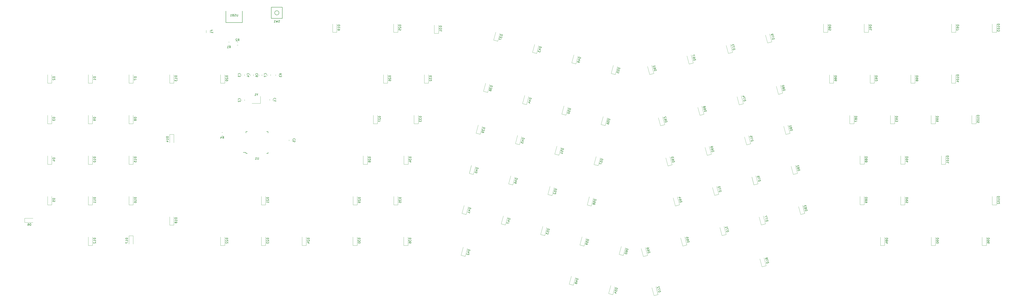
<source format=gbr>
%TF.GenerationSoftware,KiCad,Pcbnew,(5.1.10)-1*%
%TF.CreationDate,2021-06-23T23:40:24-07:00*%
%TF.ProjectId,HSC_Alice,4853435f-416c-4696-9365-2e6b69636164,rev?*%
%TF.SameCoordinates,Original*%
%TF.FileFunction,Legend,Bot*%
%TF.FilePolarity,Positive*%
%FSLAX46Y46*%
G04 Gerber Fmt 4.6, Leading zero omitted, Abs format (unit mm)*
G04 Created by KiCad (PCBNEW (5.1.10)-1) date 2021-06-23 23:40:24*
%MOMM*%
%LPD*%
G01*
G04 APERTURE LIST*
%ADD10C,0.120000*%
%ADD11C,0.150000*%
G04 APERTURE END LIST*
D10*
%TO.C,Y1*%
X-548240200Y-96648000D02*
X-548240200Y-99948000D01*
X-548240200Y-99948000D02*
X-552240200Y-99948000D01*
D11*
%TO.C,USB1*%
X-564428000Y-62015800D02*
X-556728000Y-62015800D01*
X-556728000Y-56565800D02*
X-556728000Y-62015800D01*
X-564428000Y-56565800D02*
X-564428000Y-62015800D01*
%TO.C,U1*%
X-555059600Y-123488200D02*
X-555059600Y-122913200D01*
X-544709600Y-123488200D02*
X-544709600Y-122813200D01*
X-544709600Y-113138200D02*
X-544709600Y-113813200D01*
X-555059600Y-113138200D02*
X-555059600Y-113813200D01*
X-555059600Y-123488200D02*
X-554384600Y-123488200D01*
X-555059600Y-113138200D02*
X-554384600Y-113138200D01*
X-544709600Y-113138200D02*
X-545384600Y-113138200D01*
X-544709600Y-123488200D02*
X-545384600Y-123488200D01*
X-555059600Y-122913200D02*
X-556334600Y-122913200D01*
%TO.C,SW1*%
X-539588200Y-57416700D02*
G75*
G03*
X-539588200Y-57416700I-1000000J0D01*
G01*
X-537988200Y-60016700D02*
X-537988200Y-54816700D01*
X-543188200Y-60016700D02*
X-537988200Y-60016700D01*
X-543188200Y-54816700D02*
X-543188200Y-60016700D01*
X-537988200Y-54816700D02*
X-543188200Y-54816700D01*
D10*
%TO.C,R4*%
X-566391164Y-115047700D02*
X-565937036Y-115047700D01*
X-566391164Y-113577700D02*
X-565937036Y-113577700D01*
%TO.C,R3*%
X-541158100Y-86904564D02*
X-541158100Y-86450436D01*
X-539688100Y-86904564D02*
X-539688100Y-86450436D01*
%TO.C,R2*%
X-558802536Y-71083500D02*
X-559256664Y-71083500D01*
X-558802536Y-72553500D02*
X-559256664Y-72553500D01*
%TO.C,R1*%
X-563256664Y-72553500D02*
X-562802536Y-72553500D01*
X-563256664Y-71083500D02*
X-562802536Y-71083500D01*
%TO.C,F1*%
X-571860000Y-66794464D02*
X-571860000Y-65590336D01*
X-573680000Y-66794464D02*
X-573680000Y-65590336D01*
%TO.C,C7*%
X-545006200Y-86352748D02*
X-545006200Y-86875252D01*
X-543536200Y-86352748D02*
X-543536200Y-86875252D01*
%TO.C,C6*%
X-549019400Y-86428948D02*
X-549019400Y-86951452D01*
X-547549400Y-86428948D02*
X-547549400Y-86951452D01*
%TO.C,C5*%
X-533401600Y-117507652D02*
X-533401600Y-116985148D01*
X-534871600Y-117507652D02*
X-534871600Y-116985148D01*
%TO.C,C4*%
X-553032600Y-86403548D02*
X-553032600Y-86926052D01*
X-551562600Y-86403548D02*
X-551562600Y-86926052D01*
%TO.C,C3*%
X-557172800Y-86352748D02*
X-557172800Y-86875252D01*
X-555702800Y-86352748D02*
X-555702800Y-86875252D01*
%TO.C,C2*%
X-557172800Y-98112948D02*
X-557172800Y-98635452D01*
X-555702800Y-98112948D02*
X-555702800Y-98635452D01*
%TO.C,C1*%
X-542469400Y-98508452D02*
X-542469400Y-97985948D01*
X-543939400Y-98508452D02*
X-543939400Y-97985948D01*
%TO.C,D37*%
X-437209890Y-70736647D02*
X-439141742Y-70219009D01*
X-439141742Y-70219009D02*
X-438132347Y-66451898D01*
X-437209890Y-70736647D02*
X-436200496Y-66969536D01*
%TO.C,D19*%
X-512524500Y-66575500D02*
X-514524500Y-66575500D01*
X-514524500Y-66575500D02*
X-514524500Y-62675500D01*
X-512524500Y-66575500D02*
X-512524500Y-62675500D01*
%TO.C,D105*%
X-213245700Y-109463400D02*
X-215245700Y-109463400D01*
X-215245700Y-109463400D02*
X-215245700Y-105563400D01*
X-213245700Y-109463400D02*
X-213245700Y-105563400D01*
%TO.C,D104*%
X-222783400Y-90388000D02*
X-224783400Y-90388000D01*
X-224783400Y-90388000D02*
X-224783400Y-86488000D01*
X-222783400Y-90388000D02*
X-222783400Y-86488000D01*
%TO.C,D103*%
X-203708000Y-66575500D02*
X-205708000Y-66575500D01*
X-205708000Y-66575500D02*
X-205708000Y-62675500D01*
X-203708000Y-66575500D02*
X-203708000Y-62675500D01*
%TO.C,D102*%
X-203708000Y-147538000D02*
X-205708000Y-147538000D01*
X-205708000Y-147538000D02*
X-205708000Y-143638000D01*
X-203708000Y-147538000D02*
X-203708000Y-143638000D01*
%TO.C,D101*%
X-227532650Y-128488000D02*
X-229532650Y-128488000D01*
X-229532650Y-128488000D02*
X-229532650Y-124588000D01*
X-227532650Y-128488000D02*
X-227532650Y-124588000D01*
%TO.C,D99*%
X-232308400Y-109463400D02*
X-234308400Y-109463400D01*
X-234308400Y-109463400D02*
X-234308400Y-105563400D01*
X-232308400Y-109463400D02*
X-232308400Y-105563400D01*
%TO.C,D98*%
X-241833400Y-90413400D02*
X-243833400Y-90413400D01*
X-243833400Y-90413400D02*
X-243833400Y-86513400D01*
X-241833400Y-90413400D02*
X-241833400Y-86513400D01*
%TO.C,D97*%
X-222758000Y-66575500D02*
X-224758000Y-66575500D01*
X-224758000Y-66575500D02*
X-224758000Y-62675500D01*
X-222758000Y-66575500D02*
X-222758000Y-62675500D01*
%TO.C,D96*%
X-208455250Y-166613400D02*
X-210455250Y-166613400D01*
X-210455250Y-166613400D02*
X-210455250Y-162713400D01*
X-208455250Y-166613400D02*
X-208455250Y-162713400D01*
%TO.C,D95*%
X-246576850Y-147588800D02*
X-248576850Y-147588800D01*
X-248576850Y-147588800D02*
X-248576850Y-143688800D01*
X-246576850Y-147588800D02*
X-246576850Y-143688800D01*
%TO.C,D94*%
X-246557800Y-128462600D02*
X-248557800Y-128462600D01*
X-248557800Y-128462600D02*
X-248557800Y-124562600D01*
X-246557800Y-128462600D02*
X-246557800Y-124562600D01*
%TO.C,D93*%
X-251358400Y-109463400D02*
X-253358400Y-109463400D01*
X-253358400Y-109463400D02*
X-253358400Y-105563400D01*
X-251358400Y-109463400D02*
X-251358400Y-105563400D01*
%TO.C,D92*%
X-260883400Y-90413400D02*
X-262883400Y-90413400D01*
X-262883400Y-90413400D02*
X-262883400Y-86513400D01*
X-260883400Y-90413400D02*
X-260883400Y-86513400D01*
%TO.C,D91*%
X-263626600Y-66575500D02*
X-265626600Y-66575500D01*
X-265626600Y-66575500D02*
X-265626600Y-62675500D01*
X-263626600Y-66575500D02*
X-263626600Y-62675500D01*
%TO.C,D90*%
X-232255050Y-166613400D02*
X-234255050Y-166613400D01*
X-234255050Y-166613400D02*
X-234255050Y-162713400D01*
X-232255050Y-166613400D02*
X-232255050Y-162713400D01*
%TO.C,D89*%
X-265633200Y-147512600D02*
X-267633200Y-147512600D01*
X-267633200Y-147512600D02*
X-267633200Y-143612600D01*
X-265633200Y-147512600D02*
X-265633200Y-143612600D01*
%TO.C,D88*%
X-265607800Y-128462600D02*
X-267607800Y-128462600D01*
X-267607800Y-128462600D02*
X-267607800Y-124562600D01*
X-265607800Y-128462600D02*
X-265607800Y-124562600D01*
%TO.C,D87*%
X-270433800Y-109463400D02*
X-272433800Y-109463400D01*
X-272433800Y-109463400D02*
X-272433800Y-105563400D01*
X-270433800Y-109463400D02*
X-270433800Y-105563400D01*
%TO.C,D86*%
X-279933400Y-90413400D02*
X-281933400Y-90413400D01*
X-281933400Y-90413400D02*
X-281933400Y-86513400D01*
X-279933400Y-90413400D02*
X-279933400Y-86513400D01*
%TO.C,D85*%
X-282676600Y-66575500D02*
X-284676600Y-66575500D01*
X-284676600Y-66575500D02*
X-284676600Y-62675500D01*
X-282676600Y-66575500D02*
X-282676600Y-62675500D01*
%TO.C,D84*%
X-256051050Y-166613400D02*
X-258051050Y-166613400D01*
X-258051050Y-166613400D02*
X-258051050Y-162713400D01*
X-256051050Y-166613400D02*
X-256051050Y-162713400D01*
%TO.C,D83*%
X-293468086Y-151564765D02*
X-295399938Y-152082403D01*
X-295399938Y-152082403D02*
X-296409332Y-148315292D01*
X-293468086Y-151564765D02*
X-294477481Y-147797654D01*
%TO.C,D82*%
X-296927516Y-132739059D02*
X-298859368Y-133256697D01*
X-298859368Y-133256697D02*
X-299868762Y-129489586D01*
X-296927516Y-132739059D02*
X-297936911Y-128971948D01*
%TO.C,D81*%
X-300381916Y-113943059D02*
X-302313768Y-114460697D01*
X-302313768Y-114460697D02*
X-303323162Y-110693586D01*
X-300381916Y-113943059D02*
X-301391311Y-110175948D01*
%TO.C,D80*%
X-303836316Y-95121659D02*
X-304845711Y-91354548D01*
X-305768168Y-95639297D02*
X-306777562Y-91872186D01*
X-303836316Y-95121659D02*
X-305768168Y-95639297D01*
%TO.C,D79*%
X-308895966Y-71044859D02*
X-310827818Y-71562497D01*
X-310827818Y-71562497D02*
X-311837212Y-67795386D01*
X-308895966Y-71044859D02*
X-309905361Y-67277748D01*
%TO.C,D78*%
X-311529312Y-176110073D02*
X-313461164Y-176627711D01*
X-313461164Y-176627711D02*
X-314470558Y-172860600D01*
X-311529312Y-176110073D02*
X-312538707Y-172342962D01*
%TO.C,D77*%
X-311868972Y-156495267D02*
X-313800824Y-157012905D01*
X-313800824Y-157012905D02*
X-314810218Y-153245794D01*
X-311868972Y-156495267D02*
X-312878367Y-152728156D01*
%TO.C,D76*%
X-315328402Y-137669561D02*
X-317260254Y-138187199D01*
X-317260254Y-138187199D02*
X-318269648Y-134420088D01*
X-315328402Y-137669561D02*
X-316337797Y-133902450D01*
%TO.C,D75*%
X-318782802Y-118873561D02*
X-320714654Y-119391199D01*
X-320714654Y-119391199D02*
X-321724048Y-115624088D01*
X-318782802Y-118873561D02*
X-319792197Y-115106450D01*
%TO.C,D74*%
X-322237202Y-100052161D02*
X-324169054Y-100569799D01*
X-324169054Y-100569799D02*
X-325178448Y-96802688D01*
X-322237202Y-100052161D02*
X-323246597Y-96285050D01*
%TO.C,D73*%
X-327296852Y-75975361D02*
X-329228704Y-76492999D01*
X-329228704Y-76492999D02*
X-330238098Y-72725888D01*
X-327296852Y-75975361D02*
X-328306247Y-72208250D01*
%TO.C,D72*%
X-362131750Y-189668955D02*
X-364063602Y-190186593D01*
X-364063602Y-190186593D02*
X-365072996Y-186419482D01*
X-362131750Y-189668955D02*
X-363141145Y-185901844D01*
%TO.C,D71*%
X-330269858Y-161425769D02*
X-332201710Y-161943407D01*
X-332201710Y-161943407D02*
X-333211104Y-158176296D01*
X-330269858Y-161425769D02*
X-331279253Y-157658658D01*
%TO.C,D70*%
X-333729288Y-142600063D02*
X-335661140Y-143117701D01*
X-335661140Y-143117701D02*
X-336670534Y-139350590D01*
X-333729288Y-142600063D02*
X-334738683Y-138832952D01*
%TO.C,D69*%
X-337183688Y-123804063D02*
X-339115540Y-124321701D01*
X-339115540Y-124321701D02*
X-340124934Y-120554590D01*
X-337183688Y-123804063D02*
X-338193083Y-120036952D01*
%TO.C,D68*%
X-340638088Y-104982663D02*
X-342569940Y-105500301D01*
X-342569940Y-105500301D02*
X-343579334Y-101733190D01*
X-340638088Y-104982663D02*
X-341647483Y-101215552D01*
%TO.C,D67*%
X-345697738Y-80905863D02*
X-347629590Y-81423501D01*
X-347629590Y-81423501D02*
X-348638984Y-77656390D01*
X-345697738Y-80905863D02*
X-346707133Y-77138752D01*
%TO.C,D66*%
X-367071630Y-171286773D02*
X-369003482Y-171804411D01*
X-369003482Y-171804411D02*
X-370012876Y-168037300D01*
X-367071630Y-171286773D02*
X-368081025Y-167519662D01*
%TO.C,D65*%
X-348670744Y-166356271D02*
X-350602596Y-166873909D01*
X-350602596Y-166873909D02*
X-351611990Y-163106798D01*
X-348670744Y-166356271D02*
X-349680139Y-162589160D01*
%TO.C,D64*%
X-352130174Y-147530565D02*
X-353139569Y-143763454D01*
X-354062026Y-148048203D02*
X-355071420Y-144281092D01*
X-352130174Y-147530565D02*
X-354062026Y-148048203D01*
%TO.C,D63*%
X-355584574Y-128734565D02*
X-357516426Y-129252203D01*
X-357516426Y-129252203D02*
X-358525820Y-125485092D01*
X-355584574Y-128734565D02*
X-356593969Y-124967454D01*
%TO.C,D62*%
X-359038974Y-109913165D02*
X-360970826Y-110430803D01*
X-360970826Y-110430803D02*
X-361980220Y-106663692D01*
X-359038974Y-109913165D02*
X-360048369Y-106146054D01*
%TO.C,D61*%
X-364098624Y-85836365D02*
X-366030476Y-86354003D01*
X-366030476Y-86354003D02*
X-367039870Y-82586892D01*
X-364098624Y-85836365D02*
X-365108019Y-82069254D01*
%TO.C,D60*%
X-378410430Y-171304411D02*
X-380342282Y-170786773D01*
X-380342282Y-170786773D02*
X-379332887Y-167019662D01*
X-378410430Y-171304411D02*
X-377401036Y-167537300D01*
%TO.C,D59*%
X-396811316Y-166873909D02*
X-398743168Y-166356271D01*
X-398743168Y-166356271D02*
X-397733773Y-162589160D01*
X-396811316Y-166873909D02*
X-395801922Y-163106798D01*
%TO.C,D58*%
X-393382316Y-148077909D02*
X-392372922Y-144310798D01*
X-395314168Y-147560271D02*
X-394304773Y-143793160D01*
X-393382316Y-148077909D02*
X-395314168Y-147560271D01*
%TO.C,D57*%
X-390194079Y-129154909D02*
X-392125931Y-128637271D01*
X-392125931Y-128637271D02*
X-391116536Y-124870160D01*
X-390194079Y-129154909D02*
X-389184685Y-125387798D01*
%TO.C,D56*%
X-386886082Y-110341906D02*
X-388817934Y-109824268D01*
X-388817934Y-109824268D02*
X-387808539Y-106057157D01*
X-386886082Y-110341906D02*
X-385876688Y-106574795D01*
%TO.C,D55*%
X-382187082Y-86339406D02*
X-384118934Y-85821768D01*
X-384118934Y-85821768D02*
X-383109539Y-82054657D01*
X-382187082Y-86339406D02*
X-381177688Y-82572295D01*
%TO.C,D54*%
X-383340932Y-189705297D02*
X-385272784Y-189187659D01*
X-385272784Y-189187659D02*
X-384263389Y-185420548D01*
X-383340932Y-189705297D02*
X-382331538Y-185938186D01*
%TO.C,D53*%
X-415212202Y-161943407D02*
X-417144054Y-161425769D01*
X-417144054Y-161425769D02*
X-416134659Y-157658658D01*
X-415212202Y-161943407D02*
X-414202808Y-158176296D01*
%TO.C,D52*%
X-411783202Y-143147407D02*
X-413715054Y-142629769D01*
X-413715054Y-142629769D02*
X-412705659Y-138862658D01*
X-411783202Y-143147407D02*
X-410773808Y-139380296D01*
%TO.C,D51*%
X-408594965Y-124224407D02*
X-410526817Y-123706769D01*
X-410526817Y-123706769D02*
X-409517422Y-119939658D01*
X-408594965Y-124224407D02*
X-407585571Y-120457296D01*
%TO.C,D50*%
X-405286968Y-105411404D02*
X-407218820Y-104893766D01*
X-407218820Y-104893766D02*
X-406209425Y-101126655D01*
X-405286968Y-105411404D02*
X-404277574Y-101644293D01*
%TO.C,D49*%
X-400587968Y-81408904D02*
X-402519820Y-80891266D01*
X-402519820Y-80891266D02*
X-401510425Y-77124155D01*
X-400587968Y-81408904D02*
X-399578574Y-77641793D01*
%TO.C,D48*%
X-401771798Y-185276393D02*
X-403703650Y-184758755D01*
X-403703650Y-184758755D02*
X-402694255Y-180991644D01*
X-401771798Y-185276393D02*
X-400762404Y-181509282D01*
%TO.C,D47*%
X-433613088Y-157012905D02*
X-435544940Y-156495267D01*
X-435544940Y-156495267D02*
X-434535545Y-152728156D01*
X-433613088Y-157012905D02*
X-432603694Y-153245794D01*
%TO.C,D46*%
X-430184088Y-138216905D02*
X-432115940Y-137699267D01*
X-432115940Y-137699267D02*
X-431106545Y-133932156D01*
X-430184088Y-138216905D02*
X-429174694Y-134449794D01*
%TO.C,D45*%
X-426995851Y-119293905D02*
X-428927703Y-118776267D01*
X-428927703Y-118776267D02*
X-427918308Y-115009156D01*
X-426995851Y-119293905D02*
X-425986457Y-115526794D01*
%TO.C,D44*%
X-423687854Y-100480902D02*
X-425619706Y-99963264D01*
X-425619706Y-99963264D02*
X-424610311Y-96196153D01*
X-423687854Y-100480902D02*
X-422678460Y-96713791D01*
%TO.C,D43*%
X-418988854Y-76478402D02*
X-417979460Y-72711291D01*
X-420920706Y-75960764D02*
X-419911311Y-72193653D01*
X-418988854Y-76478402D02*
X-420920706Y-75960764D01*
%TO.C,D42*%
X-452402463Y-171697916D02*
X-454334315Y-171180278D01*
X-454334315Y-171180278D02*
X-453324920Y-167413167D01*
X-452402463Y-171697916D02*
X-451393069Y-167930805D01*
%TO.C,D41*%
X-452013974Y-152082403D02*
X-453945826Y-151564765D01*
X-453945826Y-151564765D02*
X-452936431Y-147797654D01*
X-452013974Y-152082403D02*
X-451004580Y-148315292D01*
%TO.C,D40*%
X-448584974Y-133286403D02*
X-450516826Y-132768765D01*
X-450516826Y-132768765D02*
X-449507431Y-129001654D01*
X-448584974Y-133286403D02*
X-447575580Y-129519292D01*
%TO.C,D39*%
X-445396737Y-114363403D02*
X-447328589Y-113845765D01*
X-447328589Y-113845765D02*
X-446319194Y-110078654D01*
X-445396737Y-114363403D02*
X-444387343Y-110596292D01*
%TO.C,D38*%
X-441908890Y-94739147D02*
X-443840742Y-94221509D01*
X-443840742Y-94221509D02*
X-442831347Y-90454398D01*
X-441908890Y-94739147D02*
X-440899496Y-90972036D01*
%TO.C,D36*%
X-479218750Y-166588000D02*
X-481218750Y-166588000D01*
X-481218750Y-166588000D02*
X-481218750Y-162688000D01*
X-479218750Y-166588000D02*
X-479218750Y-162688000D01*
%TO.C,D35*%
X-483886000Y-147538000D02*
X-485886000Y-147538000D01*
X-485886000Y-147538000D02*
X-485886000Y-143638000D01*
X-483886000Y-147538000D02*
X-483886000Y-143638000D01*
%TO.C,D34*%
X-479123500Y-128488000D02*
X-481123500Y-128488000D01*
X-481123500Y-128488000D02*
X-481123500Y-124588000D01*
X-479123500Y-128488000D02*
X-479123500Y-124588000D01*
%TO.C,D33*%
X-474361000Y-109438000D02*
X-476361000Y-109438000D01*
X-476361000Y-109438000D02*
X-476361000Y-105538000D01*
X-474361000Y-109438000D02*
X-474361000Y-105538000D01*
%TO.C,D32*%
X-469598500Y-90388000D02*
X-471598500Y-90388000D01*
X-471598500Y-90388000D02*
X-471598500Y-86488000D01*
X-469598500Y-90388000D02*
X-469598500Y-86488000D01*
%TO.C,D31*%
X-464899500Y-67075500D02*
X-466899500Y-67075500D01*
X-466899500Y-67075500D02*
X-466899500Y-63175500D01*
X-464899500Y-67075500D02*
X-464899500Y-63175500D01*
%TO.C,D30*%
X-502967750Y-166588000D02*
X-504967750Y-166588000D01*
X-504967750Y-166588000D02*
X-504967750Y-162688000D01*
X-502967750Y-166588000D02*
X-502967750Y-162688000D01*
%TO.C,D29*%
X-502936000Y-147538000D02*
X-504936000Y-147538000D01*
X-504936000Y-147538000D02*
X-504936000Y-143638000D01*
X-502936000Y-147538000D02*
X-502936000Y-143638000D01*
%TO.C,D28*%
X-498141750Y-128488000D02*
X-500141750Y-128488000D01*
X-500141750Y-128488000D02*
X-500141750Y-124588000D01*
X-498141750Y-128488000D02*
X-498141750Y-124588000D01*
%TO.C,D27*%
X-493474500Y-109438000D02*
X-493474500Y-105538000D01*
X-495474500Y-109438000D02*
X-495474500Y-105538000D01*
X-493474500Y-109438000D02*
X-495474500Y-109438000D01*
%TO.C,D26*%
X-488712000Y-90388000D02*
X-490712000Y-90388000D01*
X-490712000Y-90388000D02*
X-490712000Y-86488000D01*
X-488712000Y-90388000D02*
X-488712000Y-86488000D01*
%TO.C,D25*%
X-483949500Y-66575500D02*
X-485949500Y-66575500D01*
X-485949500Y-66575500D02*
X-485949500Y-62675500D01*
X-483949500Y-66575500D02*
X-483949500Y-62675500D01*
%TO.C,D24*%
X-526812000Y-166588000D02*
X-528812000Y-166588000D01*
X-528812000Y-166588000D02*
X-528812000Y-162688000D01*
X-526812000Y-166588000D02*
X-526812000Y-162688000D01*
%TO.C,D23*%
X-545862000Y-166588000D02*
X-547862000Y-166588000D01*
X-547862000Y-166588000D02*
X-547862000Y-162688000D01*
X-545862000Y-166588000D02*
X-545862000Y-162688000D01*
%TO.C,D22*%
X-564975500Y-166588000D02*
X-566975500Y-166588000D01*
X-566975500Y-166588000D02*
X-566975500Y-162688000D01*
X-564975500Y-166588000D02*
X-564975500Y-162688000D01*
%TO.C,D21*%
X-545862000Y-147538000D02*
X-547862000Y-147538000D01*
X-547862000Y-147538000D02*
X-547862000Y-143638000D01*
X-545862000Y-147538000D02*
X-545862000Y-143638000D01*
%TO.C,D20*%
X-564975500Y-90388000D02*
X-566975500Y-90388000D01*
X-566975500Y-90388000D02*
X-566975500Y-86488000D01*
X-564975500Y-90388000D02*
X-564975500Y-86488000D01*
%TO.C,D18*%
X-588788000Y-157063000D02*
X-590788000Y-157063000D01*
X-590788000Y-157063000D02*
X-590788000Y-153163000D01*
X-588788000Y-157063000D02*
X-588788000Y-153163000D01*
%TO.C,D17*%
X-609838000Y-162088000D02*
X-607838000Y-162088000D01*
X-607838000Y-162088000D02*
X-607838000Y-165988000D01*
X-609838000Y-162088000D02*
X-609838000Y-165988000D01*
%TO.C,D16*%
X-607838000Y-147538000D02*
X-609838000Y-147538000D01*
X-609838000Y-147538000D02*
X-609838000Y-143638000D01*
X-607838000Y-147538000D02*
X-607838000Y-143638000D01*
%TO.C,D15*%
X-607838000Y-128488000D02*
X-609838000Y-128488000D01*
X-609838000Y-128488000D02*
X-609838000Y-124588000D01*
X-607838000Y-128488000D02*
X-607838000Y-124588000D01*
%TO.C,D14*%
X-590788000Y-114463000D02*
X-588788000Y-114463000D01*
X-588788000Y-114463000D02*
X-588788000Y-118363000D01*
X-590788000Y-114463000D02*
X-590788000Y-118363000D01*
%TO.C,D13*%
X-588788000Y-90388000D02*
X-590788000Y-90388000D01*
X-590788000Y-90388000D02*
X-590788000Y-86488000D01*
X-588788000Y-90388000D02*
X-588788000Y-86488000D01*
%TO.C,D12*%
X-626888000Y-166588000D02*
X-628888000Y-166588000D01*
X-628888000Y-166588000D02*
X-628888000Y-162688000D01*
X-626888000Y-166588000D02*
X-626888000Y-162688000D01*
%TO.C,D11*%
X-626888000Y-147538000D02*
X-628888000Y-147538000D01*
X-628888000Y-147538000D02*
X-628888000Y-143638000D01*
X-626888000Y-147538000D02*
X-626888000Y-143638000D01*
%TO.C,D10*%
X-626888000Y-128488000D02*
X-628888000Y-128488000D01*
X-628888000Y-128488000D02*
X-628888000Y-124588000D01*
X-626888000Y-128488000D02*
X-626888000Y-124588000D01*
%TO.C,D9*%
X-626888000Y-109438000D02*
X-628888000Y-109438000D01*
X-628888000Y-109438000D02*
X-628888000Y-105538000D01*
X-626888000Y-109438000D02*
X-626888000Y-105538000D01*
%TO.C,D8*%
X-607838000Y-109438000D02*
X-609838000Y-109438000D01*
X-609838000Y-109438000D02*
X-609838000Y-105538000D01*
X-607838000Y-109438000D02*
X-607838000Y-105538000D01*
%TO.C,D7*%
X-607838000Y-90388000D02*
X-609838000Y-90388000D01*
X-609838000Y-90388000D02*
X-609838000Y-86488000D01*
X-607838000Y-90388000D02*
X-607838000Y-86488000D01*
%TO.C,D6*%
X-658713000Y-155813000D02*
X-658713000Y-153813000D01*
X-658713000Y-153813000D02*
X-654813000Y-153813000D01*
X-658713000Y-155813000D02*
X-654813000Y-155813000D01*
%TO.C,D5*%
X-645938000Y-147538000D02*
X-647938000Y-147538000D01*
X-647938000Y-147538000D02*
X-647938000Y-143638000D01*
X-645938000Y-147538000D02*
X-645938000Y-143638000D01*
%TO.C,D4*%
X-645938000Y-128488000D02*
X-647938000Y-128488000D01*
X-647938000Y-128488000D02*
X-647938000Y-124588000D01*
X-645938000Y-128488000D02*
X-645938000Y-124588000D01*
%TO.C,D3*%
X-645938000Y-109438000D02*
X-647938000Y-109438000D01*
X-647938000Y-109438000D02*
X-647938000Y-105538000D01*
X-645938000Y-109438000D02*
X-645938000Y-105538000D01*
%TO.C,D2*%
X-645938000Y-90388000D02*
X-647938000Y-90388000D01*
X-647938000Y-90388000D02*
X-647938000Y-86488000D01*
X-645938000Y-90388000D02*
X-645938000Y-86488000D01*
%TO.C,D1*%
X-626888000Y-90388000D02*
X-628888000Y-90388000D01*
X-628888000Y-90388000D02*
X-628888000Y-86488000D01*
X-626888000Y-90388000D02*
X-626888000Y-86488000D01*
%TO.C,Y1*%
D11*
X-549764009Y-95824190D02*
X-549764009Y-96300380D01*
X-549430676Y-95300380D02*
X-549764009Y-95824190D01*
X-550097342Y-95300380D01*
X-550954485Y-96300380D02*
X-550383057Y-96300380D01*
X-550668771Y-96300380D02*
X-550668771Y-95300380D01*
X-550573533Y-95443238D01*
X-550478295Y-95538476D01*
X-550383057Y-95586095D01*
%TO.C,USB1*%
X-558839904Y-58050180D02*
X-558839904Y-58859704D01*
X-558887523Y-58954942D01*
X-558935142Y-59002561D01*
X-559030380Y-59050180D01*
X-559220857Y-59050180D01*
X-559316095Y-59002561D01*
X-559363714Y-58954942D01*
X-559411333Y-58859704D01*
X-559411333Y-58050180D01*
X-559839904Y-59002561D02*
X-559982761Y-59050180D01*
X-560220857Y-59050180D01*
X-560316095Y-59002561D01*
X-560363714Y-58954942D01*
X-560411333Y-58859704D01*
X-560411333Y-58764466D01*
X-560363714Y-58669228D01*
X-560316095Y-58621609D01*
X-560220857Y-58573990D01*
X-560030380Y-58526371D01*
X-559935142Y-58478752D01*
X-559887523Y-58431133D01*
X-559839904Y-58335895D01*
X-559839904Y-58240657D01*
X-559887523Y-58145419D01*
X-559935142Y-58097800D01*
X-560030380Y-58050180D01*
X-560268476Y-58050180D01*
X-560411333Y-58097800D01*
X-561173238Y-58526371D02*
X-561316095Y-58573990D01*
X-561363714Y-58621609D01*
X-561411333Y-58716847D01*
X-561411333Y-58859704D01*
X-561363714Y-58954942D01*
X-561316095Y-59002561D01*
X-561220857Y-59050180D01*
X-560839904Y-59050180D01*
X-560839904Y-58050180D01*
X-561173238Y-58050180D01*
X-561268476Y-58097800D01*
X-561316095Y-58145419D01*
X-561363714Y-58240657D01*
X-561363714Y-58335895D01*
X-561316095Y-58431133D01*
X-561268476Y-58478752D01*
X-561173238Y-58526371D01*
X-560839904Y-58526371D01*
X-562363714Y-59050180D02*
X-561792285Y-59050180D01*
X-562078000Y-59050180D02*
X-562078000Y-58050180D01*
X-561982761Y-58193038D01*
X-561887523Y-58288276D01*
X-561792285Y-58335895D01*
%TO.C,U1*%
X-549122695Y-125215580D02*
X-549122695Y-126025104D01*
X-549170314Y-126120342D01*
X-549217933Y-126167961D01*
X-549313171Y-126215580D01*
X-549503647Y-126215580D01*
X-549598885Y-126167961D01*
X-549646504Y-126120342D01*
X-549694123Y-126025104D01*
X-549694123Y-125215580D01*
X-550694123Y-126215580D02*
X-550122695Y-126215580D01*
X-550408409Y-126215580D02*
X-550408409Y-125215580D01*
X-550313171Y-125358438D01*
X-550217933Y-125453676D01*
X-550122695Y-125501295D01*
%TO.C,SW1*%
X-539254866Y-61885461D02*
X-539397723Y-61933080D01*
X-539635819Y-61933080D01*
X-539731057Y-61885461D01*
X-539778676Y-61837842D01*
X-539826295Y-61742604D01*
X-539826295Y-61647366D01*
X-539778676Y-61552128D01*
X-539731057Y-61504509D01*
X-539635819Y-61456890D01*
X-539445342Y-61409271D01*
X-539350104Y-61361652D01*
X-539302485Y-61314033D01*
X-539254866Y-61218795D01*
X-539254866Y-61123557D01*
X-539302485Y-61028319D01*
X-539350104Y-60980700D01*
X-539445342Y-60933080D01*
X-539683438Y-60933080D01*
X-539826295Y-60980700D01*
X-540159628Y-60933080D02*
X-540397723Y-61933080D01*
X-540588200Y-61218795D01*
X-540778676Y-61933080D01*
X-541016771Y-60933080D01*
X-541921533Y-61933080D02*
X-541350104Y-61933080D01*
X-541635819Y-61933080D02*
X-541635819Y-60933080D01*
X-541540580Y-61075938D01*
X-541445342Y-61171176D01*
X-541350104Y-61218795D01*
%TO.C,R4*%
X-565997433Y-116415080D02*
X-565664100Y-115938890D01*
X-565426004Y-116415080D02*
X-565426004Y-115415080D01*
X-565806957Y-115415080D01*
X-565902195Y-115462700D01*
X-565949814Y-115510319D01*
X-565997433Y-115605557D01*
X-565997433Y-115748414D01*
X-565949814Y-115843652D01*
X-565902195Y-115891271D01*
X-565806957Y-115938890D01*
X-565426004Y-115938890D01*
X-566854576Y-115748414D02*
X-566854576Y-116415080D01*
X-566616480Y-115367461D02*
X-566378385Y-116081747D01*
X-566997433Y-116081747D01*
%TO.C,R3*%
X-538320719Y-86510833D02*
X-538796909Y-86177500D01*
X-538320719Y-85939404D02*
X-539320719Y-85939404D01*
X-539320719Y-86320357D01*
X-539273100Y-86415595D01*
X-539225480Y-86463214D01*
X-539130242Y-86510833D01*
X-538987385Y-86510833D01*
X-538892147Y-86463214D01*
X-538844528Y-86415595D01*
X-538796909Y-86320357D01*
X-538796909Y-85939404D01*
X-539320719Y-86844166D02*
X-539320719Y-87463214D01*
X-538939766Y-87129880D01*
X-538939766Y-87272738D01*
X-538892147Y-87367976D01*
X-538844528Y-87415595D01*
X-538749290Y-87463214D01*
X-538511195Y-87463214D01*
X-538415957Y-87415595D01*
X-538368338Y-87367976D01*
X-538320719Y-87272738D01*
X-538320719Y-86987023D01*
X-538368338Y-86891785D01*
X-538415957Y-86844166D01*
%TO.C,R2*%
X-558862933Y-70620880D02*
X-558529600Y-70144690D01*
X-558291504Y-70620880D02*
X-558291504Y-69620880D01*
X-558672457Y-69620880D01*
X-558767695Y-69668500D01*
X-558815314Y-69716119D01*
X-558862933Y-69811357D01*
X-558862933Y-69954214D01*
X-558815314Y-70049452D01*
X-558767695Y-70097071D01*
X-558672457Y-70144690D01*
X-558291504Y-70144690D01*
X-559243885Y-69716119D02*
X-559291504Y-69668500D01*
X-559386742Y-69620880D01*
X-559624838Y-69620880D01*
X-559720076Y-69668500D01*
X-559767695Y-69716119D01*
X-559815314Y-69811357D01*
X-559815314Y-69906595D01*
X-559767695Y-70049452D01*
X-559196266Y-70620880D01*
X-559815314Y-70620880D01*
%TO.C,R1*%
X-562862933Y-73920880D02*
X-562529600Y-73444690D01*
X-562291504Y-73920880D02*
X-562291504Y-72920880D01*
X-562672457Y-72920880D01*
X-562767695Y-72968500D01*
X-562815314Y-73016119D01*
X-562862933Y-73111357D01*
X-562862933Y-73254214D01*
X-562815314Y-73349452D01*
X-562767695Y-73397071D01*
X-562672457Y-73444690D01*
X-562291504Y-73444690D01*
X-563815314Y-73920880D02*
X-563243885Y-73920880D01*
X-563529600Y-73920880D02*
X-563529600Y-72920880D01*
X-563434361Y-73063738D01*
X-563339123Y-73158976D01*
X-563243885Y-73206595D01*
%TO.C,F1*%
X-571021428Y-65859066D02*
X-571021428Y-65525733D01*
X-570497619Y-65525733D02*
X-571497619Y-65525733D01*
X-571497619Y-66001923D01*
X-570497619Y-66906685D02*
X-570497619Y-66335257D01*
X-570497619Y-66620971D02*
X-571497619Y-66620971D01*
X-571354761Y-66525733D01*
X-571259523Y-66430495D01*
X-571211904Y-66335257D01*
%TO.C,C7*%
X-545594057Y-86447333D02*
X-545546438Y-86399714D01*
X-545498819Y-86256857D01*
X-545498819Y-86161619D01*
X-545546438Y-86018761D01*
X-545641676Y-85923523D01*
X-545736914Y-85875904D01*
X-545927390Y-85828285D01*
X-546070247Y-85828285D01*
X-546260723Y-85875904D01*
X-546355961Y-85923523D01*
X-546451200Y-86018761D01*
X-546498819Y-86161619D01*
X-546498819Y-86256857D01*
X-546451200Y-86399714D01*
X-546403580Y-86447333D01*
X-546498819Y-86780666D02*
X-546498819Y-87447333D01*
X-545498819Y-87018761D01*
%TO.C,C6*%
X-549607257Y-86523533D02*
X-549559638Y-86475914D01*
X-549512019Y-86333057D01*
X-549512019Y-86237819D01*
X-549559638Y-86094961D01*
X-549654876Y-85999723D01*
X-549750114Y-85952104D01*
X-549940590Y-85904485D01*
X-550083447Y-85904485D01*
X-550273923Y-85952104D01*
X-550369161Y-85999723D01*
X-550464400Y-86094961D01*
X-550512019Y-86237819D01*
X-550512019Y-86333057D01*
X-550464400Y-86475914D01*
X-550416780Y-86523533D01*
X-550512019Y-87380676D02*
X-550512019Y-87190200D01*
X-550464400Y-87094961D01*
X-550416780Y-87047342D01*
X-550273923Y-86952104D01*
X-550083447Y-86904485D01*
X-549702495Y-86904485D01*
X-549607257Y-86952104D01*
X-549559638Y-86999723D01*
X-549512019Y-87094961D01*
X-549512019Y-87285438D01*
X-549559638Y-87380676D01*
X-549607257Y-87428295D01*
X-549702495Y-87475914D01*
X-549940590Y-87475914D01*
X-550035828Y-87428295D01*
X-550083447Y-87380676D01*
X-550131066Y-87285438D01*
X-550131066Y-87094961D01*
X-550083447Y-86999723D01*
X-550035828Y-86952104D01*
X-549940590Y-86904485D01*
%TO.C,C5*%
X-532099457Y-117079733D02*
X-532051838Y-117032114D01*
X-532004219Y-116889257D01*
X-532004219Y-116794019D01*
X-532051838Y-116651161D01*
X-532147076Y-116555923D01*
X-532242314Y-116508304D01*
X-532432790Y-116460685D01*
X-532575647Y-116460685D01*
X-532766123Y-116508304D01*
X-532861361Y-116555923D01*
X-532956600Y-116651161D01*
X-533004219Y-116794019D01*
X-533004219Y-116889257D01*
X-532956600Y-117032114D01*
X-532908980Y-117079733D01*
X-533004219Y-117984495D02*
X-533004219Y-117508304D01*
X-532528028Y-117460685D01*
X-532575647Y-117508304D01*
X-532623266Y-117603542D01*
X-532623266Y-117841638D01*
X-532575647Y-117936876D01*
X-532528028Y-117984495D01*
X-532432790Y-118032114D01*
X-532194695Y-118032114D01*
X-532099457Y-117984495D01*
X-532051838Y-117936876D01*
X-532004219Y-117841638D01*
X-532004219Y-117603542D01*
X-532051838Y-117508304D01*
X-532099457Y-117460685D01*
%TO.C,C4*%
X-553620457Y-86498133D02*
X-553572838Y-86450514D01*
X-553525219Y-86307657D01*
X-553525219Y-86212419D01*
X-553572838Y-86069561D01*
X-553668076Y-85974323D01*
X-553763314Y-85926704D01*
X-553953790Y-85879085D01*
X-554096647Y-85879085D01*
X-554287123Y-85926704D01*
X-554382361Y-85974323D01*
X-554477600Y-86069561D01*
X-554525219Y-86212419D01*
X-554525219Y-86307657D01*
X-554477600Y-86450514D01*
X-554429980Y-86498133D01*
X-554191885Y-87355276D02*
X-553525219Y-87355276D01*
X-554572838Y-87117180D02*
X-553858552Y-86879085D01*
X-553858552Y-87498133D01*
%TO.C,C3*%
X-557760657Y-86447333D02*
X-557713038Y-86399714D01*
X-557665419Y-86256857D01*
X-557665419Y-86161619D01*
X-557713038Y-86018761D01*
X-557808276Y-85923523D01*
X-557903514Y-85875904D01*
X-558093990Y-85828285D01*
X-558236847Y-85828285D01*
X-558427323Y-85875904D01*
X-558522561Y-85923523D01*
X-558617800Y-86018761D01*
X-558665419Y-86161619D01*
X-558665419Y-86256857D01*
X-558617800Y-86399714D01*
X-558570180Y-86447333D01*
X-558665419Y-86780666D02*
X-558665419Y-87399714D01*
X-558284466Y-87066380D01*
X-558284466Y-87209238D01*
X-558236847Y-87304476D01*
X-558189228Y-87352095D01*
X-558093990Y-87399714D01*
X-557855895Y-87399714D01*
X-557760657Y-87352095D01*
X-557713038Y-87304476D01*
X-557665419Y-87209238D01*
X-557665419Y-86923523D01*
X-557713038Y-86828285D01*
X-557760657Y-86780666D01*
%TO.C,C2*%
X-557760657Y-98207533D02*
X-557713038Y-98159914D01*
X-557665419Y-98017057D01*
X-557665419Y-97921819D01*
X-557713038Y-97778961D01*
X-557808276Y-97683723D01*
X-557903514Y-97636104D01*
X-558093990Y-97588485D01*
X-558236847Y-97588485D01*
X-558427323Y-97636104D01*
X-558522561Y-97683723D01*
X-558617800Y-97778961D01*
X-558665419Y-97921819D01*
X-558665419Y-98017057D01*
X-558617800Y-98159914D01*
X-558570180Y-98207533D01*
X-558570180Y-98588485D02*
X-558617800Y-98636104D01*
X-558665419Y-98731342D01*
X-558665419Y-98969438D01*
X-558617800Y-99064676D01*
X-558570180Y-99112295D01*
X-558474942Y-99159914D01*
X-558379704Y-99159914D01*
X-558236847Y-99112295D01*
X-557665419Y-98540866D01*
X-557665419Y-99159914D01*
%TO.C,C1*%
X-541167257Y-98080533D02*
X-541119638Y-98032914D01*
X-541072019Y-97890057D01*
X-541072019Y-97794819D01*
X-541119638Y-97651961D01*
X-541214876Y-97556723D01*
X-541310114Y-97509104D01*
X-541500590Y-97461485D01*
X-541643447Y-97461485D01*
X-541833923Y-97509104D01*
X-541929161Y-97556723D01*
X-542024400Y-97651961D01*
X-542072019Y-97794819D01*
X-542072019Y-97890057D01*
X-542024400Y-98032914D01*
X-541976780Y-98080533D01*
X-541072019Y-99032914D02*
X-541072019Y-98461485D01*
X-541072019Y-98747200D02*
X-542072019Y-98747200D01*
X-541929161Y-98651961D01*
X-541833923Y-98556723D01*
X-541786304Y-98461485D01*
%TO.C,D37*%
X-434910374Y-67766307D02*
X-435876300Y-67507488D01*
X-435937923Y-67737471D01*
X-435928901Y-67887785D01*
X-435861557Y-68004427D01*
X-435781889Y-68075073D01*
X-435610228Y-68170368D01*
X-435472239Y-68207343D01*
X-435275928Y-68210645D01*
X-435171610Y-68189298D01*
X-435054968Y-68121954D01*
X-434971997Y-67996290D01*
X-434910374Y-67766307D01*
X-436110469Y-68381421D02*
X-436270691Y-68979375D01*
X-435816446Y-68755998D01*
X-435853420Y-68893987D01*
X-435832073Y-68998305D01*
X-435798401Y-69056626D01*
X-435718733Y-69127272D01*
X-435488751Y-69188895D01*
X-435384433Y-69167548D01*
X-435326112Y-69133877D01*
X-435255466Y-69054208D01*
X-435181518Y-68778230D01*
X-435202865Y-68673912D01*
X-435236536Y-68615591D01*
X-436356964Y-69301351D02*
X-436529510Y-69945301D01*
X-435452661Y-69790152D01*
%TO.C,D19*%
X-511072119Y-63111214D02*
X-512072119Y-63111214D01*
X-512072119Y-63349309D01*
X-512024500Y-63492166D01*
X-511929261Y-63587404D01*
X-511834023Y-63635023D01*
X-511643547Y-63682642D01*
X-511500690Y-63682642D01*
X-511310214Y-63635023D01*
X-511214976Y-63587404D01*
X-511119738Y-63492166D01*
X-511072119Y-63349309D01*
X-511072119Y-63111214D01*
X-511072119Y-64635023D02*
X-511072119Y-64063595D01*
X-511072119Y-64349309D02*
X-512072119Y-64349309D01*
X-511929261Y-64254071D01*
X-511834023Y-64158833D01*
X-511786404Y-64063595D01*
X-511072119Y-65111214D02*
X-511072119Y-65301690D01*
X-511119738Y-65396928D01*
X-511167357Y-65444547D01*
X-511310214Y-65539785D01*
X-511500690Y-65587404D01*
X-511881642Y-65587404D01*
X-511976880Y-65539785D01*
X-512024500Y-65492166D01*
X-512072119Y-65396928D01*
X-512072119Y-65206452D01*
X-512024500Y-65111214D01*
X-511976880Y-65063595D01*
X-511881642Y-65015976D01*
X-511643547Y-65015976D01*
X-511548309Y-65063595D01*
X-511500690Y-65111214D01*
X-511453071Y-65206452D01*
X-511453071Y-65396928D01*
X-511500690Y-65492166D01*
X-511548309Y-65539785D01*
X-511643547Y-65587404D01*
%TO.C,D105*%
X-211793319Y-105522923D02*
X-212793319Y-105522923D01*
X-212793319Y-105761019D01*
X-212745700Y-105903876D01*
X-212650461Y-105999114D01*
X-212555223Y-106046733D01*
X-212364747Y-106094352D01*
X-212221890Y-106094352D01*
X-212031414Y-106046733D01*
X-211936176Y-105999114D01*
X-211840938Y-105903876D01*
X-211793319Y-105761019D01*
X-211793319Y-105522923D01*
X-211793319Y-107046733D02*
X-211793319Y-106475304D01*
X-211793319Y-106761019D02*
X-212793319Y-106761019D01*
X-212650461Y-106665780D01*
X-212555223Y-106570542D01*
X-212507604Y-106475304D01*
X-212793319Y-107665780D02*
X-212793319Y-107761019D01*
X-212745700Y-107856257D01*
X-212698080Y-107903876D01*
X-212602842Y-107951495D01*
X-212412366Y-107999114D01*
X-212174271Y-107999114D01*
X-211983795Y-107951495D01*
X-211888557Y-107903876D01*
X-211840938Y-107856257D01*
X-211793319Y-107761019D01*
X-211793319Y-107665780D01*
X-211840938Y-107570542D01*
X-211888557Y-107522923D01*
X-211983795Y-107475304D01*
X-212174271Y-107427685D01*
X-212412366Y-107427685D01*
X-212602842Y-107475304D01*
X-212698080Y-107522923D01*
X-212745700Y-107570542D01*
X-212793319Y-107665780D01*
X-212793319Y-108903876D02*
X-212793319Y-108427685D01*
X-212317128Y-108380066D01*
X-212364747Y-108427685D01*
X-212412366Y-108522923D01*
X-212412366Y-108761019D01*
X-212364747Y-108856257D01*
X-212317128Y-108903876D01*
X-212221890Y-108951495D01*
X-211983795Y-108951495D01*
X-211888557Y-108903876D01*
X-211840938Y-108856257D01*
X-211793319Y-108761019D01*
X-211793319Y-108522923D01*
X-211840938Y-108427685D01*
X-211888557Y-108380066D01*
%TO.C,D104*%
X-221331019Y-86447523D02*
X-222331019Y-86447523D01*
X-222331019Y-86685619D01*
X-222283400Y-86828476D01*
X-222188161Y-86923714D01*
X-222092923Y-86971333D01*
X-221902447Y-87018952D01*
X-221759590Y-87018952D01*
X-221569114Y-86971333D01*
X-221473876Y-86923714D01*
X-221378638Y-86828476D01*
X-221331019Y-86685619D01*
X-221331019Y-86447523D01*
X-221331019Y-87971333D02*
X-221331019Y-87399904D01*
X-221331019Y-87685619D02*
X-222331019Y-87685619D01*
X-222188161Y-87590380D01*
X-222092923Y-87495142D01*
X-222045304Y-87399904D01*
X-222331019Y-88590380D02*
X-222331019Y-88685619D01*
X-222283400Y-88780857D01*
X-222235780Y-88828476D01*
X-222140542Y-88876095D01*
X-221950066Y-88923714D01*
X-221711971Y-88923714D01*
X-221521495Y-88876095D01*
X-221426257Y-88828476D01*
X-221378638Y-88780857D01*
X-221331019Y-88685619D01*
X-221331019Y-88590380D01*
X-221378638Y-88495142D01*
X-221426257Y-88447523D01*
X-221521495Y-88399904D01*
X-221711971Y-88352285D01*
X-221950066Y-88352285D01*
X-222140542Y-88399904D01*
X-222235780Y-88447523D01*
X-222283400Y-88495142D01*
X-222331019Y-88590380D01*
X-221997685Y-89780857D02*
X-221331019Y-89780857D01*
X-222378638Y-89542761D02*
X-221664352Y-89304666D01*
X-221664352Y-89923714D01*
%TO.C,D103*%
X-202255619Y-62635023D02*
X-203255619Y-62635023D01*
X-203255619Y-62873119D01*
X-203208000Y-63015976D01*
X-203112761Y-63111214D01*
X-203017523Y-63158833D01*
X-202827047Y-63206452D01*
X-202684190Y-63206452D01*
X-202493714Y-63158833D01*
X-202398476Y-63111214D01*
X-202303238Y-63015976D01*
X-202255619Y-62873119D01*
X-202255619Y-62635023D01*
X-202255619Y-64158833D02*
X-202255619Y-63587404D01*
X-202255619Y-63873119D02*
X-203255619Y-63873119D01*
X-203112761Y-63777880D01*
X-203017523Y-63682642D01*
X-202969904Y-63587404D01*
X-203255619Y-64777880D02*
X-203255619Y-64873119D01*
X-203208000Y-64968357D01*
X-203160380Y-65015976D01*
X-203065142Y-65063595D01*
X-202874666Y-65111214D01*
X-202636571Y-65111214D01*
X-202446095Y-65063595D01*
X-202350857Y-65015976D01*
X-202303238Y-64968357D01*
X-202255619Y-64873119D01*
X-202255619Y-64777880D01*
X-202303238Y-64682642D01*
X-202350857Y-64635023D01*
X-202446095Y-64587404D01*
X-202636571Y-64539785D01*
X-202874666Y-64539785D01*
X-203065142Y-64587404D01*
X-203160380Y-64635023D01*
X-203208000Y-64682642D01*
X-203255619Y-64777880D01*
X-203255619Y-65444547D02*
X-203255619Y-66063595D01*
X-202874666Y-65730261D01*
X-202874666Y-65873119D01*
X-202827047Y-65968357D01*
X-202779428Y-66015976D01*
X-202684190Y-66063595D01*
X-202446095Y-66063595D01*
X-202350857Y-66015976D01*
X-202303238Y-65968357D01*
X-202255619Y-65873119D01*
X-202255619Y-65587404D01*
X-202303238Y-65492166D01*
X-202350857Y-65444547D01*
%TO.C,D102*%
X-202255619Y-143597523D02*
X-203255619Y-143597523D01*
X-203255619Y-143835619D01*
X-203208000Y-143978476D01*
X-203112761Y-144073714D01*
X-203017523Y-144121333D01*
X-202827047Y-144168952D01*
X-202684190Y-144168952D01*
X-202493714Y-144121333D01*
X-202398476Y-144073714D01*
X-202303238Y-143978476D01*
X-202255619Y-143835619D01*
X-202255619Y-143597523D01*
X-202255619Y-145121333D02*
X-202255619Y-144549904D01*
X-202255619Y-144835619D02*
X-203255619Y-144835619D01*
X-203112761Y-144740380D01*
X-203017523Y-144645142D01*
X-202969904Y-144549904D01*
X-203255619Y-145740380D02*
X-203255619Y-145835619D01*
X-203208000Y-145930857D01*
X-203160380Y-145978476D01*
X-203065142Y-146026095D01*
X-202874666Y-146073714D01*
X-202636571Y-146073714D01*
X-202446095Y-146026095D01*
X-202350857Y-145978476D01*
X-202303238Y-145930857D01*
X-202255619Y-145835619D01*
X-202255619Y-145740380D01*
X-202303238Y-145645142D01*
X-202350857Y-145597523D01*
X-202446095Y-145549904D01*
X-202636571Y-145502285D01*
X-202874666Y-145502285D01*
X-203065142Y-145549904D01*
X-203160380Y-145597523D01*
X-203208000Y-145645142D01*
X-203255619Y-145740380D01*
X-203160380Y-146454666D02*
X-203208000Y-146502285D01*
X-203255619Y-146597523D01*
X-203255619Y-146835619D01*
X-203208000Y-146930857D01*
X-203160380Y-146978476D01*
X-203065142Y-147026095D01*
X-202969904Y-147026095D01*
X-202827047Y-146978476D01*
X-202255619Y-146407047D01*
X-202255619Y-147026095D01*
%TO.C,D101*%
X-226080269Y-124547523D02*
X-227080269Y-124547523D01*
X-227080269Y-124785619D01*
X-227032650Y-124928476D01*
X-226937411Y-125023714D01*
X-226842173Y-125071333D01*
X-226651697Y-125118952D01*
X-226508840Y-125118952D01*
X-226318364Y-125071333D01*
X-226223126Y-125023714D01*
X-226127888Y-124928476D01*
X-226080269Y-124785619D01*
X-226080269Y-124547523D01*
X-226080269Y-126071333D02*
X-226080269Y-125499904D01*
X-226080269Y-125785619D02*
X-227080269Y-125785619D01*
X-226937411Y-125690380D01*
X-226842173Y-125595142D01*
X-226794554Y-125499904D01*
X-227080269Y-126690380D02*
X-227080269Y-126785619D01*
X-227032650Y-126880857D01*
X-226985030Y-126928476D01*
X-226889792Y-126976095D01*
X-226699316Y-127023714D01*
X-226461221Y-127023714D01*
X-226270745Y-126976095D01*
X-226175507Y-126928476D01*
X-226127888Y-126880857D01*
X-226080269Y-126785619D01*
X-226080269Y-126690380D01*
X-226127888Y-126595142D01*
X-226175507Y-126547523D01*
X-226270745Y-126499904D01*
X-226461221Y-126452285D01*
X-226699316Y-126452285D01*
X-226889792Y-126499904D01*
X-226985030Y-126547523D01*
X-227032650Y-126595142D01*
X-227080269Y-126690380D01*
X-226080269Y-127976095D02*
X-226080269Y-127404666D01*
X-226080269Y-127690380D02*
X-227080269Y-127690380D01*
X-226937411Y-127595142D01*
X-226842173Y-127499904D01*
X-226794554Y-127404666D01*
%TO.C,D99*%
X-230856019Y-105999114D02*
X-231856019Y-105999114D01*
X-231856019Y-106237209D01*
X-231808400Y-106380066D01*
X-231713161Y-106475304D01*
X-231617923Y-106522923D01*
X-231427447Y-106570542D01*
X-231284590Y-106570542D01*
X-231094114Y-106522923D01*
X-230998876Y-106475304D01*
X-230903638Y-106380066D01*
X-230856019Y-106237209D01*
X-230856019Y-105999114D01*
X-230856019Y-107046733D02*
X-230856019Y-107237209D01*
X-230903638Y-107332447D01*
X-230951257Y-107380066D01*
X-231094114Y-107475304D01*
X-231284590Y-107522923D01*
X-231665542Y-107522923D01*
X-231760780Y-107475304D01*
X-231808400Y-107427685D01*
X-231856019Y-107332447D01*
X-231856019Y-107141971D01*
X-231808400Y-107046733D01*
X-231760780Y-106999114D01*
X-231665542Y-106951495D01*
X-231427447Y-106951495D01*
X-231332209Y-106999114D01*
X-231284590Y-107046733D01*
X-231236971Y-107141971D01*
X-231236971Y-107332447D01*
X-231284590Y-107427685D01*
X-231332209Y-107475304D01*
X-231427447Y-107522923D01*
X-230856019Y-107999114D02*
X-230856019Y-108189590D01*
X-230903638Y-108284828D01*
X-230951257Y-108332447D01*
X-231094114Y-108427685D01*
X-231284590Y-108475304D01*
X-231665542Y-108475304D01*
X-231760780Y-108427685D01*
X-231808400Y-108380066D01*
X-231856019Y-108284828D01*
X-231856019Y-108094352D01*
X-231808400Y-107999114D01*
X-231760780Y-107951495D01*
X-231665542Y-107903876D01*
X-231427447Y-107903876D01*
X-231332209Y-107951495D01*
X-231284590Y-107999114D01*
X-231236971Y-108094352D01*
X-231236971Y-108284828D01*
X-231284590Y-108380066D01*
X-231332209Y-108427685D01*
X-231427447Y-108475304D01*
%TO.C,D98*%
X-240381019Y-86949114D02*
X-241381019Y-86949114D01*
X-241381019Y-87187209D01*
X-241333400Y-87330066D01*
X-241238161Y-87425304D01*
X-241142923Y-87472923D01*
X-240952447Y-87520542D01*
X-240809590Y-87520542D01*
X-240619114Y-87472923D01*
X-240523876Y-87425304D01*
X-240428638Y-87330066D01*
X-240381019Y-87187209D01*
X-240381019Y-86949114D01*
X-240381019Y-87996733D02*
X-240381019Y-88187209D01*
X-240428638Y-88282447D01*
X-240476257Y-88330066D01*
X-240619114Y-88425304D01*
X-240809590Y-88472923D01*
X-241190542Y-88472923D01*
X-241285780Y-88425304D01*
X-241333400Y-88377685D01*
X-241381019Y-88282447D01*
X-241381019Y-88091971D01*
X-241333400Y-87996733D01*
X-241285780Y-87949114D01*
X-241190542Y-87901495D01*
X-240952447Y-87901495D01*
X-240857209Y-87949114D01*
X-240809590Y-87996733D01*
X-240761971Y-88091971D01*
X-240761971Y-88282447D01*
X-240809590Y-88377685D01*
X-240857209Y-88425304D01*
X-240952447Y-88472923D01*
X-240952447Y-89044352D02*
X-241000066Y-88949114D01*
X-241047685Y-88901495D01*
X-241142923Y-88853876D01*
X-241190542Y-88853876D01*
X-241285780Y-88901495D01*
X-241333400Y-88949114D01*
X-241381019Y-89044352D01*
X-241381019Y-89234828D01*
X-241333400Y-89330066D01*
X-241285780Y-89377685D01*
X-241190542Y-89425304D01*
X-241142923Y-89425304D01*
X-241047685Y-89377685D01*
X-241000066Y-89330066D01*
X-240952447Y-89234828D01*
X-240952447Y-89044352D01*
X-240904828Y-88949114D01*
X-240857209Y-88901495D01*
X-240761971Y-88853876D01*
X-240571495Y-88853876D01*
X-240476257Y-88901495D01*
X-240428638Y-88949114D01*
X-240381019Y-89044352D01*
X-240381019Y-89234828D01*
X-240428638Y-89330066D01*
X-240476257Y-89377685D01*
X-240571495Y-89425304D01*
X-240761971Y-89425304D01*
X-240857209Y-89377685D01*
X-240904828Y-89330066D01*
X-240952447Y-89234828D01*
%TO.C,D97*%
X-221305619Y-63111214D02*
X-222305619Y-63111214D01*
X-222305619Y-63349309D01*
X-222258000Y-63492166D01*
X-222162761Y-63587404D01*
X-222067523Y-63635023D01*
X-221877047Y-63682642D01*
X-221734190Y-63682642D01*
X-221543714Y-63635023D01*
X-221448476Y-63587404D01*
X-221353238Y-63492166D01*
X-221305619Y-63349309D01*
X-221305619Y-63111214D01*
X-221305619Y-64158833D02*
X-221305619Y-64349309D01*
X-221353238Y-64444547D01*
X-221400857Y-64492166D01*
X-221543714Y-64587404D01*
X-221734190Y-64635023D01*
X-222115142Y-64635023D01*
X-222210380Y-64587404D01*
X-222258000Y-64539785D01*
X-222305619Y-64444547D01*
X-222305619Y-64254071D01*
X-222258000Y-64158833D01*
X-222210380Y-64111214D01*
X-222115142Y-64063595D01*
X-221877047Y-64063595D01*
X-221781809Y-64111214D01*
X-221734190Y-64158833D01*
X-221686571Y-64254071D01*
X-221686571Y-64444547D01*
X-221734190Y-64539785D01*
X-221781809Y-64587404D01*
X-221877047Y-64635023D01*
X-222305619Y-64968357D02*
X-222305619Y-65635023D01*
X-221305619Y-65206452D01*
%TO.C,D96*%
X-207002869Y-163149114D02*
X-208002869Y-163149114D01*
X-208002869Y-163387209D01*
X-207955250Y-163530066D01*
X-207860011Y-163625304D01*
X-207764773Y-163672923D01*
X-207574297Y-163720542D01*
X-207431440Y-163720542D01*
X-207240964Y-163672923D01*
X-207145726Y-163625304D01*
X-207050488Y-163530066D01*
X-207002869Y-163387209D01*
X-207002869Y-163149114D01*
X-207002869Y-164196733D02*
X-207002869Y-164387209D01*
X-207050488Y-164482447D01*
X-207098107Y-164530066D01*
X-207240964Y-164625304D01*
X-207431440Y-164672923D01*
X-207812392Y-164672923D01*
X-207907630Y-164625304D01*
X-207955250Y-164577685D01*
X-208002869Y-164482447D01*
X-208002869Y-164291971D01*
X-207955250Y-164196733D01*
X-207907630Y-164149114D01*
X-207812392Y-164101495D01*
X-207574297Y-164101495D01*
X-207479059Y-164149114D01*
X-207431440Y-164196733D01*
X-207383821Y-164291971D01*
X-207383821Y-164482447D01*
X-207431440Y-164577685D01*
X-207479059Y-164625304D01*
X-207574297Y-164672923D01*
X-208002869Y-165530066D02*
X-208002869Y-165339590D01*
X-207955250Y-165244352D01*
X-207907630Y-165196733D01*
X-207764773Y-165101495D01*
X-207574297Y-165053876D01*
X-207193345Y-165053876D01*
X-207098107Y-165101495D01*
X-207050488Y-165149114D01*
X-207002869Y-165244352D01*
X-207002869Y-165434828D01*
X-207050488Y-165530066D01*
X-207098107Y-165577685D01*
X-207193345Y-165625304D01*
X-207431440Y-165625304D01*
X-207526678Y-165577685D01*
X-207574297Y-165530066D01*
X-207621916Y-165434828D01*
X-207621916Y-165244352D01*
X-207574297Y-165149114D01*
X-207526678Y-165101495D01*
X-207431440Y-165053876D01*
%TO.C,D95*%
X-245124469Y-144124514D02*
X-246124469Y-144124514D01*
X-246124469Y-144362609D01*
X-246076850Y-144505466D01*
X-245981611Y-144600704D01*
X-245886373Y-144648323D01*
X-245695897Y-144695942D01*
X-245553040Y-144695942D01*
X-245362564Y-144648323D01*
X-245267326Y-144600704D01*
X-245172088Y-144505466D01*
X-245124469Y-144362609D01*
X-245124469Y-144124514D01*
X-245124469Y-145172133D02*
X-245124469Y-145362609D01*
X-245172088Y-145457847D01*
X-245219707Y-145505466D01*
X-245362564Y-145600704D01*
X-245553040Y-145648323D01*
X-245933992Y-145648323D01*
X-246029230Y-145600704D01*
X-246076850Y-145553085D01*
X-246124469Y-145457847D01*
X-246124469Y-145267371D01*
X-246076850Y-145172133D01*
X-246029230Y-145124514D01*
X-245933992Y-145076895D01*
X-245695897Y-145076895D01*
X-245600659Y-145124514D01*
X-245553040Y-145172133D01*
X-245505421Y-145267371D01*
X-245505421Y-145457847D01*
X-245553040Y-145553085D01*
X-245600659Y-145600704D01*
X-245695897Y-145648323D01*
X-246124469Y-146553085D02*
X-246124469Y-146076895D01*
X-245648278Y-146029276D01*
X-245695897Y-146076895D01*
X-245743516Y-146172133D01*
X-245743516Y-146410228D01*
X-245695897Y-146505466D01*
X-245648278Y-146553085D01*
X-245553040Y-146600704D01*
X-245314945Y-146600704D01*
X-245219707Y-146553085D01*
X-245172088Y-146505466D01*
X-245124469Y-146410228D01*
X-245124469Y-146172133D01*
X-245172088Y-146076895D01*
X-245219707Y-146029276D01*
%TO.C,D94*%
X-245105419Y-124998314D02*
X-246105419Y-124998314D01*
X-246105419Y-125236409D01*
X-246057800Y-125379266D01*
X-245962561Y-125474504D01*
X-245867323Y-125522123D01*
X-245676847Y-125569742D01*
X-245533990Y-125569742D01*
X-245343514Y-125522123D01*
X-245248276Y-125474504D01*
X-245153038Y-125379266D01*
X-245105419Y-125236409D01*
X-245105419Y-124998314D01*
X-245105419Y-126045933D02*
X-245105419Y-126236409D01*
X-245153038Y-126331647D01*
X-245200657Y-126379266D01*
X-245343514Y-126474504D01*
X-245533990Y-126522123D01*
X-245914942Y-126522123D01*
X-246010180Y-126474504D01*
X-246057800Y-126426885D01*
X-246105419Y-126331647D01*
X-246105419Y-126141171D01*
X-246057800Y-126045933D01*
X-246010180Y-125998314D01*
X-245914942Y-125950695D01*
X-245676847Y-125950695D01*
X-245581609Y-125998314D01*
X-245533990Y-126045933D01*
X-245486371Y-126141171D01*
X-245486371Y-126331647D01*
X-245533990Y-126426885D01*
X-245581609Y-126474504D01*
X-245676847Y-126522123D01*
X-245772085Y-127379266D02*
X-245105419Y-127379266D01*
X-246153038Y-127141171D02*
X-245438752Y-126903076D01*
X-245438752Y-127522123D01*
%TO.C,D93*%
X-249906019Y-105999114D02*
X-250906019Y-105999114D01*
X-250906019Y-106237209D01*
X-250858400Y-106380066D01*
X-250763161Y-106475304D01*
X-250667923Y-106522923D01*
X-250477447Y-106570542D01*
X-250334590Y-106570542D01*
X-250144114Y-106522923D01*
X-250048876Y-106475304D01*
X-249953638Y-106380066D01*
X-249906019Y-106237209D01*
X-249906019Y-105999114D01*
X-249906019Y-107046733D02*
X-249906019Y-107237209D01*
X-249953638Y-107332447D01*
X-250001257Y-107380066D01*
X-250144114Y-107475304D01*
X-250334590Y-107522923D01*
X-250715542Y-107522923D01*
X-250810780Y-107475304D01*
X-250858400Y-107427685D01*
X-250906019Y-107332447D01*
X-250906019Y-107141971D01*
X-250858400Y-107046733D01*
X-250810780Y-106999114D01*
X-250715542Y-106951495D01*
X-250477447Y-106951495D01*
X-250382209Y-106999114D01*
X-250334590Y-107046733D01*
X-250286971Y-107141971D01*
X-250286971Y-107332447D01*
X-250334590Y-107427685D01*
X-250382209Y-107475304D01*
X-250477447Y-107522923D01*
X-250906019Y-107856257D02*
X-250906019Y-108475304D01*
X-250525066Y-108141971D01*
X-250525066Y-108284828D01*
X-250477447Y-108380066D01*
X-250429828Y-108427685D01*
X-250334590Y-108475304D01*
X-250096495Y-108475304D01*
X-250001257Y-108427685D01*
X-249953638Y-108380066D01*
X-249906019Y-108284828D01*
X-249906019Y-107999114D01*
X-249953638Y-107903876D01*
X-250001257Y-107856257D01*
%TO.C,D92*%
X-259431019Y-86949114D02*
X-260431019Y-86949114D01*
X-260431019Y-87187209D01*
X-260383400Y-87330066D01*
X-260288161Y-87425304D01*
X-260192923Y-87472923D01*
X-260002447Y-87520542D01*
X-259859590Y-87520542D01*
X-259669114Y-87472923D01*
X-259573876Y-87425304D01*
X-259478638Y-87330066D01*
X-259431019Y-87187209D01*
X-259431019Y-86949114D01*
X-259431019Y-87996733D02*
X-259431019Y-88187209D01*
X-259478638Y-88282447D01*
X-259526257Y-88330066D01*
X-259669114Y-88425304D01*
X-259859590Y-88472923D01*
X-260240542Y-88472923D01*
X-260335780Y-88425304D01*
X-260383400Y-88377685D01*
X-260431019Y-88282447D01*
X-260431019Y-88091971D01*
X-260383400Y-87996733D01*
X-260335780Y-87949114D01*
X-260240542Y-87901495D01*
X-260002447Y-87901495D01*
X-259907209Y-87949114D01*
X-259859590Y-87996733D01*
X-259811971Y-88091971D01*
X-259811971Y-88282447D01*
X-259859590Y-88377685D01*
X-259907209Y-88425304D01*
X-260002447Y-88472923D01*
X-260335780Y-88853876D02*
X-260383400Y-88901495D01*
X-260431019Y-88996733D01*
X-260431019Y-89234828D01*
X-260383400Y-89330066D01*
X-260335780Y-89377685D01*
X-260240542Y-89425304D01*
X-260145304Y-89425304D01*
X-260002447Y-89377685D01*
X-259431019Y-88806257D01*
X-259431019Y-89425304D01*
%TO.C,D91*%
X-262174219Y-63111214D02*
X-263174219Y-63111214D01*
X-263174219Y-63349309D01*
X-263126600Y-63492166D01*
X-263031361Y-63587404D01*
X-262936123Y-63635023D01*
X-262745647Y-63682642D01*
X-262602790Y-63682642D01*
X-262412314Y-63635023D01*
X-262317076Y-63587404D01*
X-262221838Y-63492166D01*
X-262174219Y-63349309D01*
X-262174219Y-63111214D01*
X-262174219Y-64158833D02*
X-262174219Y-64349309D01*
X-262221838Y-64444547D01*
X-262269457Y-64492166D01*
X-262412314Y-64587404D01*
X-262602790Y-64635023D01*
X-262983742Y-64635023D01*
X-263078980Y-64587404D01*
X-263126600Y-64539785D01*
X-263174219Y-64444547D01*
X-263174219Y-64254071D01*
X-263126600Y-64158833D01*
X-263078980Y-64111214D01*
X-262983742Y-64063595D01*
X-262745647Y-64063595D01*
X-262650409Y-64111214D01*
X-262602790Y-64158833D01*
X-262555171Y-64254071D01*
X-262555171Y-64444547D01*
X-262602790Y-64539785D01*
X-262650409Y-64587404D01*
X-262745647Y-64635023D01*
X-262174219Y-65587404D02*
X-262174219Y-65015976D01*
X-262174219Y-65301690D02*
X-263174219Y-65301690D01*
X-263031361Y-65206452D01*
X-262936123Y-65111214D01*
X-262888504Y-65015976D01*
%TO.C,D90*%
X-230802669Y-163149114D02*
X-231802669Y-163149114D01*
X-231802669Y-163387209D01*
X-231755050Y-163530066D01*
X-231659811Y-163625304D01*
X-231564573Y-163672923D01*
X-231374097Y-163720542D01*
X-231231240Y-163720542D01*
X-231040764Y-163672923D01*
X-230945526Y-163625304D01*
X-230850288Y-163530066D01*
X-230802669Y-163387209D01*
X-230802669Y-163149114D01*
X-230802669Y-164196733D02*
X-230802669Y-164387209D01*
X-230850288Y-164482447D01*
X-230897907Y-164530066D01*
X-231040764Y-164625304D01*
X-231231240Y-164672923D01*
X-231612192Y-164672923D01*
X-231707430Y-164625304D01*
X-231755050Y-164577685D01*
X-231802669Y-164482447D01*
X-231802669Y-164291971D01*
X-231755050Y-164196733D01*
X-231707430Y-164149114D01*
X-231612192Y-164101495D01*
X-231374097Y-164101495D01*
X-231278859Y-164149114D01*
X-231231240Y-164196733D01*
X-231183621Y-164291971D01*
X-231183621Y-164482447D01*
X-231231240Y-164577685D01*
X-231278859Y-164625304D01*
X-231374097Y-164672923D01*
X-231802669Y-165291971D02*
X-231802669Y-165387209D01*
X-231755050Y-165482447D01*
X-231707430Y-165530066D01*
X-231612192Y-165577685D01*
X-231421716Y-165625304D01*
X-231183621Y-165625304D01*
X-230993145Y-165577685D01*
X-230897907Y-165530066D01*
X-230850288Y-165482447D01*
X-230802669Y-165387209D01*
X-230802669Y-165291971D01*
X-230850288Y-165196733D01*
X-230897907Y-165149114D01*
X-230993145Y-165101495D01*
X-231183621Y-165053876D01*
X-231421716Y-165053876D01*
X-231612192Y-165101495D01*
X-231707430Y-165149114D01*
X-231755050Y-165196733D01*
X-231802669Y-165291971D01*
%TO.C,D89*%
X-264180819Y-144048314D02*
X-265180819Y-144048314D01*
X-265180819Y-144286409D01*
X-265133200Y-144429266D01*
X-265037961Y-144524504D01*
X-264942723Y-144572123D01*
X-264752247Y-144619742D01*
X-264609390Y-144619742D01*
X-264418914Y-144572123D01*
X-264323676Y-144524504D01*
X-264228438Y-144429266D01*
X-264180819Y-144286409D01*
X-264180819Y-144048314D01*
X-264752247Y-145191171D02*
X-264799866Y-145095933D01*
X-264847485Y-145048314D01*
X-264942723Y-145000695D01*
X-264990342Y-145000695D01*
X-265085580Y-145048314D01*
X-265133200Y-145095933D01*
X-265180819Y-145191171D01*
X-265180819Y-145381647D01*
X-265133200Y-145476885D01*
X-265085580Y-145524504D01*
X-264990342Y-145572123D01*
X-264942723Y-145572123D01*
X-264847485Y-145524504D01*
X-264799866Y-145476885D01*
X-264752247Y-145381647D01*
X-264752247Y-145191171D01*
X-264704628Y-145095933D01*
X-264657009Y-145048314D01*
X-264561771Y-145000695D01*
X-264371295Y-145000695D01*
X-264276057Y-145048314D01*
X-264228438Y-145095933D01*
X-264180819Y-145191171D01*
X-264180819Y-145381647D01*
X-264228438Y-145476885D01*
X-264276057Y-145524504D01*
X-264371295Y-145572123D01*
X-264561771Y-145572123D01*
X-264657009Y-145524504D01*
X-264704628Y-145476885D01*
X-264752247Y-145381647D01*
X-264180819Y-146048314D02*
X-264180819Y-146238790D01*
X-264228438Y-146334028D01*
X-264276057Y-146381647D01*
X-264418914Y-146476885D01*
X-264609390Y-146524504D01*
X-264990342Y-146524504D01*
X-265085580Y-146476885D01*
X-265133200Y-146429266D01*
X-265180819Y-146334028D01*
X-265180819Y-146143552D01*
X-265133200Y-146048314D01*
X-265085580Y-146000695D01*
X-264990342Y-145953076D01*
X-264752247Y-145953076D01*
X-264657009Y-146000695D01*
X-264609390Y-146048314D01*
X-264561771Y-146143552D01*
X-264561771Y-146334028D01*
X-264609390Y-146429266D01*
X-264657009Y-146476885D01*
X-264752247Y-146524504D01*
%TO.C,D88*%
X-264155419Y-124998314D02*
X-265155419Y-124998314D01*
X-265155419Y-125236409D01*
X-265107800Y-125379266D01*
X-265012561Y-125474504D01*
X-264917323Y-125522123D01*
X-264726847Y-125569742D01*
X-264583990Y-125569742D01*
X-264393514Y-125522123D01*
X-264298276Y-125474504D01*
X-264203038Y-125379266D01*
X-264155419Y-125236409D01*
X-264155419Y-124998314D01*
X-264726847Y-126141171D02*
X-264774466Y-126045933D01*
X-264822085Y-125998314D01*
X-264917323Y-125950695D01*
X-264964942Y-125950695D01*
X-265060180Y-125998314D01*
X-265107800Y-126045933D01*
X-265155419Y-126141171D01*
X-265155419Y-126331647D01*
X-265107800Y-126426885D01*
X-265060180Y-126474504D01*
X-264964942Y-126522123D01*
X-264917323Y-126522123D01*
X-264822085Y-126474504D01*
X-264774466Y-126426885D01*
X-264726847Y-126331647D01*
X-264726847Y-126141171D01*
X-264679228Y-126045933D01*
X-264631609Y-125998314D01*
X-264536371Y-125950695D01*
X-264345895Y-125950695D01*
X-264250657Y-125998314D01*
X-264203038Y-126045933D01*
X-264155419Y-126141171D01*
X-264155419Y-126331647D01*
X-264203038Y-126426885D01*
X-264250657Y-126474504D01*
X-264345895Y-126522123D01*
X-264536371Y-126522123D01*
X-264631609Y-126474504D01*
X-264679228Y-126426885D01*
X-264726847Y-126331647D01*
X-264726847Y-127093552D02*
X-264774466Y-126998314D01*
X-264822085Y-126950695D01*
X-264917323Y-126903076D01*
X-264964942Y-126903076D01*
X-265060180Y-126950695D01*
X-265107800Y-126998314D01*
X-265155419Y-127093552D01*
X-265155419Y-127284028D01*
X-265107800Y-127379266D01*
X-265060180Y-127426885D01*
X-264964942Y-127474504D01*
X-264917323Y-127474504D01*
X-264822085Y-127426885D01*
X-264774466Y-127379266D01*
X-264726847Y-127284028D01*
X-264726847Y-127093552D01*
X-264679228Y-126998314D01*
X-264631609Y-126950695D01*
X-264536371Y-126903076D01*
X-264345895Y-126903076D01*
X-264250657Y-126950695D01*
X-264203038Y-126998314D01*
X-264155419Y-127093552D01*
X-264155419Y-127284028D01*
X-264203038Y-127379266D01*
X-264250657Y-127426885D01*
X-264345895Y-127474504D01*
X-264536371Y-127474504D01*
X-264631609Y-127426885D01*
X-264679228Y-127379266D01*
X-264726847Y-127284028D01*
%TO.C,D87*%
X-268981419Y-105999114D02*
X-269981419Y-105999114D01*
X-269981419Y-106237209D01*
X-269933800Y-106380066D01*
X-269838561Y-106475304D01*
X-269743323Y-106522923D01*
X-269552847Y-106570542D01*
X-269409990Y-106570542D01*
X-269219514Y-106522923D01*
X-269124276Y-106475304D01*
X-269029038Y-106380066D01*
X-268981419Y-106237209D01*
X-268981419Y-105999114D01*
X-269552847Y-107141971D02*
X-269600466Y-107046733D01*
X-269648085Y-106999114D01*
X-269743323Y-106951495D01*
X-269790942Y-106951495D01*
X-269886180Y-106999114D01*
X-269933800Y-107046733D01*
X-269981419Y-107141971D01*
X-269981419Y-107332447D01*
X-269933800Y-107427685D01*
X-269886180Y-107475304D01*
X-269790942Y-107522923D01*
X-269743323Y-107522923D01*
X-269648085Y-107475304D01*
X-269600466Y-107427685D01*
X-269552847Y-107332447D01*
X-269552847Y-107141971D01*
X-269505228Y-107046733D01*
X-269457609Y-106999114D01*
X-269362371Y-106951495D01*
X-269171895Y-106951495D01*
X-269076657Y-106999114D01*
X-269029038Y-107046733D01*
X-268981419Y-107141971D01*
X-268981419Y-107332447D01*
X-269029038Y-107427685D01*
X-269076657Y-107475304D01*
X-269171895Y-107522923D01*
X-269362371Y-107522923D01*
X-269457609Y-107475304D01*
X-269505228Y-107427685D01*
X-269552847Y-107332447D01*
X-269981419Y-107856257D02*
X-269981419Y-108522923D01*
X-268981419Y-108094352D01*
%TO.C,D86*%
X-278481019Y-86949114D02*
X-279481019Y-86949114D01*
X-279481019Y-87187209D01*
X-279433400Y-87330066D01*
X-279338161Y-87425304D01*
X-279242923Y-87472923D01*
X-279052447Y-87520542D01*
X-278909590Y-87520542D01*
X-278719114Y-87472923D01*
X-278623876Y-87425304D01*
X-278528638Y-87330066D01*
X-278481019Y-87187209D01*
X-278481019Y-86949114D01*
X-279052447Y-88091971D02*
X-279100066Y-87996733D01*
X-279147685Y-87949114D01*
X-279242923Y-87901495D01*
X-279290542Y-87901495D01*
X-279385780Y-87949114D01*
X-279433400Y-87996733D01*
X-279481019Y-88091971D01*
X-279481019Y-88282447D01*
X-279433400Y-88377685D01*
X-279385780Y-88425304D01*
X-279290542Y-88472923D01*
X-279242923Y-88472923D01*
X-279147685Y-88425304D01*
X-279100066Y-88377685D01*
X-279052447Y-88282447D01*
X-279052447Y-88091971D01*
X-279004828Y-87996733D01*
X-278957209Y-87949114D01*
X-278861971Y-87901495D01*
X-278671495Y-87901495D01*
X-278576257Y-87949114D01*
X-278528638Y-87996733D01*
X-278481019Y-88091971D01*
X-278481019Y-88282447D01*
X-278528638Y-88377685D01*
X-278576257Y-88425304D01*
X-278671495Y-88472923D01*
X-278861971Y-88472923D01*
X-278957209Y-88425304D01*
X-279004828Y-88377685D01*
X-279052447Y-88282447D01*
X-279481019Y-89330066D02*
X-279481019Y-89139590D01*
X-279433400Y-89044352D01*
X-279385780Y-88996733D01*
X-279242923Y-88901495D01*
X-279052447Y-88853876D01*
X-278671495Y-88853876D01*
X-278576257Y-88901495D01*
X-278528638Y-88949114D01*
X-278481019Y-89044352D01*
X-278481019Y-89234828D01*
X-278528638Y-89330066D01*
X-278576257Y-89377685D01*
X-278671495Y-89425304D01*
X-278909590Y-89425304D01*
X-279004828Y-89377685D01*
X-279052447Y-89330066D01*
X-279100066Y-89234828D01*
X-279100066Y-89044352D01*
X-279052447Y-88949114D01*
X-279004828Y-88901495D01*
X-278909590Y-88853876D01*
%TO.C,D85*%
X-281224219Y-63111214D02*
X-282224219Y-63111214D01*
X-282224219Y-63349309D01*
X-282176600Y-63492166D01*
X-282081361Y-63587404D01*
X-281986123Y-63635023D01*
X-281795647Y-63682642D01*
X-281652790Y-63682642D01*
X-281462314Y-63635023D01*
X-281367076Y-63587404D01*
X-281271838Y-63492166D01*
X-281224219Y-63349309D01*
X-281224219Y-63111214D01*
X-281795647Y-64254071D02*
X-281843266Y-64158833D01*
X-281890885Y-64111214D01*
X-281986123Y-64063595D01*
X-282033742Y-64063595D01*
X-282128980Y-64111214D01*
X-282176600Y-64158833D01*
X-282224219Y-64254071D01*
X-282224219Y-64444547D01*
X-282176600Y-64539785D01*
X-282128980Y-64587404D01*
X-282033742Y-64635023D01*
X-281986123Y-64635023D01*
X-281890885Y-64587404D01*
X-281843266Y-64539785D01*
X-281795647Y-64444547D01*
X-281795647Y-64254071D01*
X-281748028Y-64158833D01*
X-281700409Y-64111214D01*
X-281605171Y-64063595D01*
X-281414695Y-64063595D01*
X-281319457Y-64111214D01*
X-281271838Y-64158833D01*
X-281224219Y-64254071D01*
X-281224219Y-64444547D01*
X-281271838Y-64539785D01*
X-281319457Y-64587404D01*
X-281414695Y-64635023D01*
X-281605171Y-64635023D01*
X-281700409Y-64587404D01*
X-281748028Y-64539785D01*
X-281795647Y-64444547D01*
X-282224219Y-65539785D02*
X-282224219Y-65063595D01*
X-281748028Y-65015976D01*
X-281795647Y-65063595D01*
X-281843266Y-65158833D01*
X-281843266Y-65396928D01*
X-281795647Y-65492166D01*
X-281748028Y-65539785D01*
X-281652790Y-65587404D01*
X-281414695Y-65587404D01*
X-281319457Y-65539785D01*
X-281271838Y-65492166D01*
X-281224219Y-65396928D01*
X-281224219Y-65158833D01*
X-281271838Y-65063595D01*
X-281319457Y-65015976D01*
%TO.C,D84*%
X-254598669Y-163149114D02*
X-255598669Y-163149114D01*
X-255598669Y-163387209D01*
X-255551050Y-163530066D01*
X-255455811Y-163625304D01*
X-255360573Y-163672923D01*
X-255170097Y-163720542D01*
X-255027240Y-163720542D01*
X-254836764Y-163672923D01*
X-254741526Y-163625304D01*
X-254646288Y-163530066D01*
X-254598669Y-163387209D01*
X-254598669Y-163149114D01*
X-255170097Y-164291971D02*
X-255217716Y-164196733D01*
X-255265335Y-164149114D01*
X-255360573Y-164101495D01*
X-255408192Y-164101495D01*
X-255503430Y-164149114D01*
X-255551050Y-164196733D01*
X-255598669Y-164291971D01*
X-255598669Y-164482447D01*
X-255551050Y-164577685D01*
X-255503430Y-164625304D01*
X-255408192Y-164672923D01*
X-255360573Y-164672923D01*
X-255265335Y-164625304D01*
X-255217716Y-164577685D01*
X-255170097Y-164482447D01*
X-255170097Y-164291971D01*
X-255122478Y-164196733D01*
X-255074859Y-164149114D01*
X-254979621Y-164101495D01*
X-254789145Y-164101495D01*
X-254693907Y-164149114D01*
X-254646288Y-164196733D01*
X-254598669Y-164291971D01*
X-254598669Y-164482447D01*
X-254646288Y-164577685D01*
X-254693907Y-164625304D01*
X-254789145Y-164672923D01*
X-254979621Y-164672923D01*
X-255074859Y-164625304D01*
X-255122478Y-164577685D01*
X-255170097Y-164482447D01*
X-255265335Y-165530066D02*
X-254598669Y-165530066D01*
X-255646288Y-165291971D02*
X-254932002Y-165053876D01*
X-254932002Y-165672923D01*
%TO.C,D83*%
X-293207189Y-150422607D02*
X-292241263Y-150163788D01*
X-292302886Y-149933806D01*
X-292385857Y-149808141D01*
X-292502499Y-149740798D01*
X-292606817Y-149719451D01*
X-292803128Y-149722753D01*
X-292941117Y-149759727D01*
X-293112778Y-149855023D01*
X-293192446Y-149925668D01*
X-293259790Y-150042311D01*
X-293268812Y-150192625D01*
X-293207189Y-150422607D01*
X-292951024Y-149170795D02*
X-292880378Y-149250464D01*
X-292822057Y-149284135D01*
X-292717740Y-149305482D01*
X-292671743Y-149293158D01*
X-292592075Y-149222512D01*
X-292558403Y-149164191D01*
X-292537056Y-149059873D01*
X-292586355Y-148875887D01*
X-292657001Y-148796219D01*
X-292715322Y-148762547D01*
X-292819640Y-148741200D01*
X-292865636Y-148753525D01*
X-292945304Y-148824171D01*
X-292978976Y-148882492D01*
X-293000323Y-148986810D01*
X-292951024Y-149170795D01*
X-292972371Y-149275113D01*
X-293006043Y-149333434D01*
X-293085711Y-149404080D01*
X-293269697Y-149453379D01*
X-293374015Y-149432032D01*
X-293432336Y-149398360D01*
X-293502982Y-149318692D01*
X-293552281Y-149134706D01*
X-293530934Y-149030388D01*
X-293497262Y-148972067D01*
X-293417594Y-148901421D01*
X-293233608Y-148852123D01*
X-293129290Y-148873470D01*
X-293070969Y-148907141D01*
X-293000323Y-148986810D01*
X-292721927Y-148369926D02*
X-292882148Y-147771972D01*
X-293163847Y-148192545D01*
X-293200821Y-148054555D01*
X-293271467Y-147974887D01*
X-293329788Y-147941215D01*
X-293434106Y-147919868D01*
X-293664088Y-147981492D01*
X-293743756Y-148052138D01*
X-293777428Y-148110459D01*
X-293798775Y-148214777D01*
X-293724827Y-148490756D01*
X-293654181Y-148570424D01*
X-293595860Y-148604096D01*
%TO.C,D82*%
X-296666619Y-131596901D02*
X-295700693Y-131338082D01*
X-295762316Y-131108100D01*
X-295845287Y-130982435D01*
X-295961929Y-130915092D01*
X-296066247Y-130893745D01*
X-296262558Y-130897047D01*
X-296400547Y-130934021D01*
X-296572208Y-131029317D01*
X-296651876Y-131099962D01*
X-296719220Y-131216605D01*
X-296728242Y-131366919D01*
X-296666619Y-131596901D01*
X-296410454Y-130345089D02*
X-296339808Y-130424758D01*
X-296281487Y-130458429D01*
X-296177170Y-130479776D01*
X-296131173Y-130467452D01*
X-296051505Y-130396806D01*
X-296017833Y-130338485D01*
X-295996486Y-130234167D01*
X-296045785Y-130050181D01*
X-296116431Y-129970513D01*
X-296174752Y-129936841D01*
X-296279070Y-129915494D01*
X-296325066Y-129927819D01*
X-296404734Y-129998465D01*
X-296438406Y-130056786D01*
X-296459753Y-130161104D01*
X-296410454Y-130345089D01*
X-296431801Y-130449407D01*
X-296465473Y-130507728D01*
X-296545141Y-130578374D01*
X-296729127Y-130627673D01*
X-296833445Y-130606326D01*
X-296891766Y-130572654D01*
X-296962412Y-130492986D01*
X-297011711Y-130309000D01*
X-296990364Y-130204682D01*
X-296956692Y-130146361D01*
X-296877024Y-130075715D01*
X-296693038Y-130026417D01*
X-296588720Y-130047764D01*
X-296530399Y-130081435D01*
X-296459753Y-130161104D01*
X-296285674Y-129522873D02*
X-296252003Y-129464552D01*
X-296230656Y-129360234D01*
X-296292279Y-129130252D01*
X-296362925Y-129050584D01*
X-296421246Y-129016912D01*
X-296525564Y-128995565D01*
X-296617557Y-129020214D01*
X-296743222Y-129103185D01*
X-297147283Y-129803039D01*
X-297307504Y-129205085D01*
%TO.C,D81*%
X-300121019Y-112800901D02*
X-299155093Y-112542082D01*
X-299216716Y-112312100D01*
X-299299687Y-112186435D01*
X-299416329Y-112119092D01*
X-299520647Y-112097745D01*
X-299716958Y-112101047D01*
X-299854947Y-112138021D01*
X-300026608Y-112233317D01*
X-300106276Y-112303962D01*
X-300173620Y-112420605D01*
X-300182642Y-112570919D01*
X-300121019Y-112800901D01*
X-299864854Y-111549089D02*
X-299794208Y-111628758D01*
X-299735887Y-111662429D01*
X-299631570Y-111683776D01*
X-299585573Y-111671452D01*
X-299505905Y-111600806D01*
X-299472233Y-111542485D01*
X-299450886Y-111438167D01*
X-299500185Y-111254181D01*
X-299570831Y-111174513D01*
X-299629152Y-111140841D01*
X-299733470Y-111119494D01*
X-299779466Y-111131819D01*
X-299859134Y-111202465D01*
X-299892806Y-111260786D01*
X-299914153Y-111365104D01*
X-299864854Y-111549089D01*
X-299886201Y-111653407D01*
X-299919873Y-111711728D01*
X-299999541Y-111782374D01*
X-300183527Y-111831673D01*
X-300287845Y-111810326D01*
X-300346166Y-111776654D01*
X-300416812Y-111696986D01*
X-300466111Y-111513000D01*
X-300444764Y-111408682D01*
X-300411092Y-111350361D01*
X-300331424Y-111279715D01*
X-300147438Y-111230417D01*
X-300043120Y-111251764D01*
X-299984799Y-111285435D01*
X-299914153Y-111365104D01*
X-300761904Y-110409085D02*
X-300614007Y-110961043D01*
X-300687956Y-110685064D02*
X-299722030Y-110426245D01*
X-299835370Y-110555212D01*
X-299902713Y-110671854D01*
X-299924060Y-110776172D01*
%TO.C,D80*%
X-303575419Y-93979501D02*
X-302609493Y-93720682D01*
X-302671116Y-93490700D01*
X-302754087Y-93365035D01*
X-302870729Y-93297692D01*
X-302975047Y-93276345D01*
X-303171358Y-93279647D01*
X-303309347Y-93316621D01*
X-303481008Y-93411917D01*
X-303560676Y-93482562D01*
X-303628020Y-93599205D01*
X-303637042Y-93749519D01*
X-303575419Y-93979501D01*
X-303319254Y-92727689D02*
X-303248608Y-92807358D01*
X-303190287Y-92841029D01*
X-303085970Y-92862376D01*
X-303039973Y-92850052D01*
X-302960305Y-92779406D01*
X-302926633Y-92721085D01*
X-302905286Y-92616767D01*
X-302954585Y-92432781D01*
X-303025231Y-92353113D01*
X-303083552Y-92319441D01*
X-303187870Y-92298094D01*
X-303233866Y-92310419D01*
X-303313534Y-92381065D01*
X-303347206Y-92439386D01*
X-303368553Y-92543704D01*
X-303319254Y-92727689D01*
X-303340601Y-92832007D01*
X-303374273Y-92890328D01*
X-303453941Y-92960974D01*
X-303637927Y-93010273D01*
X-303742245Y-92988926D01*
X-303800566Y-92955254D01*
X-303871212Y-92875586D01*
X-303920511Y-92691600D01*
X-303899164Y-92587282D01*
X-303865492Y-92528961D01*
X-303785824Y-92458315D01*
X-303601838Y-92409017D01*
X-303497520Y-92430364D01*
X-303439199Y-92464035D01*
X-303368553Y-92543704D01*
X-303164105Y-91650841D02*
X-303188755Y-91558848D01*
X-303259400Y-91479180D01*
X-303317722Y-91445508D01*
X-303422039Y-91424161D01*
X-303618350Y-91427464D01*
X-303848332Y-91489087D01*
X-304019993Y-91584383D01*
X-304099662Y-91655028D01*
X-304133333Y-91713350D01*
X-304154680Y-91817667D01*
X-304130031Y-91909660D01*
X-304059385Y-91989328D01*
X-304001064Y-92023000D01*
X-303896746Y-92044347D01*
X-303700436Y-92041045D01*
X-303470453Y-91979421D01*
X-303298792Y-91884126D01*
X-303219124Y-91813480D01*
X-303185452Y-91755159D01*
X-303164105Y-91650841D01*
%TO.C,D79*%
X-308635069Y-69902701D02*
X-307669143Y-69643882D01*
X-307730766Y-69413900D01*
X-307813737Y-69288235D01*
X-307930379Y-69220892D01*
X-308034697Y-69199545D01*
X-308231008Y-69202847D01*
X-308368997Y-69239821D01*
X-308540658Y-69335117D01*
X-308620326Y-69405762D01*
X-308687670Y-69522405D01*
X-308696692Y-69672719D01*
X-308635069Y-69902701D01*
X-307903312Y-68769949D02*
X-308075858Y-68125999D01*
X-308930862Y-68798786D01*
X-309152707Y-67970850D02*
X-309202006Y-67786864D01*
X-309180659Y-67682546D01*
X-309146987Y-67624225D01*
X-309033647Y-67495258D01*
X-308861986Y-67399962D01*
X-308494014Y-67301365D01*
X-308389696Y-67322712D01*
X-308331375Y-67356384D01*
X-308260729Y-67436052D01*
X-308211430Y-67620038D01*
X-308232777Y-67724355D01*
X-308266449Y-67782676D01*
X-308346117Y-67853322D01*
X-308576100Y-67914946D01*
X-308680417Y-67893599D01*
X-308738739Y-67859927D01*
X-308809384Y-67780259D01*
X-308858683Y-67596273D01*
X-308837336Y-67491955D01*
X-308803665Y-67433634D01*
X-308723996Y-67362988D01*
%TO.C,D78*%
X-311268415Y-174967915D02*
X-310302489Y-174709096D01*
X-310364112Y-174479114D01*
X-310447083Y-174353449D01*
X-310563725Y-174286106D01*
X-310668043Y-174264759D01*
X-310864354Y-174268061D01*
X-311002343Y-174305035D01*
X-311174004Y-174400331D01*
X-311253672Y-174470976D01*
X-311321016Y-174587619D01*
X-311330038Y-174737933D01*
X-311268415Y-174967915D01*
X-310536658Y-173835163D02*
X-310709204Y-173191213D01*
X-311564208Y-173864000D01*
X-311258745Y-172796174D02*
X-311188099Y-172875842D01*
X-311129777Y-172909514D01*
X-311025460Y-172930861D01*
X-310979463Y-172918536D01*
X-310899795Y-172847890D01*
X-310866123Y-172789569D01*
X-310844776Y-172685252D01*
X-310894075Y-172501266D01*
X-310964721Y-172421598D01*
X-311023042Y-172387926D01*
X-311127360Y-172366579D01*
X-311173356Y-172378903D01*
X-311253025Y-172449549D01*
X-311286696Y-172507871D01*
X-311308043Y-172612188D01*
X-311258745Y-172796174D01*
X-311280092Y-172900492D01*
X-311313763Y-172958813D01*
X-311393432Y-173029459D01*
X-311577417Y-173078758D01*
X-311681735Y-173057411D01*
X-311740056Y-173023739D01*
X-311810702Y-172944071D01*
X-311860001Y-172760085D01*
X-311838654Y-172655767D01*
X-311804982Y-172597446D01*
X-311725314Y-172526800D01*
X-311541328Y-172477501D01*
X-311437011Y-172498848D01*
X-311378689Y-172532520D01*
X-311308043Y-172612188D01*
%TO.C,D77*%
X-311608075Y-155353109D02*
X-310642149Y-155094290D01*
X-310703772Y-154864308D01*
X-310786743Y-154738643D01*
X-310903385Y-154671300D01*
X-311007703Y-154649953D01*
X-311204014Y-154653255D01*
X-311342003Y-154690229D01*
X-311513664Y-154785525D01*
X-311593332Y-154856170D01*
X-311660676Y-154972813D01*
X-311669698Y-155123127D01*
X-311608075Y-155353109D01*
X-310876318Y-154220357D02*
X-311048864Y-153576407D01*
X-311903868Y-154249194D01*
X-311122813Y-153300428D02*
X-311295359Y-152656477D01*
X-312150362Y-153329265D01*
%TO.C,D76*%
X-315067505Y-136527403D02*
X-314101579Y-136268584D01*
X-314163202Y-136038602D01*
X-314246173Y-135912937D01*
X-314362815Y-135845594D01*
X-314467133Y-135824247D01*
X-314663444Y-135827549D01*
X-314801433Y-135864523D01*
X-314973094Y-135959819D01*
X-315052762Y-136030464D01*
X-315120106Y-136147107D01*
X-315129128Y-136297421D01*
X-315067505Y-136527403D01*
X-314335748Y-135394651D02*
X-314508294Y-134750701D01*
X-315363298Y-135423488D01*
X-314717815Y-133968761D02*
X-314668516Y-134152747D01*
X-314689863Y-134257064D01*
X-314723535Y-134315386D01*
X-314836875Y-134444353D01*
X-315008536Y-134539648D01*
X-315376507Y-134638246D01*
X-315480825Y-134616899D01*
X-315539146Y-134583227D01*
X-315609792Y-134503559D01*
X-315659091Y-134319573D01*
X-315637744Y-134215255D01*
X-315604072Y-134156934D01*
X-315524404Y-134086288D01*
X-315294422Y-134024664D01*
X-315190104Y-134046011D01*
X-315131783Y-134079683D01*
X-315061137Y-134159351D01*
X-315011838Y-134343337D01*
X-315033185Y-134447655D01*
X-315066857Y-134505976D01*
X-315146525Y-134576622D01*
%TO.C,D75*%
X-318521905Y-117731403D02*
X-317555979Y-117472584D01*
X-317617602Y-117242602D01*
X-317700573Y-117116937D01*
X-317817215Y-117049594D01*
X-317921533Y-117028247D01*
X-318117844Y-117031549D01*
X-318255833Y-117068523D01*
X-318427494Y-117163819D01*
X-318507162Y-117234464D01*
X-318574506Y-117351107D01*
X-318583528Y-117501421D01*
X-318521905Y-117731403D01*
X-317790148Y-116598651D02*
X-317962694Y-115954701D01*
X-318817698Y-116627488D01*
X-318184539Y-115126764D02*
X-318061292Y-115586729D01*
X-318508932Y-115755973D01*
X-318475260Y-115697651D01*
X-318453913Y-115593334D01*
X-318515537Y-115363351D01*
X-318586183Y-115283683D01*
X-318644504Y-115250011D01*
X-318748822Y-115228664D01*
X-318978804Y-115290288D01*
X-319058472Y-115360934D01*
X-319092144Y-115419255D01*
X-319113491Y-115523573D01*
X-319051867Y-115753555D01*
X-318981222Y-115833223D01*
X-318922900Y-115866895D01*
%TO.C,D74*%
X-321976305Y-98910003D02*
X-321010379Y-98651184D01*
X-321072002Y-98421202D01*
X-321154973Y-98295537D01*
X-321271615Y-98228194D01*
X-321375933Y-98206847D01*
X-321572244Y-98210149D01*
X-321710233Y-98247123D01*
X-321881894Y-98342419D01*
X-321961562Y-98413064D01*
X-322028906Y-98529707D01*
X-322037928Y-98680021D01*
X-321976305Y-98910003D01*
X-321244548Y-97777251D02*
X-321417094Y-97133301D01*
X-322272098Y-97806088D01*
X-321948590Y-96437634D02*
X-322592540Y-96610180D01*
X-321518995Y-96569018D02*
X-322147318Y-96983872D01*
X-322307539Y-96385917D01*
%TO.C,D73*%
X-327035955Y-74833203D02*
X-326070029Y-74574384D01*
X-326131652Y-74344402D01*
X-326214623Y-74218737D01*
X-326331265Y-74151394D01*
X-326435583Y-74130047D01*
X-326631894Y-74133349D01*
X-326769883Y-74170323D01*
X-326941544Y-74265619D01*
X-327021212Y-74336264D01*
X-327088556Y-74452907D01*
X-327097578Y-74603221D01*
X-327035955Y-74833203D01*
X-326304198Y-73700451D02*
X-326476744Y-73056501D01*
X-327331748Y-73729288D01*
X-326550693Y-72780522D02*
X-326710914Y-72182568D01*
X-326992613Y-72603141D01*
X-327029587Y-72465151D01*
X-327100233Y-72385483D01*
X-327158554Y-72351811D01*
X-327262872Y-72330464D01*
X-327492854Y-72392088D01*
X-327572522Y-72462734D01*
X-327606194Y-72521055D01*
X-327627541Y-72625373D01*
X-327553593Y-72901352D01*
X-327482947Y-72981020D01*
X-327424626Y-73014692D01*
%TO.C,D72*%
X-361870853Y-188526797D02*
X-360904927Y-188267978D01*
X-360966550Y-188037996D01*
X-361049521Y-187912331D01*
X-361166163Y-187844988D01*
X-361270481Y-187823641D01*
X-361466792Y-187826943D01*
X-361604781Y-187863917D01*
X-361776442Y-187959213D01*
X-361856110Y-188029858D01*
X-361923454Y-188146501D01*
X-361932476Y-188296815D01*
X-361870853Y-188526797D01*
X-361139096Y-187394045D02*
X-361311642Y-186750095D01*
X-362166646Y-187422882D01*
X-361489908Y-186452769D02*
X-361456237Y-186394448D01*
X-361434890Y-186290130D01*
X-361496513Y-186060148D01*
X-361567159Y-185980480D01*
X-361625480Y-185946808D01*
X-361729798Y-185925461D01*
X-361821791Y-185950110D01*
X-361947456Y-186033081D01*
X-362351517Y-186732935D01*
X-362511738Y-186134981D01*
%TO.C,D71*%
X-330008961Y-160283611D02*
X-329043035Y-160024792D01*
X-329104658Y-159794810D01*
X-329187629Y-159669145D01*
X-329304271Y-159601802D01*
X-329408589Y-159580455D01*
X-329604900Y-159583757D01*
X-329742889Y-159620731D01*
X-329914550Y-159716027D01*
X-329994218Y-159786672D01*
X-330061562Y-159903315D01*
X-330070584Y-160053629D01*
X-330008961Y-160283611D01*
X-329277204Y-159150859D02*
X-329449750Y-158506909D01*
X-330304754Y-159179696D01*
X-330649846Y-157891795D02*
X-330501949Y-158443753D01*
X-330575898Y-158167774D02*
X-329609972Y-157908955D01*
X-329723312Y-158037922D01*
X-329790655Y-158154564D01*
X-329812002Y-158258882D01*
%TO.C,D70*%
X-333468391Y-141457905D02*
X-332502465Y-141199086D01*
X-332564088Y-140969104D01*
X-332647059Y-140843439D01*
X-332763701Y-140776096D01*
X-332868019Y-140754749D01*
X-333064330Y-140758051D01*
X-333202319Y-140795025D01*
X-333373980Y-140890321D01*
X-333453648Y-140960966D01*
X-333520992Y-141077609D01*
X-333530014Y-141227923D01*
X-333468391Y-141457905D01*
X-332736634Y-140325153D02*
X-332909180Y-139681203D01*
X-333764184Y-140353990D01*
X-333057077Y-139129245D02*
X-333081727Y-139037252D01*
X-333152372Y-138957584D01*
X-333210694Y-138923912D01*
X-333315011Y-138902565D01*
X-333511322Y-138905868D01*
X-333741304Y-138967491D01*
X-333912965Y-139062787D01*
X-333992634Y-139133432D01*
X-334026305Y-139191754D01*
X-334047652Y-139296071D01*
X-334023003Y-139388064D01*
X-333952357Y-139467732D01*
X-333894036Y-139501404D01*
X-333789718Y-139522751D01*
X-333593408Y-139519449D01*
X-333363425Y-139457825D01*
X-333191764Y-139362530D01*
X-333112096Y-139291884D01*
X-333078424Y-139233563D01*
X-333057077Y-139129245D01*
%TO.C,D69*%
X-336922791Y-122661905D02*
X-335956865Y-122403086D01*
X-336018488Y-122173104D01*
X-336101459Y-122047439D01*
X-336218101Y-121980096D01*
X-336322419Y-121958749D01*
X-336518730Y-121962051D01*
X-336656719Y-121999025D01*
X-336828380Y-122094321D01*
X-336908048Y-122164966D01*
X-336975392Y-122281609D01*
X-336984414Y-122431923D01*
X-336922791Y-122661905D01*
X-336326606Y-121023192D02*
X-336277307Y-121207178D01*
X-336298655Y-121311496D01*
X-336332326Y-121369817D01*
X-336445666Y-121498784D01*
X-336617327Y-121594079D01*
X-336985299Y-121692677D01*
X-337089617Y-121671330D01*
X-337147938Y-121637658D01*
X-337218584Y-121557990D01*
X-337267883Y-121374004D01*
X-337246536Y-121269686D01*
X-337212864Y-121211365D01*
X-337133196Y-121140719D01*
X-336903213Y-121079096D01*
X-336798896Y-121100443D01*
X-336740575Y-121134115D01*
X-336669929Y-121213783D01*
X-336620630Y-121397769D01*
X-336641977Y-121502086D01*
X-336675649Y-121560408D01*
X-336755317Y-121631053D01*
X-337440429Y-120730054D02*
X-337489728Y-120546068D01*
X-337468381Y-120441750D01*
X-337434709Y-120383429D01*
X-337321369Y-120254462D01*
X-337149708Y-120159166D01*
X-336781736Y-120060569D01*
X-336677418Y-120081916D01*
X-336619097Y-120115588D01*
X-336548451Y-120195256D01*
X-336499152Y-120379242D01*
X-336520499Y-120483559D01*
X-336554171Y-120541880D01*
X-336633839Y-120612526D01*
X-336863822Y-120674150D01*
X-336968139Y-120652803D01*
X-337026461Y-120619131D01*
X-337097106Y-120539463D01*
X-337146405Y-120355477D01*
X-337125058Y-120251159D01*
X-337091387Y-120192838D01*
X-337011718Y-120122192D01*
%TO.C,D68*%
X-340377191Y-103840505D02*
X-339411265Y-103581686D01*
X-339472888Y-103351704D01*
X-339555859Y-103226039D01*
X-339672501Y-103158696D01*
X-339776819Y-103137349D01*
X-339973130Y-103140651D01*
X-340111119Y-103177625D01*
X-340282780Y-103272921D01*
X-340362448Y-103343566D01*
X-340429792Y-103460209D01*
X-340438814Y-103610523D01*
X-340377191Y-103840505D01*
X-339781006Y-102201792D02*
X-339731707Y-102385778D01*
X-339753055Y-102490096D01*
X-339786726Y-102548417D01*
X-339900066Y-102677384D01*
X-340071727Y-102772679D01*
X-340439699Y-102871277D01*
X-340544017Y-102849930D01*
X-340602338Y-102816258D01*
X-340672984Y-102736590D01*
X-340722283Y-102552604D01*
X-340700936Y-102448286D01*
X-340667264Y-102389965D01*
X-340587596Y-102319319D01*
X-340357613Y-102257696D01*
X-340253296Y-102279043D01*
X-340194975Y-102312715D01*
X-340124329Y-102392383D01*
X-340075030Y-102576369D01*
X-340096377Y-102680686D01*
X-340130049Y-102739008D01*
X-340209717Y-102809653D01*
X-340367521Y-101668764D02*
X-340296875Y-101748432D01*
X-340238553Y-101782104D01*
X-340134236Y-101803451D01*
X-340088239Y-101791126D01*
X-340008571Y-101720480D01*
X-339974899Y-101662159D01*
X-339953552Y-101557842D01*
X-340002851Y-101373856D01*
X-340073497Y-101294188D01*
X-340131818Y-101260516D01*
X-340236136Y-101239169D01*
X-340282132Y-101251493D01*
X-340361801Y-101322139D01*
X-340395472Y-101380461D01*
X-340416819Y-101484778D01*
X-340367521Y-101668764D01*
X-340388868Y-101773082D01*
X-340422539Y-101831403D01*
X-340502208Y-101902049D01*
X-340686193Y-101951348D01*
X-340790511Y-101930001D01*
X-340848832Y-101896329D01*
X-340919478Y-101816661D01*
X-340968777Y-101632675D01*
X-340947430Y-101528357D01*
X-340913758Y-101470036D01*
X-340834090Y-101399390D01*
X-340650104Y-101350091D01*
X-340545787Y-101371438D01*
X-340487465Y-101405110D01*
X-340416819Y-101484778D01*
%TO.C,D67*%
X-345436841Y-79763705D02*
X-344470915Y-79504886D01*
X-344532538Y-79274904D01*
X-344615509Y-79149239D01*
X-344732151Y-79081896D01*
X-344836469Y-79060549D01*
X-345032780Y-79063851D01*
X-345170769Y-79100825D01*
X-345342430Y-79196121D01*
X-345422098Y-79266766D01*
X-345489442Y-79383409D01*
X-345498464Y-79533723D01*
X-345436841Y-79763705D01*
X-344840656Y-78124992D02*
X-344791357Y-78308978D01*
X-344812705Y-78413296D01*
X-344846376Y-78471617D01*
X-344959716Y-78600584D01*
X-345131377Y-78695879D01*
X-345499349Y-78794477D01*
X-345603667Y-78773130D01*
X-345661988Y-78739458D01*
X-345732634Y-78659790D01*
X-345781933Y-78475804D01*
X-345760586Y-78371486D01*
X-345726914Y-78313165D01*
X-345647246Y-78242519D01*
X-345417263Y-78180896D01*
X-345312946Y-78202243D01*
X-345254625Y-78235915D01*
X-345183979Y-78315583D01*
X-345134680Y-78499569D01*
X-345156027Y-78603886D01*
X-345189699Y-78662208D01*
X-345269367Y-78732853D01*
X-344951579Y-77711024D02*
X-345124125Y-77067073D01*
X-345979128Y-77739861D01*
%TO.C,D66*%
X-366810733Y-170144615D02*
X-365844807Y-169885796D01*
X-365906430Y-169655814D01*
X-365989401Y-169530149D01*
X-366106043Y-169462806D01*
X-366210361Y-169441459D01*
X-366406672Y-169444761D01*
X-366544661Y-169481735D01*
X-366716322Y-169577031D01*
X-366795990Y-169647676D01*
X-366863334Y-169764319D01*
X-366872356Y-169914633D01*
X-366810733Y-170144615D01*
X-366214548Y-168505902D02*
X-366165249Y-168689888D01*
X-366186597Y-168794206D01*
X-366220268Y-168852527D01*
X-366333608Y-168981494D01*
X-366505269Y-169076789D01*
X-366873241Y-169175387D01*
X-366977559Y-169154040D01*
X-367035880Y-169120368D01*
X-367106526Y-169040700D01*
X-367155825Y-168856714D01*
X-367134478Y-168752396D01*
X-367100806Y-168694075D01*
X-367021138Y-168623429D01*
X-366791155Y-168561806D01*
X-366686838Y-168583153D01*
X-366628517Y-168616825D01*
X-366557871Y-168696493D01*
X-366508572Y-168880479D01*
X-366529919Y-168984796D01*
X-366563591Y-169043118D01*
X-366643259Y-169113763D01*
X-366461043Y-167585973D02*
X-366411744Y-167769959D01*
X-366433091Y-167874276D01*
X-366466763Y-167932598D01*
X-366580103Y-168061565D01*
X-366751764Y-168156860D01*
X-367119735Y-168255458D01*
X-367224053Y-168234111D01*
X-367282374Y-168200439D01*
X-367353020Y-168120771D01*
X-367402319Y-167936785D01*
X-367380972Y-167832467D01*
X-367347300Y-167774146D01*
X-367267632Y-167703500D01*
X-367037650Y-167641876D01*
X-366933332Y-167663223D01*
X-366875011Y-167696895D01*
X-366804365Y-167776563D01*
X-366755066Y-167960549D01*
X-366776413Y-168064867D01*
X-366810085Y-168123188D01*
X-366889753Y-168193834D01*
%TO.C,D65*%
X-348409847Y-165214113D02*
X-347443921Y-164955294D01*
X-347505544Y-164725312D01*
X-347588515Y-164599647D01*
X-347705157Y-164532304D01*
X-347809475Y-164510957D01*
X-348005786Y-164514259D01*
X-348143775Y-164551233D01*
X-348315436Y-164646529D01*
X-348395104Y-164717174D01*
X-348462448Y-164833817D01*
X-348471470Y-164984131D01*
X-348409847Y-165214113D01*
X-347813662Y-163575400D02*
X-347764363Y-163759386D01*
X-347785711Y-163863704D01*
X-347819382Y-163922025D01*
X-347932722Y-164050992D01*
X-348104383Y-164146287D01*
X-348472355Y-164244885D01*
X-348576673Y-164223538D01*
X-348634994Y-164189866D01*
X-348705640Y-164110198D01*
X-348754939Y-163926212D01*
X-348733592Y-163821894D01*
X-348699920Y-163763573D01*
X-348620252Y-163692927D01*
X-348390269Y-163631304D01*
X-348285952Y-163652651D01*
X-348227631Y-163686323D01*
X-348156985Y-163765991D01*
X-348107686Y-163949977D01*
X-348129033Y-164054294D01*
X-348162705Y-164112616D01*
X-348242373Y-164183261D01*
X-348072481Y-162609474D02*
X-347949234Y-163069439D01*
X-348396874Y-163238683D01*
X-348363202Y-163180361D01*
X-348341855Y-163076044D01*
X-348403479Y-162846061D01*
X-348474125Y-162766393D01*
X-348532446Y-162732721D01*
X-348636764Y-162711374D01*
X-348866746Y-162772998D01*
X-348946414Y-162843644D01*
X-348980086Y-162901965D01*
X-349001433Y-163006283D01*
X-348939809Y-163236265D01*
X-348869164Y-163315933D01*
X-348810842Y-163349605D01*
%TO.C,D64*%
X-351869277Y-146388407D02*
X-350903351Y-146129588D01*
X-350964974Y-145899606D01*
X-351047945Y-145773941D01*
X-351164587Y-145706598D01*
X-351268905Y-145685251D01*
X-351465216Y-145688553D01*
X-351603205Y-145725527D01*
X-351774866Y-145820823D01*
X-351854534Y-145891468D01*
X-351921878Y-146008111D01*
X-351930900Y-146158425D01*
X-351869277Y-146388407D01*
X-351273092Y-144749694D02*
X-351223793Y-144933680D01*
X-351245141Y-145037998D01*
X-351278812Y-145096319D01*
X-351392152Y-145225286D01*
X-351563813Y-145320581D01*
X-351931785Y-145419179D01*
X-352036103Y-145397832D01*
X-352094424Y-145364160D01*
X-352165070Y-145284492D01*
X-352214369Y-145100506D01*
X-352193022Y-144996188D01*
X-352159350Y-144937867D01*
X-352079682Y-144867221D01*
X-351849699Y-144805598D01*
X-351745382Y-144826945D01*
X-351687061Y-144860617D01*
X-351616415Y-144940285D01*
X-351567116Y-145124271D01*
X-351588463Y-145228588D01*
X-351622135Y-145286910D01*
X-351701803Y-145357555D01*
X-351841562Y-143916038D02*
X-352485512Y-144088584D01*
X-351411967Y-144047422D02*
X-352040290Y-144462276D01*
X-352200511Y-143864321D01*
%TO.C,D63*%
X-355323677Y-127592407D02*
X-354357751Y-127333588D01*
X-354419374Y-127103606D01*
X-354502345Y-126977941D01*
X-354618987Y-126910598D01*
X-354723305Y-126889251D01*
X-354919616Y-126892553D01*
X-355057605Y-126929527D01*
X-355229266Y-127024823D01*
X-355308934Y-127095468D01*
X-355376278Y-127212111D01*
X-355385300Y-127362425D01*
X-355323677Y-127592407D01*
X-354727492Y-125953694D02*
X-354678193Y-126137680D01*
X-354699541Y-126241998D01*
X-354733212Y-126300319D01*
X-354846552Y-126429286D01*
X-355018213Y-126524581D01*
X-355386185Y-126623179D01*
X-355490503Y-126601832D01*
X-355548824Y-126568160D01*
X-355619470Y-126488492D01*
X-355668769Y-126304506D01*
X-355647422Y-126200188D01*
X-355613750Y-126141867D01*
X-355534082Y-126071221D01*
X-355304099Y-126009598D01*
X-355199782Y-126030945D01*
X-355141461Y-126064617D01*
X-355070815Y-126144285D01*
X-355021516Y-126328271D01*
X-355042863Y-126432588D01*
X-355076535Y-126490910D01*
X-355156203Y-126561555D01*
X-354838415Y-125539726D02*
X-354998636Y-124941772D01*
X-355280335Y-125362345D01*
X-355317309Y-125224355D01*
X-355387955Y-125144687D01*
X-355446276Y-125111015D01*
X-355550594Y-125089668D01*
X-355780576Y-125151292D01*
X-355860244Y-125221938D01*
X-355893916Y-125280259D01*
X-355915263Y-125384577D01*
X-355841315Y-125660556D01*
X-355770669Y-125740224D01*
X-355712348Y-125773896D01*
%TO.C,D62*%
X-358778077Y-108771007D02*
X-357812151Y-108512188D01*
X-357873774Y-108282206D01*
X-357956745Y-108156541D01*
X-358073387Y-108089198D01*
X-358177705Y-108067851D01*
X-358374016Y-108071153D01*
X-358512005Y-108108127D01*
X-358683666Y-108203423D01*
X-358763334Y-108274068D01*
X-358830678Y-108390711D01*
X-358839700Y-108541025D01*
X-358778077Y-108771007D01*
X-358181892Y-107132294D02*
X-358132593Y-107316280D01*
X-358153941Y-107420598D01*
X-358187612Y-107478919D01*
X-358300952Y-107607886D01*
X-358472613Y-107703181D01*
X-358840585Y-107801779D01*
X-358944903Y-107780432D01*
X-359003224Y-107746760D01*
X-359073870Y-107667092D01*
X-359123169Y-107483106D01*
X-359101822Y-107378788D01*
X-359068150Y-107320467D01*
X-358988482Y-107249821D01*
X-358758499Y-107188198D01*
X-358654182Y-107209545D01*
X-358595861Y-107243217D01*
X-358525215Y-107322885D01*
X-358475916Y-107506871D01*
X-358497263Y-107611188D01*
X-358530935Y-107669510D01*
X-358610603Y-107740155D01*
X-358397132Y-106696979D02*
X-358363461Y-106638658D01*
X-358342114Y-106534340D01*
X-358403737Y-106304358D01*
X-358474383Y-106224690D01*
X-358532704Y-106191018D01*
X-358637022Y-106169671D01*
X-358729015Y-106194320D01*
X-358854680Y-106277291D01*
X-359258741Y-106977145D01*
X-359418962Y-106379191D01*
%TO.C,D61*%
X-363837727Y-84694207D02*
X-362871801Y-84435388D01*
X-362933424Y-84205406D01*
X-363016395Y-84079741D01*
X-363133037Y-84012398D01*
X-363237355Y-83991051D01*
X-363433666Y-83994353D01*
X-363571655Y-84031327D01*
X-363743316Y-84126623D01*
X-363822984Y-84197268D01*
X-363890328Y-84313911D01*
X-363899350Y-84464225D01*
X-363837727Y-84694207D01*
X-363241542Y-83055494D02*
X-363192243Y-83239480D01*
X-363213591Y-83343798D01*
X-363247262Y-83402119D01*
X-363360602Y-83531086D01*
X-363532263Y-83626381D01*
X-363900235Y-83724979D01*
X-364004553Y-83703632D01*
X-364062874Y-83669960D01*
X-364133520Y-83590292D01*
X-364182819Y-83406306D01*
X-364161472Y-83301988D01*
X-364127800Y-83243667D01*
X-364048132Y-83173021D01*
X-363818149Y-83111398D01*
X-363713832Y-83132745D01*
X-363655511Y-83166417D01*
X-363584865Y-83246085D01*
X-363535566Y-83430071D01*
X-363556913Y-83534388D01*
X-363590585Y-83592710D01*
X-363670253Y-83663355D01*
X-364478612Y-82302391D02*
X-364330715Y-82854349D01*
X-364404664Y-82578370D02*
X-363438738Y-82319551D01*
X-363552078Y-82448518D01*
X-363619421Y-82565160D01*
X-363640768Y-82669478D01*
%TO.C,D60*%
X-376110914Y-168334071D02*
X-377076840Y-168075252D01*
X-377138463Y-168305235D01*
X-377129441Y-168455549D01*
X-377062097Y-168572191D01*
X-376982429Y-168642837D01*
X-376810768Y-168738132D01*
X-376672779Y-168775107D01*
X-376476468Y-168778409D01*
X-376372150Y-168757062D01*
X-376255508Y-168689718D01*
X-376172537Y-168564054D01*
X-376110914Y-168334071D01*
X-377446581Y-169455146D02*
X-377397282Y-169271160D01*
X-377326636Y-169191492D01*
X-377268315Y-169157821D01*
X-377105676Y-169102802D01*
X-376909366Y-169106104D01*
X-376541394Y-169204702D01*
X-376461726Y-169275348D01*
X-376428054Y-169333669D01*
X-376406707Y-169437987D01*
X-376456006Y-169621972D01*
X-376526652Y-169701641D01*
X-376584973Y-169735312D01*
X-376689291Y-169756659D01*
X-376919273Y-169695036D01*
X-376998941Y-169624390D01*
X-377032613Y-169566069D01*
X-377053960Y-169461751D01*
X-377004661Y-169277765D01*
X-376934015Y-169198097D01*
X-376875694Y-169164425D01*
X-376771376Y-169143078D01*
X-377631452Y-170145093D02*
X-377656101Y-170237086D01*
X-377634754Y-170341404D01*
X-377601082Y-170399725D01*
X-377521414Y-170470371D01*
X-377349753Y-170565666D01*
X-377119771Y-170627290D01*
X-376923460Y-170630592D01*
X-376819143Y-170609245D01*
X-376760821Y-170575574D01*
X-376690175Y-170495905D01*
X-376665526Y-170403912D01*
X-376686873Y-170299595D01*
X-376720545Y-170241274D01*
X-376800213Y-170170628D01*
X-376971874Y-170075332D01*
X-377201857Y-170013709D01*
X-377398167Y-170010406D01*
X-377502485Y-170031753D01*
X-377560806Y-170065425D01*
X-377631452Y-170145093D01*
%TO.C,D59*%
X-394511800Y-163903569D02*
X-395477726Y-163644750D01*
X-395539349Y-163874733D01*
X-395530327Y-164025047D01*
X-395462983Y-164141689D01*
X-395383315Y-164212335D01*
X-395211654Y-164307630D01*
X-395073665Y-164344605D01*
X-394877354Y-164347907D01*
X-394773036Y-164326560D01*
X-394656394Y-164259216D01*
X-394573423Y-164133552D01*
X-394511800Y-163903569D01*
X-395859792Y-165070641D02*
X-395736545Y-164610676D01*
X-395264255Y-164687927D01*
X-395322576Y-164721599D01*
X-395393222Y-164801267D01*
X-395454846Y-165031249D01*
X-395433499Y-165135567D01*
X-395399827Y-165193888D01*
X-395320159Y-165264534D01*
X-395090177Y-165326157D01*
X-394985859Y-165304810D01*
X-394927538Y-165271139D01*
X-394856892Y-165191470D01*
X-394795268Y-164961488D01*
X-394816615Y-164857170D01*
X-394850287Y-164798849D01*
X-395029438Y-165835421D02*
X-395078737Y-166019407D01*
X-395149383Y-166099075D01*
X-395207704Y-166132747D01*
X-395370343Y-166187766D01*
X-395566653Y-166184463D01*
X-395934625Y-166085866D01*
X-396014293Y-166015220D01*
X-396047965Y-165956898D01*
X-396069312Y-165852581D01*
X-396020013Y-165668595D01*
X-395949367Y-165588927D01*
X-395891046Y-165555255D01*
X-395786728Y-165533908D01*
X-395556746Y-165595531D01*
X-395477078Y-165666177D01*
X-395443406Y-165724499D01*
X-395422059Y-165828816D01*
X-395471358Y-166012802D01*
X-395542004Y-166092470D01*
X-395600325Y-166126142D01*
X-395704643Y-166147489D01*
%TO.C,D58*%
X-391082800Y-145107569D02*
X-392048726Y-144848750D01*
X-392110349Y-145078733D01*
X-392101327Y-145229047D01*
X-392033983Y-145345689D01*
X-391954315Y-145416335D01*
X-391782654Y-145511630D01*
X-391644665Y-145548605D01*
X-391448354Y-145551907D01*
X-391344036Y-145530560D01*
X-391227394Y-145463216D01*
X-391144423Y-145337552D01*
X-391082800Y-145107569D01*
X-392430792Y-146274641D02*
X-392307545Y-145814676D01*
X-391835255Y-145891927D01*
X-391893576Y-145925599D01*
X-391964222Y-146005267D01*
X-392025846Y-146235249D01*
X-392004499Y-146339567D01*
X-391970827Y-146397888D01*
X-391891159Y-146468534D01*
X-391661177Y-146530157D01*
X-391556859Y-146508810D01*
X-391498538Y-146475139D01*
X-391427892Y-146395470D01*
X-391366268Y-146165488D01*
X-391387615Y-146061170D01*
X-391421287Y-146002849D01*
X-392177045Y-146983517D02*
X-392198392Y-146879200D01*
X-392232064Y-146820879D01*
X-392311732Y-146750233D01*
X-392357728Y-146737908D01*
X-392462046Y-146759255D01*
X-392520367Y-146792927D01*
X-392591013Y-146872595D01*
X-392640312Y-147056581D01*
X-392618965Y-147160898D01*
X-392585293Y-147219220D01*
X-392505625Y-147289866D01*
X-392459629Y-147302190D01*
X-392355311Y-147280843D01*
X-392296990Y-147247171D01*
X-392226344Y-147167503D01*
X-392177045Y-146983517D01*
X-392106399Y-146903849D01*
X-392048078Y-146870177D01*
X-391943760Y-146848830D01*
X-391759774Y-146898129D01*
X-391680106Y-146968775D01*
X-391646434Y-147027096D01*
X-391625087Y-147131414D01*
X-391674386Y-147315400D01*
X-391745032Y-147395068D01*
X-391803353Y-147428740D01*
X-391907671Y-147450087D01*
X-392091657Y-147400788D01*
X-392171325Y-147330142D01*
X-392204997Y-147271821D01*
X-392226344Y-147167503D01*
%TO.C,D57*%
X-387894563Y-126184569D02*
X-388860489Y-125925750D01*
X-388922112Y-126155733D01*
X-388913090Y-126306047D01*
X-388845746Y-126422689D01*
X-388766078Y-126493335D01*
X-388594417Y-126588630D01*
X-388456428Y-126625605D01*
X-388260117Y-126628907D01*
X-388155799Y-126607560D01*
X-388039157Y-126540216D01*
X-387956186Y-126414552D01*
X-387894563Y-126184569D01*
X-389242555Y-127351641D02*
X-389119308Y-126891676D01*
X-388647018Y-126968927D01*
X-388705339Y-127002599D01*
X-388775985Y-127082267D01*
X-388837609Y-127312249D01*
X-388816262Y-127416567D01*
X-388782590Y-127474888D01*
X-388702922Y-127545534D01*
X-388472940Y-127607157D01*
X-388368622Y-127585810D01*
X-388310301Y-127552139D01*
X-388239655Y-127472470D01*
X-388178031Y-127242488D01*
X-388199378Y-127138170D01*
X-388233050Y-127079849D01*
X-389341153Y-127719613D02*
X-389513699Y-128363563D01*
X-388436850Y-128208414D01*
%TO.C,D56*%
X-384586566Y-107371566D02*
X-385552492Y-107112747D01*
X-385614115Y-107342730D01*
X-385605093Y-107493044D01*
X-385537749Y-107609686D01*
X-385458081Y-107680332D01*
X-385286420Y-107775627D01*
X-385148431Y-107812602D01*
X-384952120Y-107815904D01*
X-384847802Y-107794557D01*
X-384731160Y-107727213D01*
X-384648189Y-107601549D01*
X-384586566Y-107371566D01*
X-385934558Y-108538638D02*
X-385811311Y-108078673D01*
X-385339021Y-108155924D01*
X-385397342Y-108189596D01*
X-385467988Y-108269264D01*
X-385529612Y-108499246D01*
X-385508265Y-108603564D01*
X-385474593Y-108661885D01*
X-385394925Y-108732531D01*
X-385164943Y-108794154D01*
X-385060625Y-108772807D01*
X-385002304Y-108739136D01*
X-384931658Y-108659467D01*
X-384870034Y-108429485D01*
X-384891381Y-108325167D01*
X-384925053Y-108266846D01*
X-386168727Y-109412571D02*
X-386119429Y-109228585D01*
X-386048783Y-109148917D01*
X-385990461Y-109115245D01*
X-385827823Y-109060226D01*
X-385631512Y-109063528D01*
X-385263540Y-109162126D01*
X-385183872Y-109232772D01*
X-385150200Y-109291093D01*
X-385128853Y-109395411D01*
X-385178152Y-109579397D01*
X-385248798Y-109659065D01*
X-385307119Y-109692737D01*
X-385411437Y-109714084D01*
X-385641419Y-109652460D01*
X-385721087Y-109581814D01*
X-385754759Y-109523493D01*
X-385776106Y-109419176D01*
X-385726807Y-109235190D01*
X-385656161Y-109155521D01*
X-385597840Y-109121850D01*
X-385493523Y-109100503D01*
%TO.C,D55*%
X-379887566Y-83369066D02*
X-380853492Y-83110247D01*
X-380915115Y-83340230D01*
X-380906093Y-83490544D01*
X-380838749Y-83607186D01*
X-380759081Y-83677832D01*
X-380587420Y-83773127D01*
X-380449431Y-83810102D01*
X-380253120Y-83813404D01*
X-380148802Y-83792057D01*
X-380032160Y-83724713D01*
X-379949189Y-83599049D01*
X-379887566Y-83369066D01*
X-381235558Y-84536138D02*
X-381112311Y-84076173D01*
X-380640021Y-84153424D01*
X-380698342Y-84187096D01*
X-380768988Y-84266764D01*
X-380830612Y-84496746D01*
X-380809265Y-84601064D01*
X-380775593Y-84659385D01*
X-380695925Y-84730031D01*
X-380465943Y-84791654D01*
X-380361625Y-84770307D01*
X-380303304Y-84736636D01*
X-380232658Y-84656967D01*
X-380171034Y-84426985D01*
X-380192381Y-84322667D01*
X-380226053Y-84264346D01*
X-381482052Y-85456067D02*
X-381358805Y-84996103D01*
X-380886516Y-85073353D01*
X-380944837Y-85107025D01*
X-381015483Y-85186693D01*
X-381077106Y-85416676D01*
X-381055759Y-85520993D01*
X-381022087Y-85579314D01*
X-380942419Y-85649960D01*
X-380712437Y-85711584D01*
X-380608119Y-85690237D01*
X-380549798Y-85656565D01*
X-380479152Y-85576897D01*
X-380417529Y-85346914D01*
X-380438876Y-85242597D01*
X-380472547Y-85184276D01*
%TO.C,D54*%
X-381041416Y-186734957D02*
X-382007342Y-186476138D01*
X-382068965Y-186706121D01*
X-382059943Y-186856435D01*
X-381992599Y-186973077D01*
X-381912931Y-187043723D01*
X-381741270Y-187139018D01*
X-381603281Y-187175993D01*
X-381406970Y-187179295D01*
X-381302652Y-187157948D01*
X-381186010Y-187090604D01*
X-381103039Y-186964940D01*
X-381041416Y-186734957D01*
X-382389408Y-187902029D02*
X-382266161Y-187442064D01*
X-381793871Y-187519315D01*
X-381852192Y-187552987D01*
X-381922838Y-187632655D01*
X-381984462Y-187862637D01*
X-381963115Y-187966955D01*
X-381929443Y-188025276D01*
X-381849775Y-188095922D01*
X-381619793Y-188157545D01*
X-381515475Y-188136198D01*
X-381457154Y-188102527D01*
X-381386508Y-188022858D01*
X-381324884Y-187792876D01*
X-381346231Y-187688558D01*
X-381379903Y-187630237D01*
X-382301602Y-188862235D02*
X-381657652Y-189034781D01*
X-382607950Y-188533655D02*
X-381856380Y-188488543D01*
X-382016601Y-189086497D01*
%TO.C,D53*%
X-412912686Y-158973067D02*
X-413878612Y-158714248D01*
X-413940235Y-158944231D01*
X-413931213Y-159094545D01*
X-413863869Y-159211187D01*
X-413784201Y-159281833D01*
X-413612540Y-159377128D01*
X-413474551Y-159414103D01*
X-413278240Y-159417405D01*
X-413173922Y-159396058D01*
X-413057280Y-159328714D01*
X-412974309Y-159203050D01*
X-412912686Y-158973067D01*
X-414260678Y-160140139D02*
X-414137431Y-159680174D01*
X-413665141Y-159757425D01*
X-413723462Y-159791097D01*
X-413794108Y-159870765D01*
X-413855732Y-160100747D01*
X-413834385Y-160205065D01*
X-413800713Y-160263386D01*
X-413721045Y-160334032D01*
X-413491063Y-160395655D01*
X-413386745Y-160374308D01*
X-413328424Y-160340637D01*
X-413257778Y-160260968D01*
X-413196154Y-160030986D01*
X-413217501Y-159926668D01*
X-413251173Y-159868347D01*
X-414359276Y-160508111D02*
X-414519497Y-161106065D01*
X-414065252Y-160882687D01*
X-414102226Y-161020677D01*
X-414080879Y-161124994D01*
X-414047207Y-161183315D01*
X-413967539Y-161253961D01*
X-413737557Y-161315585D01*
X-413633239Y-161294238D01*
X-413574918Y-161260566D01*
X-413504272Y-161180898D01*
X-413430324Y-160904919D01*
X-413451671Y-160800601D01*
X-413485343Y-160742280D01*
%TO.C,D52*%
X-409483686Y-140177067D02*
X-410449612Y-139918248D01*
X-410511235Y-140148231D01*
X-410502213Y-140298545D01*
X-410434869Y-140415187D01*
X-410355201Y-140485833D01*
X-410183540Y-140581128D01*
X-410045551Y-140618103D01*
X-409849240Y-140621405D01*
X-409744922Y-140600058D01*
X-409628280Y-140532714D01*
X-409545309Y-140407050D01*
X-409483686Y-140177067D01*
X-410831678Y-141344139D02*
X-410708431Y-140884174D01*
X-410236141Y-140961425D01*
X-410294462Y-140995097D01*
X-410365108Y-141074765D01*
X-410426732Y-141304747D01*
X-410405385Y-141409065D01*
X-410371713Y-141467386D01*
X-410292045Y-141538032D01*
X-410062063Y-141599655D01*
X-409957745Y-141578308D01*
X-409899424Y-141544637D01*
X-409828778Y-141464968D01*
X-409767154Y-141234986D01*
X-409788501Y-141130668D01*
X-409822173Y-141072347D01*
X-410850607Y-141782756D02*
X-410908929Y-141816428D01*
X-410979574Y-141896096D01*
X-411041198Y-142126079D01*
X-411019851Y-142230396D01*
X-410986179Y-142288718D01*
X-410906511Y-142359364D01*
X-410814518Y-142384013D01*
X-410664204Y-142374991D01*
X-409964350Y-141970930D01*
X-410124571Y-142568884D01*
%TO.C,D51*%
X-406295449Y-121254067D02*
X-407261375Y-120995248D01*
X-407322998Y-121225231D01*
X-407313976Y-121375545D01*
X-407246632Y-121492187D01*
X-407166964Y-121562833D01*
X-406995303Y-121658128D01*
X-406857314Y-121695103D01*
X-406661003Y-121698405D01*
X-406556685Y-121677058D01*
X-406440043Y-121609714D01*
X-406357072Y-121484050D01*
X-406295449Y-121254067D01*
X-407643441Y-122421139D02*
X-407520194Y-121961174D01*
X-407047904Y-122038425D01*
X-407106225Y-122072097D01*
X-407176871Y-122151765D01*
X-407238495Y-122381747D01*
X-407217148Y-122486065D01*
X-407183476Y-122544386D01*
X-407103808Y-122615032D01*
X-406873826Y-122676655D01*
X-406769508Y-122655308D01*
X-406711187Y-122621637D01*
X-406640541Y-122541968D01*
X-406578917Y-122311986D01*
X-406600264Y-122207668D01*
X-406633936Y-122149347D01*
X-406936334Y-123645884D02*
X-406788437Y-123093926D01*
X-406862386Y-123369905D02*
X-407828312Y-123111086D01*
X-407665673Y-123056067D01*
X-407549030Y-122988724D01*
X-407478384Y-122909055D01*
%TO.C,D50*%
X-402987452Y-102441064D02*
X-403953378Y-102182245D01*
X-404015001Y-102412228D01*
X-404005979Y-102562542D01*
X-403938635Y-102679184D01*
X-403858967Y-102749830D01*
X-403687306Y-102845125D01*
X-403549317Y-102882100D01*
X-403353006Y-102885402D01*
X-403248688Y-102864055D01*
X-403132046Y-102796711D01*
X-403049075Y-102671047D01*
X-402987452Y-102441064D01*
X-404335444Y-103608136D02*
X-404212197Y-103148171D01*
X-403739907Y-103225422D01*
X-403798228Y-103259094D01*
X-403868874Y-103338762D01*
X-403930498Y-103568744D01*
X-403909151Y-103673062D01*
X-403875479Y-103731383D01*
X-403795811Y-103802029D01*
X-403565829Y-103863652D01*
X-403461511Y-103842305D01*
X-403403190Y-103808634D01*
X-403332544Y-103728965D01*
X-403270920Y-103498983D01*
X-403292267Y-103394665D01*
X-403325939Y-103336344D01*
X-404507990Y-104252086D02*
X-404532639Y-104344079D01*
X-404511292Y-104448397D01*
X-404477620Y-104506718D01*
X-404397952Y-104577364D01*
X-404226291Y-104672659D01*
X-403996309Y-104734283D01*
X-403799998Y-104737585D01*
X-403695681Y-104716238D01*
X-403637359Y-104682567D01*
X-403566713Y-104602898D01*
X-403542064Y-104510905D01*
X-403563411Y-104406588D01*
X-403597083Y-104348267D01*
X-403676751Y-104277621D01*
X-403848412Y-104182325D01*
X-404078395Y-104120702D01*
X-404274705Y-104117399D01*
X-404379023Y-104138746D01*
X-404437344Y-104172418D01*
X-404507990Y-104252086D01*
%TO.C,D49*%
X-398288452Y-78438564D02*
X-399254378Y-78179745D01*
X-399316001Y-78409728D01*
X-399306979Y-78560042D01*
X-399239635Y-78676684D01*
X-399159967Y-78747330D01*
X-398988306Y-78842625D01*
X-398850317Y-78879600D01*
X-398654006Y-78882902D01*
X-398549688Y-78861555D01*
X-398433046Y-78794211D01*
X-398350075Y-78668547D01*
X-398288452Y-78438564D01*
X-399302144Y-79645912D02*
X-398658193Y-79818458D01*
X-399608492Y-79317332D02*
X-398856921Y-79272221D01*
X-399017143Y-79870175D01*
X-398806090Y-80370416D02*
X-398855389Y-80554402D01*
X-398926035Y-80634070D01*
X-398984356Y-80667742D01*
X-399146995Y-80722761D01*
X-399343305Y-80719458D01*
X-399711277Y-80620861D01*
X-399790945Y-80550215D01*
X-399824617Y-80491893D01*
X-399845964Y-80387576D01*
X-399796665Y-80203590D01*
X-399726019Y-80123922D01*
X-399667698Y-80090250D01*
X-399563380Y-80068903D01*
X-399333398Y-80130526D01*
X-399253730Y-80201172D01*
X-399220058Y-80259494D01*
X-399198711Y-80363811D01*
X-399248010Y-80547797D01*
X-399318656Y-80627465D01*
X-399376977Y-80661137D01*
X-399481295Y-80682484D01*
%TO.C,D48*%
X-399472282Y-182306053D02*
X-400438208Y-182047234D01*
X-400499831Y-182277217D01*
X-400490809Y-182427531D01*
X-400423465Y-182544173D01*
X-400343797Y-182614819D01*
X-400172136Y-182710114D01*
X-400034147Y-182747089D01*
X-399837836Y-182750391D01*
X-399733518Y-182729044D01*
X-399616876Y-182661700D01*
X-399533905Y-182536036D01*
X-399472282Y-182306053D01*
X-400485974Y-183513401D02*
X-399842023Y-183685947D01*
X-400792322Y-183184821D02*
X-400040751Y-183139710D01*
X-400200973Y-183737664D01*
X-400566527Y-184182001D02*
X-400587874Y-184077684D01*
X-400621546Y-184019363D01*
X-400701214Y-183948717D01*
X-400747210Y-183936392D01*
X-400851528Y-183957739D01*
X-400909849Y-183991411D01*
X-400980495Y-184071079D01*
X-401029794Y-184255065D01*
X-401008447Y-184359382D01*
X-400974775Y-184417704D01*
X-400895107Y-184488350D01*
X-400849111Y-184500674D01*
X-400744793Y-184479327D01*
X-400686472Y-184445655D01*
X-400615826Y-184365987D01*
X-400566527Y-184182001D01*
X-400495881Y-184102333D01*
X-400437560Y-184068661D01*
X-400333242Y-184047314D01*
X-400149256Y-184096613D01*
X-400069588Y-184167259D01*
X-400035916Y-184225580D01*
X-400014569Y-184329898D01*
X-400063868Y-184513884D01*
X-400134514Y-184593552D01*
X-400192835Y-184627224D01*
X-400297153Y-184648571D01*
X-400481139Y-184599272D01*
X-400560807Y-184528626D01*
X-400594479Y-184470305D01*
X-400615826Y-184365987D01*
%TO.C,D47*%
X-431313572Y-154042565D02*
X-432279498Y-153783746D01*
X-432341121Y-154013729D01*
X-432332099Y-154164043D01*
X-432264755Y-154280685D01*
X-432185087Y-154351331D01*
X-432013426Y-154446626D01*
X-431875437Y-154483601D01*
X-431679126Y-154486903D01*
X-431574808Y-154465556D01*
X-431458166Y-154398212D01*
X-431375195Y-154272548D01*
X-431313572Y-154042565D01*
X-432327264Y-155249913D02*
X-431683313Y-155422459D01*
X-432633612Y-154921333D02*
X-431882041Y-154876222D01*
X-432042263Y-155474176D01*
X-432760162Y-155577609D02*
X-432932708Y-156221559D01*
X-431855859Y-156066410D01*
%TO.C,D46*%
X-427884572Y-135246565D02*
X-428850498Y-134987746D01*
X-428912121Y-135217729D01*
X-428903099Y-135368043D01*
X-428835755Y-135484685D01*
X-428756087Y-135555331D01*
X-428584426Y-135650626D01*
X-428446437Y-135687601D01*
X-428250126Y-135690903D01*
X-428145808Y-135669556D01*
X-428029166Y-135602212D01*
X-427946195Y-135476548D01*
X-427884572Y-135246565D01*
X-428898264Y-136453913D02*
X-428254313Y-136626459D01*
X-429204612Y-136125333D02*
X-428453041Y-136080222D01*
X-428613263Y-136678176D01*
X-429466733Y-137287570D02*
X-429417435Y-137103584D01*
X-429346789Y-137023916D01*
X-429288467Y-136990244D01*
X-429125829Y-136935225D01*
X-428929518Y-136938527D01*
X-428561546Y-137037125D01*
X-428481878Y-137107771D01*
X-428448206Y-137166092D01*
X-428426859Y-137270410D01*
X-428476158Y-137454396D01*
X-428546804Y-137534064D01*
X-428605125Y-137567736D01*
X-428709443Y-137589083D01*
X-428939425Y-137527459D01*
X-429019093Y-137456813D01*
X-429052765Y-137398492D01*
X-429074112Y-137294175D01*
X-429024813Y-137110189D01*
X-428954167Y-137030520D01*
X-428895846Y-136996849D01*
X-428791529Y-136975502D01*
%TO.C,D45*%
X-424696335Y-116323565D02*
X-425662261Y-116064746D01*
X-425723884Y-116294729D01*
X-425714862Y-116445043D01*
X-425647518Y-116561685D01*
X-425567850Y-116632331D01*
X-425396189Y-116727626D01*
X-425258200Y-116764601D01*
X-425061889Y-116767903D01*
X-424957571Y-116746556D01*
X-424840929Y-116679212D01*
X-424757958Y-116553548D01*
X-424696335Y-116323565D01*
X-425710027Y-117530913D02*
X-425066076Y-117703459D01*
X-426016375Y-117202333D02*
X-425264804Y-117157222D01*
X-425425026Y-117755176D01*
X-426290821Y-118410566D02*
X-426167574Y-117950602D01*
X-425695285Y-118027852D01*
X-425753606Y-118061524D01*
X-425824252Y-118141192D01*
X-425885875Y-118371175D01*
X-425864528Y-118475492D01*
X-425830856Y-118533813D01*
X-425751188Y-118604459D01*
X-425521206Y-118666083D01*
X-425416888Y-118644736D01*
X-425358567Y-118611064D01*
X-425287921Y-118531396D01*
X-425226298Y-118301413D01*
X-425247645Y-118197096D01*
X-425281316Y-118138775D01*
%TO.C,D44*%
X-421388338Y-97510562D02*
X-422354264Y-97251743D01*
X-422415887Y-97481726D01*
X-422406865Y-97632040D01*
X-422339521Y-97748682D01*
X-422259853Y-97819328D01*
X-422088192Y-97914623D01*
X-421950203Y-97951598D01*
X-421753892Y-97954900D01*
X-421649574Y-97933553D01*
X-421532932Y-97866209D01*
X-421449961Y-97740545D01*
X-421388338Y-97510562D01*
X-422402030Y-98717910D02*
X-421758079Y-98890456D01*
X-422708378Y-98389330D02*
X-421956807Y-98344219D01*
X-422117029Y-98942173D01*
X-422648524Y-99637840D02*
X-422004574Y-99810386D01*
X-422954872Y-99309260D02*
X-422203302Y-99264148D01*
X-422363523Y-99862102D01*
%TO.C,D43*%
X-416689338Y-73508062D02*
X-417655264Y-73249243D01*
X-417716887Y-73479226D01*
X-417707865Y-73629540D01*
X-417640521Y-73746182D01*
X-417560853Y-73816828D01*
X-417389192Y-73912123D01*
X-417251203Y-73949098D01*
X-417054892Y-73952400D01*
X-416950574Y-73931053D01*
X-416833932Y-73863709D01*
X-416750961Y-73738045D01*
X-416689338Y-73508062D01*
X-417703030Y-74715410D02*
X-417059079Y-74887956D01*
X-418009378Y-74386830D02*
X-417257807Y-74341719D01*
X-417418029Y-74939673D01*
X-418135928Y-75043106D02*
X-418296149Y-75641060D01*
X-417841904Y-75417682D01*
X-417878878Y-75555672D01*
X-417857531Y-75659989D01*
X-417823859Y-75718310D01*
X-417744191Y-75788956D01*
X-417514209Y-75850580D01*
X-417409891Y-75829233D01*
X-417351570Y-75795561D01*
X-417280924Y-75715893D01*
X-417206976Y-75439914D01*
X-417228323Y-75335596D01*
X-417261995Y-75277275D01*
%TO.C,D42*%
X-450102947Y-168727576D02*
X-451068873Y-168468757D01*
X-451130496Y-168698740D01*
X-451121474Y-168849054D01*
X-451054130Y-168965696D01*
X-450974462Y-169036342D01*
X-450802801Y-169131637D01*
X-450664812Y-169168612D01*
X-450468501Y-169171914D01*
X-450364183Y-169150567D01*
X-450247541Y-169083223D01*
X-450164570Y-168957559D01*
X-450102947Y-168727576D01*
X-451116639Y-169934924D02*
X-450472688Y-170107470D01*
X-451422987Y-169606344D02*
X-450671416Y-169561233D01*
X-450831638Y-170159187D01*
X-451469868Y-170333265D02*
X-451528190Y-170366937D01*
X-451598835Y-170446605D01*
X-451660459Y-170676588D01*
X-451639112Y-170780905D01*
X-451605440Y-170839227D01*
X-451525772Y-170909873D01*
X-451433779Y-170934522D01*
X-451283465Y-170925500D01*
X-450583611Y-170521439D01*
X-450743832Y-171119393D01*
%TO.C,D41*%
X-449714458Y-149112063D02*
X-450680384Y-148853244D01*
X-450742007Y-149083227D01*
X-450732985Y-149233541D01*
X-450665641Y-149350183D01*
X-450585973Y-149420829D01*
X-450414312Y-149516124D01*
X-450276323Y-149553099D01*
X-450080012Y-149556401D01*
X-449975694Y-149535054D01*
X-449859052Y-149467710D01*
X-449776081Y-149342046D01*
X-449714458Y-149112063D01*
X-450728150Y-150319411D02*
X-450084199Y-150491957D01*
X-451034498Y-149990831D02*
X-450282927Y-149945720D01*
X-450443149Y-150543674D01*
X-450355343Y-151503880D02*
X-450207446Y-150951922D01*
X-450281395Y-151227901D02*
X-451247321Y-150969082D01*
X-451084682Y-150914063D01*
X-450968039Y-150846720D01*
X-450897393Y-150767051D01*
%TO.C,D40*%
X-446285458Y-130316063D02*
X-447251384Y-130057244D01*
X-447313007Y-130287227D01*
X-447303985Y-130437541D01*
X-447236641Y-130554183D01*
X-447156973Y-130624829D01*
X-446985312Y-130720124D01*
X-446847323Y-130757099D01*
X-446651012Y-130760401D01*
X-446546694Y-130739054D01*
X-446430052Y-130671710D01*
X-446347081Y-130546046D01*
X-446285458Y-130316063D01*
X-447299150Y-131523411D02*
X-446655199Y-131695957D01*
X-447605498Y-131194831D02*
X-446853927Y-131149720D01*
X-447014149Y-131747674D01*
X-447805996Y-132127085D02*
X-447830645Y-132219078D01*
X-447809298Y-132323396D01*
X-447775626Y-132381717D01*
X-447695958Y-132452363D01*
X-447524297Y-132547658D01*
X-447294315Y-132609282D01*
X-447098004Y-132612584D01*
X-446993687Y-132591237D01*
X-446935365Y-132557566D01*
X-446864719Y-132477897D01*
X-446840070Y-132385904D01*
X-446861417Y-132281587D01*
X-446895089Y-132223266D01*
X-446974757Y-132152620D01*
X-447146418Y-132057324D01*
X-447376401Y-131995701D01*
X-447572711Y-131992398D01*
X-447677029Y-132013745D01*
X-447735350Y-132047417D01*
X-447805996Y-132127085D01*
%TO.C,D39*%
X-443097221Y-111393063D02*
X-444063147Y-111134244D01*
X-444124770Y-111364227D01*
X-444115748Y-111514541D01*
X-444048404Y-111631183D01*
X-443968736Y-111701829D01*
X-443797075Y-111797124D01*
X-443659086Y-111834099D01*
X-443462775Y-111837401D01*
X-443358457Y-111816054D01*
X-443241815Y-111748710D01*
X-443158844Y-111623046D01*
X-443097221Y-111393063D01*
X-444297316Y-112008177D02*
X-444457538Y-112606131D01*
X-444003293Y-112382754D01*
X-444040267Y-112520743D01*
X-444018920Y-112625061D01*
X-443985248Y-112683382D01*
X-443905580Y-112754028D01*
X-443675598Y-112815651D01*
X-443571280Y-112794304D01*
X-443512959Y-112760633D01*
X-443442313Y-112680964D01*
X-443368365Y-112404986D01*
X-443389712Y-112300668D01*
X-443423383Y-112242347D01*
X-443614859Y-113324915D02*
X-443664158Y-113508901D01*
X-443734804Y-113588569D01*
X-443793125Y-113622241D01*
X-443955764Y-113677260D01*
X-444152074Y-113673957D01*
X-444520046Y-113575360D01*
X-444599714Y-113504714D01*
X-444633386Y-113446392D01*
X-444654733Y-113342075D01*
X-444605434Y-113158089D01*
X-444534788Y-113078421D01*
X-444476467Y-113044749D01*
X-444372149Y-113023402D01*
X-444142167Y-113085025D01*
X-444062499Y-113155671D01*
X-444028827Y-113213993D01*
X-444007480Y-113318310D01*
X-444056779Y-113502296D01*
X-444127425Y-113581964D01*
X-444185746Y-113615636D01*
X-444290064Y-113636983D01*
%TO.C,D38*%
X-439609374Y-91768807D02*
X-440575300Y-91509988D01*
X-440636923Y-91739971D01*
X-440627901Y-91890285D01*
X-440560557Y-92006927D01*
X-440480889Y-92077573D01*
X-440309228Y-92172868D01*
X-440171239Y-92209843D01*
X-439974928Y-92213145D01*
X-439870610Y-92191798D01*
X-439753968Y-92124454D01*
X-439670997Y-91998790D01*
X-439609374Y-91768807D01*
X-440809469Y-92383921D02*
X-440969691Y-92981875D01*
X-440515446Y-92758498D01*
X-440552420Y-92896487D01*
X-440531073Y-93000805D01*
X-440497401Y-93059126D01*
X-440417733Y-93129772D01*
X-440187751Y-93191395D01*
X-440083433Y-93170048D01*
X-440025112Y-93136377D01*
X-439954466Y-93056708D01*
X-439880518Y-92780730D01*
X-439901865Y-92676412D01*
X-439935536Y-92618091D01*
X-440703619Y-93644755D02*
X-440724966Y-93540438D01*
X-440758638Y-93482117D01*
X-440838306Y-93411471D01*
X-440884302Y-93399146D01*
X-440988620Y-93420493D01*
X-441046941Y-93454165D01*
X-441117587Y-93533833D01*
X-441166886Y-93717819D01*
X-441145539Y-93822136D01*
X-441111867Y-93880458D01*
X-441032199Y-93951104D01*
X-440986203Y-93963428D01*
X-440881885Y-93942081D01*
X-440823564Y-93908409D01*
X-440752918Y-93828741D01*
X-440703619Y-93644755D01*
X-440632973Y-93565087D01*
X-440574652Y-93531415D01*
X-440470334Y-93510068D01*
X-440286348Y-93559367D01*
X-440206680Y-93630013D01*
X-440173008Y-93688334D01*
X-440151661Y-93792652D01*
X-440200960Y-93976638D01*
X-440271606Y-94056306D01*
X-440329927Y-94089978D01*
X-440434245Y-94111325D01*
X-440618231Y-94062026D01*
X-440697899Y-93991380D01*
X-440731571Y-93933059D01*
X-440752918Y-93828741D01*
%TO.C,D36*%
X-477766369Y-163123714D02*
X-478766369Y-163123714D01*
X-478766369Y-163361809D01*
X-478718750Y-163504666D01*
X-478623511Y-163599904D01*
X-478528273Y-163647523D01*
X-478337797Y-163695142D01*
X-478194940Y-163695142D01*
X-478004464Y-163647523D01*
X-477909226Y-163599904D01*
X-477813988Y-163504666D01*
X-477766369Y-163361809D01*
X-477766369Y-163123714D01*
X-478766369Y-164028476D02*
X-478766369Y-164647523D01*
X-478385416Y-164314190D01*
X-478385416Y-164457047D01*
X-478337797Y-164552285D01*
X-478290178Y-164599904D01*
X-478194940Y-164647523D01*
X-477956845Y-164647523D01*
X-477861607Y-164599904D01*
X-477813988Y-164552285D01*
X-477766369Y-164457047D01*
X-477766369Y-164171333D01*
X-477813988Y-164076095D01*
X-477861607Y-164028476D01*
X-478766369Y-165504666D02*
X-478766369Y-165314190D01*
X-478718750Y-165218952D01*
X-478671130Y-165171333D01*
X-478528273Y-165076095D01*
X-478337797Y-165028476D01*
X-477956845Y-165028476D01*
X-477861607Y-165076095D01*
X-477813988Y-165123714D01*
X-477766369Y-165218952D01*
X-477766369Y-165409428D01*
X-477813988Y-165504666D01*
X-477861607Y-165552285D01*
X-477956845Y-165599904D01*
X-478194940Y-165599904D01*
X-478290178Y-165552285D01*
X-478337797Y-165504666D01*
X-478385416Y-165409428D01*
X-478385416Y-165218952D01*
X-478337797Y-165123714D01*
X-478290178Y-165076095D01*
X-478194940Y-165028476D01*
%TO.C,D35*%
X-482433619Y-144073714D02*
X-483433619Y-144073714D01*
X-483433619Y-144311809D01*
X-483386000Y-144454666D01*
X-483290761Y-144549904D01*
X-483195523Y-144597523D01*
X-483005047Y-144645142D01*
X-482862190Y-144645142D01*
X-482671714Y-144597523D01*
X-482576476Y-144549904D01*
X-482481238Y-144454666D01*
X-482433619Y-144311809D01*
X-482433619Y-144073714D01*
X-483433619Y-144978476D02*
X-483433619Y-145597523D01*
X-483052666Y-145264190D01*
X-483052666Y-145407047D01*
X-483005047Y-145502285D01*
X-482957428Y-145549904D01*
X-482862190Y-145597523D01*
X-482624095Y-145597523D01*
X-482528857Y-145549904D01*
X-482481238Y-145502285D01*
X-482433619Y-145407047D01*
X-482433619Y-145121333D01*
X-482481238Y-145026095D01*
X-482528857Y-144978476D01*
X-483433619Y-146502285D02*
X-483433619Y-146026095D01*
X-482957428Y-145978476D01*
X-483005047Y-146026095D01*
X-483052666Y-146121333D01*
X-483052666Y-146359428D01*
X-483005047Y-146454666D01*
X-482957428Y-146502285D01*
X-482862190Y-146549904D01*
X-482624095Y-146549904D01*
X-482528857Y-146502285D01*
X-482481238Y-146454666D01*
X-482433619Y-146359428D01*
X-482433619Y-146121333D01*
X-482481238Y-146026095D01*
X-482528857Y-145978476D01*
%TO.C,D34*%
X-477671119Y-125023714D02*
X-478671119Y-125023714D01*
X-478671119Y-125261809D01*
X-478623500Y-125404666D01*
X-478528261Y-125499904D01*
X-478433023Y-125547523D01*
X-478242547Y-125595142D01*
X-478099690Y-125595142D01*
X-477909214Y-125547523D01*
X-477813976Y-125499904D01*
X-477718738Y-125404666D01*
X-477671119Y-125261809D01*
X-477671119Y-125023714D01*
X-478671119Y-125928476D02*
X-478671119Y-126547523D01*
X-478290166Y-126214190D01*
X-478290166Y-126357047D01*
X-478242547Y-126452285D01*
X-478194928Y-126499904D01*
X-478099690Y-126547523D01*
X-477861595Y-126547523D01*
X-477766357Y-126499904D01*
X-477718738Y-126452285D01*
X-477671119Y-126357047D01*
X-477671119Y-126071333D01*
X-477718738Y-125976095D01*
X-477766357Y-125928476D01*
X-478337785Y-127404666D02*
X-477671119Y-127404666D01*
X-478718738Y-127166571D02*
X-478004452Y-126928476D01*
X-478004452Y-127547523D01*
%TO.C,D33*%
X-472908619Y-105973714D02*
X-473908619Y-105973714D01*
X-473908619Y-106211809D01*
X-473861000Y-106354666D01*
X-473765761Y-106449904D01*
X-473670523Y-106497523D01*
X-473480047Y-106545142D01*
X-473337190Y-106545142D01*
X-473146714Y-106497523D01*
X-473051476Y-106449904D01*
X-472956238Y-106354666D01*
X-472908619Y-106211809D01*
X-472908619Y-105973714D01*
X-473908619Y-106878476D02*
X-473908619Y-107497523D01*
X-473527666Y-107164190D01*
X-473527666Y-107307047D01*
X-473480047Y-107402285D01*
X-473432428Y-107449904D01*
X-473337190Y-107497523D01*
X-473099095Y-107497523D01*
X-473003857Y-107449904D01*
X-472956238Y-107402285D01*
X-472908619Y-107307047D01*
X-472908619Y-107021333D01*
X-472956238Y-106926095D01*
X-473003857Y-106878476D01*
X-473908619Y-107830857D02*
X-473908619Y-108449904D01*
X-473527666Y-108116571D01*
X-473527666Y-108259428D01*
X-473480047Y-108354666D01*
X-473432428Y-108402285D01*
X-473337190Y-108449904D01*
X-473099095Y-108449904D01*
X-473003857Y-108402285D01*
X-472956238Y-108354666D01*
X-472908619Y-108259428D01*
X-472908619Y-107973714D01*
X-472956238Y-107878476D01*
X-473003857Y-107830857D01*
%TO.C,D32*%
X-468146119Y-86923714D02*
X-469146119Y-86923714D01*
X-469146119Y-87161809D01*
X-469098500Y-87304666D01*
X-469003261Y-87399904D01*
X-468908023Y-87447523D01*
X-468717547Y-87495142D01*
X-468574690Y-87495142D01*
X-468384214Y-87447523D01*
X-468288976Y-87399904D01*
X-468193738Y-87304666D01*
X-468146119Y-87161809D01*
X-468146119Y-86923714D01*
X-469146119Y-87828476D02*
X-469146119Y-88447523D01*
X-468765166Y-88114190D01*
X-468765166Y-88257047D01*
X-468717547Y-88352285D01*
X-468669928Y-88399904D01*
X-468574690Y-88447523D01*
X-468336595Y-88447523D01*
X-468241357Y-88399904D01*
X-468193738Y-88352285D01*
X-468146119Y-88257047D01*
X-468146119Y-87971333D01*
X-468193738Y-87876095D01*
X-468241357Y-87828476D01*
X-469050880Y-88828476D02*
X-469098500Y-88876095D01*
X-469146119Y-88971333D01*
X-469146119Y-89209428D01*
X-469098500Y-89304666D01*
X-469050880Y-89352285D01*
X-468955642Y-89399904D01*
X-468860404Y-89399904D01*
X-468717547Y-89352285D01*
X-468146119Y-88780857D01*
X-468146119Y-89399904D01*
%TO.C,D31*%
X-463447119Y-63611214D02*
X-464447119Y-63611214D01*
X-464447119Y-63849309D01*
X-464399500Y-63992166D01*
X-464304261Y-64087404D01*
X-464209023Y-64135023D01*
X-464018547Y-64182642D01*
X-463875690Y-64182642D01*
X-463685214Y-64135023D01*
X-463589976Y-64087404D01*
X-463494738Y-63992166D01*
X-463447119Y-63849309D01*
X-463447119Y-63611214D01*
X-464447119Y-64515976D02*
X-464447119Y-65135023D01*
X-464066166Y-64801690D01*
X-464066166Y-64944547D01*
X-464018547Y-65039785D01*
X-463970928Y-65087404D01*
X-463875690Y-65135023D01*
X-463637595Y-65135023D01*
X-463542357Y-65087404D01*
X-463494738Y-65039785D01*
X-463447119Y-64944547D01*
X-463447119Y-64658833D01*
X-463494738Y-64563595D01*
X-463542357Y-64515976D01*
X-463447119Y-66087404D02*
X-463447119Y-65515976D01*
X-463447119Y-65801690D02*
X-464447119Y-65801690D01*
X-464304261Y-65706452D01*
X-464209023Y-65611214D01*
X-464161404Y-65515976D01*
%TO.C,D30*%
X-501515369Y-163123714D02*
X-502515369Y-163123714D01*
X-502515369Y-163361809D01*
X-502467750Y-163504666D01*
X-502372511Y-163599904D01*
X-502277273Y-163647523D01*
X-502086797Y-163695142D01*
X-501943940Y-163695142D01*
X-501753464Y-163647523D01*
X-501658226Y-163599904D01*
X-501562988Y-163504666D01*
X-501515369Y-163361809D01*
X-501515369Y-163123714D01*
X-502515369Y-164028476D02*
X-502515369Y-164647523D01*
X-502134416Y-164314190D01*
X-502134416Y-164457047D01*
X-502086797Y-164552285D01*
X-502039178Y-164599904D01*
X-501943940Y-164647523D01*
X-501705845Y-164647523D01*
X-501610607Y-164599904D01*
X-501562988Y-164552285D01*
X-501515369Y-164457047D01*
X-501515369Y-164171333D01*
X-501562988Y-164076095D01*
X-501610607Y-164028476D01*
X-502515369Y-165266571D02*
X-502515369Y-165361809D01*
X-502467750Y-165457047D01*
X-502420130Y-165504666D01*
X-502324892Y-165552285D01*
X-502134416Y-165599904D01*
X-501896321Y-165599904D01*
X-501705845Y-165552285D01*
X-501610607Y-165504666D01*
X-501562988Y-165457047D01*
X-501515369Y-165361809D01*
X-501515369Y-165266571D01*
X-501562988Y-165171333D01*
X-501610607Y-165123714D01*
X-501705845Y-165076095D01*
X-501896321Y-165028476D01*
X-502134416Y-165028476D01*
X-502324892Y-165076095D01*
X-502420130Y-165123714D01*
X-502467750Y-165171333D01*
X-502515369Y-165266571D01*
%TO.C,D29*%
X-501483619Y-144073714D02*
X-502483619Y-144073714D01*
X-502483619Y-144311809D01*
X-502436000Y-144454666D01*
X-502340761Y-144549904D01*
X-502245523Y-144597523D01*
X-502055047Y-144645142D01*
X-501912190Y-144645142D01*
X-501721714Y-144597523D01*
X-501626476Y-144549904D01*
X-501531238Y-144454666D01*
X-501483619Y-144311809D01*
X-501483619Y-144073714D01*
X-502388380Y-145026095D02*
X-502436000Y-145073714D01*
X-502483619Y-145168952D01*
X-502483619Y-145407047D01*
X-502436000Y-145502285D01*
X-502388380Y-145549904D01*
X-502293142Y-145597523D01*
X-502197904Y-145597523D01*
X-502055047Y-145549904D01*
X-501483619Y-144978476D01*
X-501483619Y-145597523D01*
X-501483619Y-146073714D02*
X-501483619Y-146264190D01*
X-501531238Y-146359428D01*
X-501578857Y-146407047D01*
X-501721714Y-146502285D01*
X-501912190Y-146549904D01*
X-502293142Y-146549904D01*
X-502388380Y-146502285D01*
X-502436000Y-146454666D01*
X-502483619Y-146359428D01*
X-502483619Y-146168952D01*
X-502436000Y-146073714D01*
X-502388380Y-146026095D01*
X-502293142Y-145978476D01*
X-502055047Y-145978476D01*
X-501959809Y-146026095D01*
X-501912190Y-146073714D01*
X-501864571Y-146168952D01*
X-501864571Y-146359428D01*
X-501912190Y-146454666D01*
X-501959809Y-146502285D01*
X-502055047Y-146549904D01*
%TO.C,D28*%
X-496689369Y-125023714D02*
X-497689369Y-125023714D01*
X-497689369Y-125261809D01*
X-497641750Y-125404666D01*
X-497546511Y-125499904D01*
X-497451273Y-125547523D01*
X-497260797Y-125595142D01*
X-497117940Y-125595142D01*
X-496927464Y-125547523D01*
X-496832226Y-125499904D01*
X-496736988Y-125404666D01*
X-496689369Y-125261809D01*
X-496689369Y-125023714D01*
X-497594130Y-125976095D02*
X-497641750Y-126023714D01*
X-497689369Y-126118952D01*
X-497689369Y-126357047D01*
X-497641750Y-126452285D01*
X-497594130Y-126499904D01*
X-497498892Y-126547523D01*
X-497403654Y-126547523D01*
X-497260797Y-126499904D01*
X-496689369Y-125928476D01*
X-496689369Y-126547523D01*
X-497260797Y-127118952D02*
X-497308416Y-127023714D01*
X-497356035Y-126976095D01*
X-497451273Y-126928476D01*
X-497498892Y-126928476D01*
X-497594130Y-126976095D01*
X-497641750Y-127023714D01*
X-497689369Y-127118952D01*
X-497689369Y-127309428D01*
X-497641750Y-127404666D01*
X-497594130Y-127452285D01*
X-497498892Y-127499904D01*
X-497451273Y-127499904D01*
X-497356035Y-127452285D01*
X-497308416Y-127404666D01*
X-497260797Y-127309428D01*
X-497260797Y-127118952D01*
X-497213178Y-127023714D01*
X-497165559Y-126976095D01*
X-497070321Y-126928476D01*
X-496879845Y-126928476D01*
X-496784607Y-126976095D01*
X-496736988Y-127023714D01*
X-496689369Y-127118952D01*
X-496689369Y-127309428D01*
X-496736988Y-127404666D01*
X-496784607Y-127452285D01*
X-496879845Y-127499904D01*
X-497070321Y-127499904D01*
X-497165559Y-127452285D01*
X-497213178Y-127404666D01*
X-497260797Y-127309428D01*
%TO.C,D27*%
X-492022119Y-105973714D02*
X-493022119Y-105973714D01*
X-493022119Y-106211809D01*
X-492974500Y-106354666D01*
X-492879261Y-106449904D01*
X-492784023Y-106497523D01*
X-492593547Y-106545142D01*
X-492450690Y-106545142D01*
X-492260214Y-106497523D01*
X-492164976Y-106449904D01*
X-492069738Y-106354666D01*
X-492022119Y-106211809D01*
X-492022119Y-105973714D01*
X-492926880Y-106926095D02*
X-492974500Y-106973714D01*
X-493022119Y-107068952D01*
X-493022119Y-107307047D01*
X-492974500Y-107402285D01*
X-492926880Y-107449904D01*
X-492831642Y-107497523D01*
X-492736404Y-107497523D01*
X-492593547Y-107449904D01*
X-492022119Y-106878476D01*
X-492022119Y-107497523D01*
X-493022119Y-107830857D02*
X-493022119Y-108497523D01*
X-492022119Y-108068952D01*
%TO.C,D26*%
X-487259619Y-86923714D02*
X-488259619Y-86923714D01*
X-488259619Y-87161809D01*
X-488212000Y-87304666D01*
X-488116761Y-87399904D01*
X-488021523Y-87447523D01*
X-487831047Y-87495142D01*
X-487688190Y-87495142D01*
X-487497714Y-87447523D01*
X-487402476Y-87399904D01*
X-487307238Y-87304666D01*
X-487259619Y-87161809D01*
X-487259619Y-86923714D01*
X-488164380Y-87876095D02*
X-488212000Y-87923714D01*
X-488259619Y-88018952D01*
X-488259619Y-88257047D01*
X-488212000Y-88352285D01*
X-488164380Y-88399904D01*
X-488069142Y-88447523D01*
X-487973904Y-88447523D01*
X-487831047Y-88399904D01*
X-487259619Y-87828476D01*
X-487259619Y-88447523D01*
X-488259619Y-89304666D02*
X-488259619Y-89114190D01*
X-488212000Y-89018952D01*
X-488164380Y-88971333D01*
X-488021523Y-88876095D01*
X-487831047Y-88828476D01*
X-487450095Y-88828476D01*
X-487354857Y-88876095D01*
X-487307238Y-88923714D01*
X-487259619Y-89018952D01*
X-487259619Y-89209428D01*
X-487307238Y-89304666D01*
X-487354857Y-89352285D01*
X-487450095Y-89399904D01*
X-487688190Y-89399904D01*
X-487783428Y-89352285D01*
X-487831047Y-89304666D01*
X-487878666Y-89209428D01*
X-487878666Y-89018952D01*
X-487831047Y-88923714D01*
X-487783428Y-88876095D01*
X-487688190Y-88828476D01*
%TO.C,D25*%
X-482497119Y-63111214D02*
X-483497119Y-63111214D01*
X-483497119Y-63349309D01*
X-483449500Y-63492166D01*
X-483354261Y-63587404D01*
X-483259023Y-63635023D01*
X-483068547Y-63682642D01*
X-482925690Y-63682642D01*
X-482735214Y-63635023D01*
X-482639976Y-63587404D01*
X-482544738Y-63492166D01*
X-482497119Y-63349309D01*
X-482497119Y-63111214D01*
X-483401880Y-64063595D02*
X-483449500Y-64111214D01*
X-483497119Y-64206452D01*
X-483497119Y-64444547D01*
X-483449500Y-64539785D01*
X-483401880Y-64587404D01*
X-483306642Y-64635023D01*
X-483211404Y-64635023D01*
X-483068547Y-64587404D01*
X-482497119Y-64015976D01*
X-482497119Y-64635023D01*
X-483497119Y-65539785D02*
X-483497119Y-65063595D01*
X-483020928Y-65015976D01*
X-483068547Y-65063595D01*
X-483116166Y-65158833D01*
X-483116166Y-65396928D01*
X-483068547Y-65492166D01*
X-483020928Y-65539785D01*
X-482925690Y-65587404D01*
X-482687595Y-65587404D01*
X-482592357Y-65539785D01*
X-482544738Y-65492166D01*
X-482497119Y-65396928D01*
X-482497119Y-65158833D01*
X-482544738Y-65063595D01*
X-482592357Y-65015976D01*
%TO.C,D24*%
X-525359619Y-163123714D02*
X-526359619Y-163123714D01*
X-526359619Y-163361809D01*
X-526312000Y-163504666D01*
X-526216761Y-163599904D01*
X-526121523Y-163647523D01*
X-525931047Y-163695142D01*
X-525788190Y-163695142D01*
X-525597714Y-163647523D01*
X-525502476Y-163599904D01*
X-525407238Y-163504666D01*
X-525359619Y-163361809D01*
X-525359619Y-163123714D01*
X-526264380Y-164076095D02*
X-526312000Y-164123714D01*
X-526359619Y-164218952D01*
X-526359619Y-164457047D01*
X-526312000Y-164552285D01*
X-526264380Y-164599904D01*
X-526169142Y-164647523D01*
X-526073904Y-164647523D01*
X-525931047Y-164599904D01*
X-525359619Y-164028476D01*
X-525359619Y-164647523D01*
X-526026285Y-165504666D02*
X-525359619Y-165504666D01*
X-526407238Y-165266571D02*
X-525692952Y-165028476D01*
X-525692952Y-165647523D01*
%TO.C,D23*%
X-544409619Y-163123714D02*
X-545409619Y-163123714D01*
X-545409619Y-163361809D01*
X-545362000Y-163504666D01*
X-545266761Y-163599904D01*
X-545171523Y-163647523D01*
X-544981047Y-163695142D01*
X-544838190Y-163695142D01*
X-544647714Y-163647523D01*
X-544552476Y-163599904D01*
X-544457238Y-163504666D01*
X-544409619Y-163361809D01*
X-544409619Y-163123714D01*
X-545314380Y-164076095D02*
X-545362000Y-164123714D01*
X-545409619Y-164218952D01*
X-545409619Y-164457047D01*
X-545362000Y-164552285D01*
X-545314380Y-164599904D01*
X-545219142Y-164647523D01*
X-545123904Y-164647523D01*
X-544981047Y-164599904D01*
X-544409619Y-164028476D01*
X-544409619Y-164647523D01*
X-545409619Y-164980857D02*
X-545409619Y-165599904D01*
X-545028666Y-165266571D01*
X-545028666Y-165409428D01*
X-544981047Y-165504666D01*
X-544933428Y-165552285D01*
X-544838190Y-165599904D01*
X-544600095Y-165599904D01*
X-544504857Y-165552285D01*
X-544457238Y-165504666D01*
X-544409619Y-165409428D01*
X-544409619Y-165123714D01*
X-544457238Y-165028476D01*
X-544504857Y-164980857D01*
%TO.C,D22*%
X-563523119Y-163123714D02*
X-564523119Y-163123714D01*
X-564523119Y-163361809D01*
X-564475500Y-163504666D01*
X-564380261Y-163599904D01*
X-564285023Y-163647523D01*
X-564094547Y-163695142D01*
X-563951690Y-163695142D01*
X-563761214Y-163647523D01*
X-563665976Y-163599904D01*
X-563570738Y-163504666D01*
X-563523119Y-163361809D01*
X-563523119Y-163123714D01*
X-564427880Y-164076095D02*
X-564475500Y-164123714D01*
X-564523119Y-164218952D01*
X-564523119Y-164457047D01*
X-564475500Y-164552285D01*
X-564427880Y-164599904D01*
X-564332642Y-164647523D01*
X-564237404Y-164647523D01*
X-564094547Y-164599904D01*
X-563523119Y-164028476D01*
X-563523119Y-164647523D01*
X-564427880Y-165028476D02*
X-564475500Y-165076095D01*
X-564523119Y-165171333D01*
X-564523119Y-165409428D01*
X-564475500Y-165504666D01*
X-564427880Y-165552285D01*
X-564332642Y-165599904D01*
X-564237404Y-165599904D01*
X-564094547Y-165552285D01*
X-563523119Y-164980857D01*
X-563523119Y-165599904D01*
%TO.C,D21*%
X-544409619Y-144073714D02*
X-545409619Y-144073714D01*
X-545409619Y-144311809D01*
X-545362000Y-144454666D01*
X-545266761Y-144549904D01*
X-545171523Y-144597523D01*
X-544981047Y-144645142D01*
X-544838190Y-144645142D01*
X-544647714Y-144597523D01*
X-544552476Y-144549904D01*
X-544457238Y-144454666D01*
X-544409619Y-144311809D01*
X-544409619Y-144073714D01*
X-545314380Y-145026095D02*
X-545362000Y-145073714D01*
X-545409619Y-145168952D01*
X-545409619Y-145407047D01*
X-545362000Y-145502285D01*
X-545314380Y-145549904D01*
X-545219142Y-145597523D01*
X-545123904Y-145597523D01*
X-544981047Y-145549904D01*
X-544409619Y-144978476D01*
X-544409619Y-145597523D01*
X-544409619Y-146549904D02*
X-544409619Y-145978476D01*
X-544409619Y-146264190D02*
X-545409619Y-146264190D01*
X-545266761Y-146168952D01*
X-545171523Y-146073714D01*
X-545123904Y-145978476D01*
%TO.C,D20*%
X-563523119Y-86923714D02*
X-564523119Y-86923714D01*
X-564523119Y-87161809D01*
X-564475500Y-87304666D01*
X-564380261Y-87399904D01*
X-564285023Y-87447523D01*
X-564094547Y-87495142D01*
X-563951690Y-87495142D01*
X-563761214Y-87447523D01*
X-563665976Y-87399904D01*
X-563570738Y-87304666D01*
X-563523119Y-87161809D01*
X-563523119Y-86923714D01*
X-564427880Y-87876095D02*
X-564475500Y-87923714D01*
X-564523119Y-88018952D01*
X-564523119Y-88257047D01*
X-564475500Y-88352285D01*
X-564427880Y-88399904D01*
X-564332642Y-88447523D01*
X-564237404Y-88447523D01*
X-564094547Y-88399904D01*
X-563523119Y-87828476D01*
X-563523119Y-88447523D01*
X-564523119Y-89066571D02*
X-564523119Y-89161809D01*
X-564475500Y-89257047D01*
X-564427880Y-89304666D01*
X-564332642Y-89352285D01*
X-564142166Y-89399904D01*
X-563904071Y-89399904D01*
X-563713595Y-89352285D01*
X-563618357Y-89304666D01*
X-563570738Y-89257047D01*
X-563523119Y-89161809D01*
X-563523119Y-89066571D01*
X-563570738Y-88971333D01*
X-563618357Y-88923714D01*
X-563713595Y-88876095D01*
X-563904071Y-88828476D01*
X-564142166Y-88828476D01*
X-564332642Y-88876095D01*
X-564427880Y-88923714D01*
X-564475500Y-88971333D01*
X-564523119Y-89066571D01*
%TO.C,D18*%
X-587335619Y-153598714D02*
X-588335619Y-153598714D01*
X-588335619Y-153836809D01*
X-588288000Y-153979666D01*
X-588192761Y-154074904D01*
X-588097523Y-154122523D01*
X-587907047Y-154170142D01*
X-587764190Y-154170142D01*
X-587573714Y-154122523D01*
X-587478476Y-154074904D01*
X-587383238Y-153979666D01*
X-587335619Y-153836809D01*
X-587335619Y-153598714D01*
X-587335619Y-155122523D02*
X-587335619Y-154551095D01*
X-587335619Y-154836809D02*
X-588335619Y-154836809D01*
X-588192761Y-154741571D01*
X-588097523Y-154646333D01*
X-588049904Y-154551095D01*
X-587907047Y-155693952D02*
X-587954666Y-155598714D01*
X-588002285Y-155551095D01*
X-588097523Y-155503476D01*
X-588145142Y-155503476D01*
X-588240380Y-155551095D01*
X-588288000Y-155598714D01*
X-588335619Y-155693952D01*
X-588335619Y-155884428D01*
X-588288000Y-155979666D01*
X-588240380Y-156027285D01*
X-588145142Y-156074904D01*
X-588097523Y-156074904D01*
X-588002285Y-156027285D01*
X-587954666Y-155979666D01*
X-587907047Y-155884428D01*
X-587907047Y-155693952D01*
X-587859428Y-155598714D01*
X-587811809Y-155551095D01*
X-587716571Y-155503476D01*
X-587526095Y-155503476D01*
X-587430857Y-155551095D01*
X-587383238Y-155598714D01*
X-587335619Y-155693952D01*
X-587335619Y-155884428D01*
X-587383238Y-155979666D01*
X-587430857Y-156027285D01*
X-587526095Y-156074904D01*
X-587716571Y-156074904D01*
X-587811809Y-156027285D01*
X-587859428Y-155979666D01*
X-587907047Y-155884428D01*
%TO.C,D17*%
X-610385619Y-163123714D02*
X-611385619Y-163123714D01*
X-611385619Y-163361809D01*
X-611338000Y-163504666D01*
X-611242761Y-163599904D01*
X-611147523Y-163647523D01*
X-610957047Y-163695142D01*
X-610814190Y-163695142D01*
X-610623714Y-163647523D01*
X-610528476Y-163599904D01*
X-610433238Y-163504666D01*
X-610385619Y-163361809D01*
X-610385619Y-163123714D01*
X-610385619Y-164647523D02*
X-610385619Y-164076095D01*
X-610385619Y-164361809D02*
X-611385619Y-164361809D01*
X-611242761Y-164266571D01*
X-611147523Y-164171333D01*
X-611099904Y-164076095D01*
X-611385619Y-164980857D02*
X-611385619Y-165647523D01*
X-610385619Y-165218952D01*
%TO.C,D16*%
X-606385619Y-144073714D02*
X-607385619Y-144073714D01*
X-607385619Y-144311809D01*
X-607338000Y-144454666D01*
X-607242761Y-144549904D01*
X-607147523Y-144597523D01*
X-606957047Y-144645142D01*
X-606814190Y-144645142D01*
X-606623714Y-144597523D01*
X-606528476Y-144549904D01*
X-606433238Y-144454666D01*
X-606385619Y-144311809D01*
X-606385619Y-144073714D01*
X-606385619Y-145597523D02*
X-606385619Y-145026095D01*
X-606385619Y-145311809D02*
X-607385619Y-145311809D01*
X-607242761Y-145216571D01*
X-607147523Y-145121333D01*
X-607099904Y-145026095D01*
X-607385619Y-146454666D02*
X-607385619Y-146264190D01*
X-607338000Y-146168952D01*
X-607290380Y-146121333D01*
X-607147523Y-146026095D01*
X-606957047Y-145978476D01*
X-606576095Y-145978476D01*
X-606480857Y-146026095D01*
X-606433238Y-146073714D01*
X-606385619Y-146168952D01*
X-606385619Y-146359428D01*
X-606433238Y-146454666D01*
X-606480857Y-146502285D01*
X-606576095Y-146549904D01*
X-606814190Y-146549904D01*
X-606909428Y-146502285D01*
X-606957047Y-146454666D01*
X-607004666Y-146359428D01*
X-607004666Y-146168952D01*
X-606957047Y-146073714D01*
X-606909428Y-146026095D01*
X-606814190Y-145978476D01*
%TO.C,D15*%
X-606385619Y-125023714D02*
X-607385619Y-125023714D01*
X-607385619Y-125261809D01*
X-607338000Y-125404666D01*
X-607242761Y-125499904D01*
X-607147523Y-125547523D01*
X-606957047Y-125595142D01*
X-606814190Y-125595142D01*
X-606623714Y-125547523D01*
X-606528476Y-125499904D01*
X-606433238Y-125404666D01*
X-606385619Y-125261809D01*
X-606385619Y-125023714D01*
X-606385619Y-126547523D02*
X-606385619Y-125976095D01*
X-606385619Y-126261809D02*
X-607385619Y-126261809D01*
X-607242761Y-126166571D01*
X-607147523Y-126071333D01*
X-607099904Y-125976095D01*
X-607385619Y-127452285D02*
X-607385619Y-126976095D01*
X-606909428Y-126928476D01*
X-606957047Y-126976095D01*
X-607004666Y-127071333D01*
X-607004666Y-127309428D01*
X-606957047Y-127404666D01*
X-606909428Y-127452285D01*
X-606814190Y-127499904D01*
X-606576095Y-127499904D01*
X-606480857Y-127452285D01*
X-606433238Y-127404666D01*
X-606385619Y-127309428D01*
X-606385619Y-127071333D01*
X-606433238Y-126976095D01*
X-606480857Y-126928476D01*
%TO.C,D14*%
X-591335619Y-115498714D02*
X-592335619Y-115498714D01*
X-592335619Y-115736809D01*
X-592288000Y-115879666D01*
X-592192761Y-115974904D01*
X-592097523Y-116022523D01*
X-591907047Y-116070142D01*
X-591764190Y-116070142D01*
X-591573714Y-116022523D01*
X-591478476Y-115974904D01*
X-591383238Y-115879666D01*
X-591335619Y-115736809D01*
X-591335619Y-115498714D01*
X-591335619Y-117022523D02*
X-591335619Y-116451095D01*
X-591335619Y-116736809D02*
X-592335619Y-116736809D01*
X-592192761Y-116641571D01*
X-592097523Y-116546333D01*
X-592049904Y-116451095D01*
X-592002285Y-117879666D02*
X-591335619Y-117879666D01*
X-592383238Y-117641571D02*
X-591668952Y-117403476D01*
X-591668952Y-118022523D01*
%TO.C,D13*%
X-587335619Y-86923714D02*
X-588335619Y-86923714D01*
X-588335619Y-87161809D01*
X-588288000Y-87304666D01*
X-588192761Y-87399904D01*
X-588097523Y-87447523D01*
X-587907047Y-87495142D01*
X-587764190Y-87495142D01*
X-587573714Y-87447523D01*
X-587478476Y-87399904D01*
X-587383238Y-87304666D01*
X-587335619Y-87161809D01*
X-587335619Y-86923714D01*
X-587335619Y-88447523D02*
X-587335619Y-87876095D01*
X-587335619Y-88161809D02*
X-588335619Y-88161809D01*
X-588192761Y-88066571D01*
X-588097523Y-87971333D01*
X-588049904Y-87876095D01*
X-588335619Y-88780857D02*
X-588335619Y-89399904D01*
X-587954666Y-89066571D01*
X-587954666Y-89209428D01*
X-587907047Y-89304666D01*
X-587859428Y-89352285D01*
X-587764190Y-89399904D01*
X-587526095Y-89399904D01*
X-587430857Y-89352285D01*
X-587383238Y-89304666D01*
X-587335619Y-89209428D01*
X-587335619Y-88923714D01*
X-587383238Y-88828476D01*
X-587430857Y-88780857D01*
%TO.C,D12*%
X-625435619Y-163123714D02*
X-626435619Y-163123714D01*
X-626435619Y-163361809D01*
X-626388000Y-163504666D01*
X-626292761Y-163599904D01*
X-626197523Y-163647523D01*
X-626007047Y-163695142D01*
X-625864190Y-163695142D01*
X-625673714Y-163647523D01*
X-625578476Y-163599904D01*
X-625483238Y-163504666D01*
X-625435619Y-163361809D01*
X-625435619Y-163123714D01*
X-625435619Y-164647523D02*
X-625435619Y-164076095D01*
X-625435619Y-164361809D02*
X-626435619Y-164361809D01*
X-626292761Y-164266571D01*
X-626197523Y-164171333D01*
X-626149904Y-164076095D01*
X-626340380Y-165028476D02*
X-626388000Y-165076095D01*
X-626435619Y-165171333D01*
X-626435619Y-165409428D01*
X-626388000Y-165504666D01*
X-626340380Y-165552285D01*
X-626245142Y-165599904D01*
X-626149904Y-165599904D01*
X-626007047Y-165552285D01*
X-625435619Y-164980857D01*
X-625435619Y-165599904D01*
%TO.C,D11*%
X-625435619Y-144073714D02*
X-626435619Y-144073714D01*
X-626435619Y-144311809D01*
X-626388000Y-144454666D01*
X-626292761Y-144549904D01*
X-626197523Y-144597523D01*
X-626007047Y-144645142D01*
X-625864190Y-144645142D01*
X-625673714Y-144597523D01*
X-625578476Y-144549904D01*
X-625483238Y-144454666D01*
X-625435619Y-144311809D01*
X-625435619Y-144073714D01*
X-625435619Y-145597523D02*
X-625435619Y-145026095D01*
X-625435619Y-145311809D02*
X-626435619Y-145311809D01*
X-626292761Y-145216571D01*
X-626197523Y-145121333D01*
X-626149904Y-145026095D01*
X-625435619Y-146549904D02*
X-625435619Y-145978476D01*
X-625435619Y-146264190D02*
X-626435619Y-146264190D01*
X-626292761Y-146168952D01*
X-626197523Y-146073714D01*
X-626149904Y-145978476D01*
%TO.C,D10*%
X-625435619Y-125023714D02*
X-626435619Y-125023714D01*
X-626435619Y-125261809D01*
X-626388000Y-125404666D01*
X-626292761Y-125499904D01*
X-626197523Y-125547523D01*
X-626007047Y-125595142D01*
X-625864190Y-125595142D01*
X-625673714Y-125547523D01*
X-625578476Y-125499904D01*
X-625483238Y-125404666D01*
X-625435619Y-125261809D01*
X-625435619Y-125023714D01*
X-625435619Y-126547523D02*
X-625435619Y-125976095D01*
X-625435619Y-126261809D02*
X-626435619Y-126261809D01*
X-626292761Y-126166571D01*
X-626197523Y-126071333D01*
X-626149904Y-125976095D01*
X-626435619Y-127166571D02*
X-626435619Y-127261809D01*
X-626388000Y-127357047D01*
X-626340380Y-127404666D01*
X-626245142Y-127452285D01*
X-626054666Y-127499904D01*
X-625816571Y-127499904D01*
X-625626095Y-127452285D01*
X-625530857Y-127404666D01*
X-625483238Y-127357047D01*
X-625435619Y-127261809D01*
X-625435619Y-127166571D01*
X-625483238Y-127071333D01*
X-625530857Y-127023714D01*
X-625626095Y-126976095D01*
X-625816571Y-126928476D01*
X-626054666Y-126928476D01*
X-626245142Y-126976095D01*
X-626340380Y-127023714D01*
X-626388000Y-127071333D01*
X-626435619Y-127166571D01*
%TO.C,D9*%
X-625435619Y-106449904D02*
X-626435619Y-106449904D01*
X-626435619Y-106688000D01*
X-626388000Y-106830857D01*
X-626292761Y-106926095D01*
X-626197523Y-106973714D01*
X-626007047Y-107021333D01*
X-625864190Y-107021333D01*
X-625673714Y-106973714D01*
X-625578476Y-106926095D01*
X-625483238Y-106830857D01*
X-625435619Y-106688000D01*
X-625435619Y-106449904D01*
X-625435619Y-107497523D02*
X-625435619Y-107688000D01*
X-625483238Y-107783238D01*
X-625530857Y-107830857D01*
X-625673714Y-107926095D01*
X-625864190Y-107973714D01*
X-626245142Y-107973714D01*
X-626340380Y-107926095D01*
X-626388000Y-107878476D01*
X-626435619Y-107783238D01*
X-626435619Y-107592761D01*
X-626388000Y-107497523D01*
X-626340380Y-107449904D01*
X-626245142Y-107402285D01*
X-626007047Y-107402285D01*
X-625911809Y-107449904D01*
X-625864190Y-107497523D01*
X-625816571Y-107592761D01*
X-625816571Y-107783238D01*
X-625864190Y-107878476D01*
X-625911809Y-107926095D01*
X-626007047Y-107973714D01*
%TO.C,D8*%
X-606385619Y-106449904D02*
X-607385619Y-106449904D01*
X-607385619Y-106688000D01*
X-607338000Y-106830857D01*
X-607242761Y-106926095D01*
X-607147523Y-106973714D01*
X-606957047Y-107021333D01*
X-606814190Y-107021333D01*
X-606623714Y-106973714D01*
X-606528476Y-106926095D01*
X-606433238Y-106830857D01*
X-606385619Y-106688000D01*
X-606385619Y-106449904D01*
X-606957047Y-107592761D02*
X-607004666Y-107497523D01*
X-607052285Y-107449904D01*
X-607147523Y-107402285D01*
X-607195142Y-107402285D01*
X-607290380Y-107449904D01*
X-607338000Y-107497523D01*
X-607385619Y-107592761D01*
X-607385619Y-107783238D01*
X-607338000Y-107878476D01*
X-607290380Y-107926095D01*
X-607195142Y-107973714D01*
X-607147523Y-107973714D01*
X-607052285Y-107926095D01*
X-607004666Y-107878476D01*
X-606957047Y-107783238D01*
X-606957047Y-107592761D01*
X-606909428Y-107497523D01*
X-606861809Y-107449904D01*
X-606766571Y-107402285D01*
X-606576095Y-107402285D01*
X-606480857Y-107449904D01*
X-606433238Y-107497523D01*
X-606385619Y-107592761D01*
X-606385619Y-107783238D01*
X-606433238Y-107878476D01*
X-606480857Y-107926095D01*
X-606576095Y-107973714D01*
X-606766571Y-107973714D01*
X-606861809Y-107926095D01*
X-606909428Y-107878476D01*
X-606957047Y-107783238D01*
%TO.C,D7*%
X-606385619Y-87399904D02*
X-607385619Y-87399904D01*
X-607385619Y-87638000D01*
X-607338000Y-87780857D01*
X-607242761Y-87876095D01*
X-607147523Y-87923714D01*
X-606957047Y-87971333D01*
X-606814190Y-87971333D01*
X-606623714Y-87923714D01*
X-606528476Y-87876095D01*
X-606433238Y-87780857D01*
X-606385619Y-87638000D01*
X-606385619Y-87399904D01*
X-607385619Y-88304666D02*
X-607385619Y-88971333D01*
X-606385619Y-88542761D01*
%TO.C,D6*%
X-655724904Y-157265380D02*
X-655724904Y-156265380D01*
X-655963000Y-156265380D01*
X-656105857Y-156313000D01*
X-656201095Y-156408238D01*
X-656248714Y-156503476D01*
X-656296333Y-156693952D01*
X-656296333Y-156836809D01*
X-656248714Y-157027285D01*
X-656201095Y-157122523D01*
X-656105857Y-157217761D01*
X-655963000Y-157265380D01*
X-655724904Y-157265380D01*
X-657153476Y-156265380D02*
X-656963000Y-156265380D01*
X-656867761Y-156313000D01*
X-656820142Y-156360619D01*
X-656724904Y-156503476D01*
X-656677285Y-156693952D01*
X-656677285Y-157074904D01*
X-656724904Y-157170142D01*
X-656772523Y-157217761D01*
X-656867761Y-157265380D01*
X-657058238Y-157265380D01*
X-657153476Y-157217761D01*
X-657201095Y-157170142D01*
X-657248714Y-157074904D01*
X-657248714Y-156836809D01*
X-657201095Y-156741571D01*
X-657153476Y-156693952D01*
X-657058238Y-156646333D01*
X-656867761Y-156646333D01*
X-656772523Y-156693952D01*
X-656724904Y-156741571D01*
X-656677285Y-156836809D01*
%TO.C,D5*%
X-644485619Y-144549904D02*
X-645485619Y-144549904D01*
X-645485619Y-144788000D01*
X-645438000Y-144930857D01*
X-645342761Y-145026095D01*
X-645247523Y-145073714D01*
X-645057047Y-145121333D01*
X-644914190Y-145121333D01*
X-644723714Y-145073714D01*
X-644628476Y-145026095D01*
X-644533238Y-144930857D01*
X-644485619Y-144788000D01*
X-644485619Y-144549904D01*
X-645485619Y-146026095D02*
X-645485619Y-145549904D01*
X-645009428Y-145502285D01*
X-645057047Y-145549904D01*
X-645104666Y-145645142D01*
X-645104666Y-145883238D01*
X-645057047Y-145978476D01*
X-645009428Y-146026095D01*
X-644914190Y-146073714D01*
X-644676095Y-146073714D01*
X-644580857Y-146026095D01*
X-644533238Y-145978476D01*
X-644485619Y-145883238D01*
X-644485619Y-145645142D01*
X-644533238Y-145549904D01*
X-644580857Y-145502285D01*
%TO.C,D4*%
X-644485619Y-125499904D02*
X-645485619Y-125499904D01*
X-645485619Y-125738000D01*
X-645438000Y-125880857D01*
X-645342761Y-125976095D01*
X-645247523Y-126023714D01*
X-645057047Y-126071333D01*
X-644914190Y-126071333D01*
X-644723714Y-126023714D01*
X-644628476Y-125976095D01*
X-644533238Y-125880857D01*
X-644485619Y-125738000D01*
X-644485619Y-125499904D01*
X-645152285Y-126928476D02*
X-644485619Y-126928476D01*
X-645533238Y-126690380D02*
X-644818952Y-126452285D01*
X-644818952Y-127071333D01*
%TO.C,D3*%
X-644485619Y-106449904D02*
X-645485619Y-106449904D01*
X-645485619Y-106688000D01*
X-645438000Y-106830857D01*
X-645342761Y-106926095D01*
X-645247523Y-106973714D01*
X-645057047Y-107021333D01*
X-644914190Y-107021333D01*
X-644723714Y-106973714D01*
X-644628476Y-106926095D01*
X-644533238Y-106830857D01*
X-644485619Y-106688000D01*
X-644485619Y-106449904D01*
X-645485619Y-107354666D02*
X-645485619Y-107973714D01*
X-645104666Y-107640380D01*
X-645104666Y-107783238D01*
X-645057047Y-107878476D01*
X-645009428Y-107926095D01*
X-644914190Y-107973714D01*
X-644676095Y-107973714D01*
X-644580857Y-107926095D01*
X-644533238Y-107878476D01*
X-644485619Y-107783238D01*
X-644485619Y-107497523D01*
X-644533238Y-107402285D01*
X-644580857Y-107354666D01*
%TO.C,D2*%
X-644485619Y-87399904D02*
X-645485619Y-87399904D01*
X-645485619Y-87638000D01*
X-645438000Y-87780857D01*
X-645342761Y-87876095D01*
X-645247523Y-87923714D01*
X-645057047Y-87971333D01*
X-644914190Y-87971333D01*
X-644723714Y-87923714D01*
X-644628476Y-87876095D01*
X-644533238Y-87780857D01*
X-644485619Y-87638000D01*
X-644485619Y-87399904D01*
X-645390380Y-88352285D02*
X-645438000Y-88399904D01*
X-645485619Y-88495142D01*
X-645485619Y-88733238D01*
X-645438000Y-88828476D01*
X-645390380Y-88876095D01*
X-645295142Y-88923714D01*
X-645199904Y-88923714D01*
X-645057047Y-88876095D01*
X-644485619Y-88304666D01*
X-644485619Y-88923714D01*
%TO.C,D1*%
X-625435619Y-87399904D02*
X-626435619Y-87399904D01*
X-626435619Y-87638000D01*
X-626388000Y-87780857D01*
X-626292761Y-87876095D01*
X-626197523Y-87923714D01*
X-626007047Y-87971333D01*
X-625864190Y-87971333D01*
X-625673714Y-87923714D01*
X-625578476Y-87876095D01*
X-625483238Y-87780857D01*
X-625435619Y-87638000D01*
X-625435619Y-87399904D01*
X-625435619Y-88923714D02*
X-625435619Y-88352285D01*
X-625435619Y-88638000D02*
X-626435619Y-88638000D01*
X-626292761Y-88542761D01*
X-626197523Y-88447523D01*
X-626149904Y-88352285D01*
%TD*%
M02*

</source>
